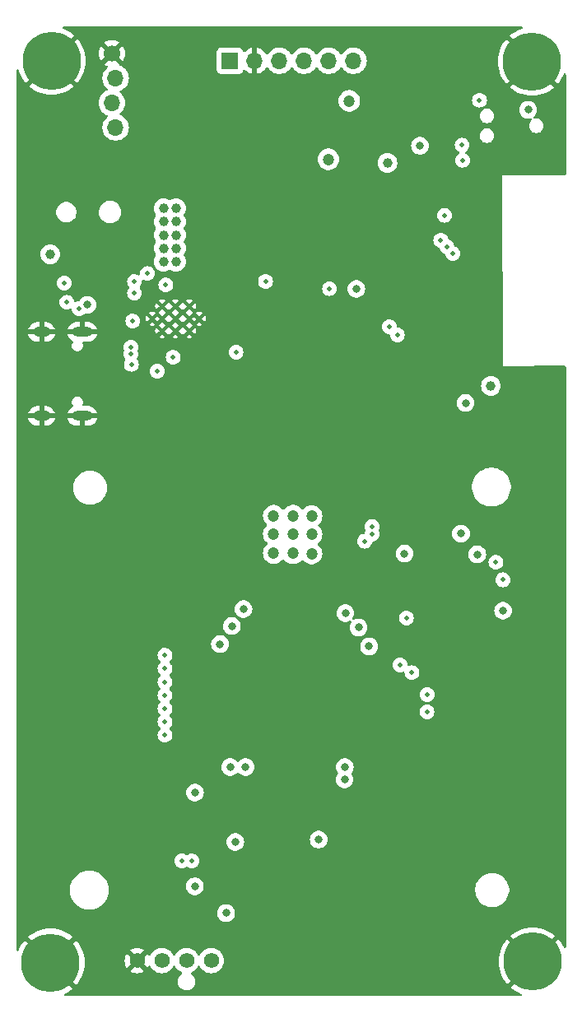
<source format=gbr>
%TF.GenerationSoftware,KiCad,Pcbnew,8.0.1*%
%TF.CreationDate,2024-07-15T09:21:23+08:00*%
%TF.ProjectId,bitaxeUltra,62697461-7865-4556-9c74-72612e6b6963,rev?*%
%TF.SameCoordinates,Original*%
%TF.FileFunction,Copper,L2,Inr*%
%TF.FilePolarity,Positive*%
%FSLAX46Y46*%
G04 Gerber Fmt 4.6, Leading zero omitted, Abs format (unit mm)*
G04 Created by KiCad (PCBNEW 8.0.1) date 2024-07-15 09:21:23*
%MOMM*%
%LPD*%
G01*
G04 APERTURE LIST*
%TA.AperFunction,ComponentPad*%
%ADD10C,0.800000*%
%TD*%
%TA.AperFunction,ComponentPad*%
%ADD11C,6.000000*%
%TD*%
%TA.AperFunction,ComponentPad*%
%ADD12R,1.700000X1.700000*%
%TD*%
%TA.AperFunction,ComponentPad*%
%ADD13O,1.700000X1.700000*%
%TD*%
%TA.AperFunction,ComponentPad*%
%ADD14C,0.400000*%
%TD*%
%TA.AperFunction,ComponentPad*%
%ADD15C,1.574800*%
%TD*%
%TA.AperFunction,ComponentPad*%
%ADD16C,1.700000*%
%TD*%
%TA.AperFunction,ComponentPad*%
%ADD17O,1.800000X1.000000*%
%TD*%
%TA.AperFunction,ComponentPad*%
%ADD18O,2.100000X1.000000*%
%TD*%
%TA.AperFunction,ViaPad*%
%ADD19C,0.800000*%
%TD*%
%TA.AperFunction,ViaPad*%
%ADD20C,1.000000*%
%TD*%
%TA.AperFunction,ViaPad*%
%ADD21C,0.500000*%
%TD*%
%TA.AperFunction,ViaPad*%
%ADD22C,1.200000*%
%TD*%
G04 APERTURE END LIST*
D10*
%TO.N,GND*%
%TO.C,H1*%
X127985010Y-51120990D03*
X128644020Y-49530000D03*
X128644020Y-52711980D03*
X130235010Y-48870990D03*
D11*
X130235010Y-51120990D03*
D10*
X130235010Y-53370990D03*
X131826000Y-49530000D03*
X131826000Y-52711980D03*
X132485010Y-51120990D03*
%TD*%
%TO.N,GND*%
%TO.C,H3*%
X128052000Y-143728000D03*
X128711010Y-142137010D03*
X128711010Y-145318990D03*
X130302000Y-141478000D03*
D11*
X130302000Y-143728000D03*
D10*
X130302000Y-145978000D03*
X131892990Y-142137010D03*
X131892990Y-145318990D03*
X132552000Y-143728000D03*
%TD*%
D12*
%TO.N,/5V*%
%TO.C,J4*%
X99171505Y-51054000D03*
D13*
%TO.N,GND*%
X101711505Y-51054000D03*
%TO.N,Net-(J4-Pin_3)*%
X104251505Y-51054000D03*
%TO.N,Net-(J4-Pin_4)*%
X106791505Y-51054000D03*
%TO.N,Net-(J4-Pin_5)*%
X109331505Y-51054000D03*
%TO.N,Net-(J4-Pin_6)*%
X111871505Y-51054000D03*
%TD*%
D10*
%TO.N,GND*%
%TO.C,H4*%
X78455010Y-143830990D03*
X79114020Y-142240000D03*
X79114020Y-145421980D03*
X80705010Y-141580990D03*
D11*
X80705010Y-143830990D03*
D10*
X80705010Y-146080990D03*
X82296000Y-142240000D03*
X82296000Y-145421980D03*
X82955010Y-143830990D03*
%TD*%
%TO.N,GND*%
%TO.C,H2*%
X78558000Y-51054000D03*
X79217010Y-49463010D03*
X79217010Y-52644990D03*
X80808000Y-48804000D03*
D11*
X80808000Y-51054000D03*
D10*
X80808000Y-53304000D03*
X82398990Y-49463010D03*
X82398990Y-52644990D03*
X83058000Y-51054000D03*
%TD*%
D14*
%TO.N,GND*%
%TO.C,U2*%
X92180000Y-78870000D03*
X93580000Y-78870000D03*
X94980000Y-78870000D03*
X91180000Y-77590000D03*
X92180000Y-77590000D03*
X93580000Y-77590000D03*
X94980000Y-77590000D03*
X95980000Y-77590000D03*
X92180000Y-76310000D03*
X93580000Y-76310000D03*
X94980000Y-76310000D03*
%TD*%
D15*
%TO.N,GND*%
%TO.C,J6*%
X89621000Y-143622000D03*
%TO.N,/5V*%
X92161000Y-143622000D03*
%TO.N,/Fan/FAN_TACH*%
X94701000Y-143622000D03*
%TO.N,/Fan/FAN_PWM*%
X97241000Y-143622000D03*
%TD*%
D16*
%TO.N,GND*%
%TO.C,J3*%
X87005000Y-50292000D03*
D13*
%TO.N,/3V3*%
X87405000Y-52832000D03*
%TO.N,/SCL*%
X87005000Y-55372000D03*
%TO.N,/SDA*%
X87405000Y-57912000D03*
%TD*%
D17*
%TO.N,GND*%
%TO.C,J5*%
X79790000Y-87580000D03*
D18*
X83970000Y-87580000D03*
D17*
X79790000Y-78940000D03*
D18*
X83970000Y-78940000D03*
%TD*%
D19*
%TO.N,GND*%
X111850000Y-118740000D03*
X113580000Y-132650000D03*
X99600000Y-114090000D03*
X105580000Y-118749000D03*
D20*
X100043332Y-65740000D03*
D19*
X112180000Y-120800000D03*
D20*
X100093332Y-60280000D03*
D19*
X104640000Y-130470000D03*
X105540000Y-132550000D03*
D20*
X116540000Y-70920000D03*
X101416668Y-61640000D03*
D19*
X125600000Y-65940000D03*
X116770000Y-124080000D03*
X104088000Y-117780000D03*
D21*
X95080000Y-91220000D03*
D19*
X105556000Y-117786000D03*
D20*
X111860000Y-87470000D03*
D19*
X115260000Y-109040000D03*
D20*
X111860000Y-91040000D03*
D19*
X98450000Y-78230000D03*
X96070000Y-137650000D03*
X116050000Y-128010000D03*
D20*
X111860000Y-89030000D03*
D19*
X119270000Y-54220000D03*
X128130000Y-56090000D03*
D20*
X101370000Y-65740000D03*
D19*
X111730000Y-114130000D03*
D20*
X80680000Y-61050000D03*
X102050000Y-144400000D03*
D19*
X99550000Y-67970000D03*
X91790000Y-89910000D03*
X117090000Y-100360000D03*
D20*
X101356668Y-64450000D03*
D19*
X121580000Y-112400000D03*
D20*
X111860000Y-83000000D03*
X101420000Y-60280000D03*
D19*
X107100000Y-117750000D03*
X122640000Y-102460000D03*
X96070000Y-141200000D03*
D20*
X97440000Y-60280000D03*
D19*
X113180000Y-130220000D03*
D20*
X117910000Y-70950000D03*
D19*
X119280000Y-102930000D03*
X100400000Y-118970000D03*
D20*
X100050000Y-63040000D03*
X100030000Y-64450000D03*
D19*
X96600000Y-108920000D03*
X105580000Y-115626000D03*
X100490000Y-76620000D03*
X98460000Y-76630000D03*
X99490000Y-70390000D03*
X99390000Y-120780000D03*
D20*
X98766666Y-60280000D03*
D19*
X92680000Y-133370000D03*
X128690000Y-107620000D03*
X112512000Y-61250000D03*
X105580000Y-116667000D03*
X104560000Y-76600000D03*
D20*
X101376668Y-63040000D03*
X119454234Y-70914234D03*
X128020000Y-84450000D03*
X111860000Y-85460000D03*
D19*
X116990000Y-98200000D03*
D20*
X100090000Y-61640000D03*
D19*
X102570000Y-76600000D03*
X132297000Y-108743000D03*
X117550000Y-103000000D03*
X98460000Y-74920000D03*
D22*
%TO.N,/VDD*%
X103660000Y-97850000D03*
D21*
X120850000Y-69510000D03*
D22*
X103660000Y-99730000D03*
D19*
X84500000Y-76160000D03*
D22*
X107560000Y-97880000D03*
D21*
X99780000Y-81020000D03*
D22*
X105650000Y-101710000D03*
X103660000Y-101690000D03*
X105650000Y-99750000D03*
X107560000Y-101740000D03*
X105650000Y-97850000D03*
X107560000Y-99780000D03*
D21*
%TO.N,/ESP32/EN*%
X122101300Y-70905000D03*
X127228000Y-104448000D03*
D20*
%TO.N,/5V*%
X93620000Y-68975000D03*
X93620000Y-71720000D03*
X92330000Y-70347500D03*
D22*
X109280000Y-61185155D03*
D19*
X108290000Y-131179000D03*
D20*
X92330000Y-66230000D03*
X93620000Y-67602500D03*
X93620000Y-70347500D03*
X92330000Y-68975000D03*
D19*
X99710000Y-131420000D03*
D20*
X92330000Y-71720000D03*
X80680000Y-70950000D03*
X92330000Y-67602500D03*
D19*
X98770000Y-138720000D03*
D20*
X93620000Y-66230000D03*
D19*
%TO.N,/3V3*%
X129830000Y-56090000D03*
D20*
X126000000Y-84500000D03*
D19*
X123394000Y-86260000D03*
X112160000Y-74520000D03*
X95550000Y-135970000D03*
D22*
X111440000Y-55180000D03*
D19*
X122930000Y-99700000D03*
X118711400Y-59800000D03*
X127250000Y-107630000D03*
D20*
X115370000Y-61560000D03*
D19*
X95560000Y-126330000D03*
D21*
%TO.N,/TX*%
X116380000Y-79250000D03*
%TO.N,/RX*%
X115580000Y-78420000D03*
%TO.N,/RST*%
X121476817Y-70170000D03*
%TO.N,/SCL*%
X95260000Y-133370000D03*
X88970000Y-81220000D03*
%TO.N,Net-(U2-BP1V5)*%
X91690000Y-82980000D03*
X83660000Y-76570000D03*
%TO.N,/ESP32/P_TX*%
X123105000Y-61285000D03*
%TO.N,/ESP32/P_RX*%
X123040000Y-59730000D03*
%TO.N,/ESP32/IO0*%
X121244400Y-66945600D03*
X124830000Y-55100000D03*
X126520000Y-102640000D03*
%TO.N,Net-(U2-VDD5)*%
X92570000Y-74110000D03*
X102820000Y-73740000D03*
%TO.N,/Power/PGOOD*%
X89020000Y-82280000D03*
X109410000Y-74490000D03*
D19*
%TO.N,/BM1366/VDD3_0*%
X113470000Y-111290000D03*
D21*
%TO.N,/SDA*%
X82130000Y-73910000D03*
X94220000Y-133370000D03*
X88990000Y-80510000D03*
X82390000Y-75900000D03*
D19*
%TO.N,/BM1366/1V2*%
X110950000Y-124990000D03*
X124600000Y-101830000D03*
X117120000Y-101750000D03*
%TO.N,/BM1366/0V8*%
X110970000Y-123700000D03*
%TO.N,/BM1366/VDD2_0*%
X112390000Y-109350000D03*
%TO.N,/BM1366/VDD1_0*%
X111030000Y-107870000D03*
%TO.N,/BM1366/VDD1_1*%
X100553800Y-107457400D03*
%TO.N,Net-(U12-VDDIO_18_1)*%
X100770000Y-123700000D03*
%TO.N,/BM1366/VDD2_1*%
X99360000Y-109210000D03*
%TO.N,Net-(U12-VDDIO_08_1)*%
X99180000Y-123710000D03*
%TO.N,/BM1366/VDD3_1*%
X98140000Y-111060000D03*
D21*
%TO.N,/BM1366/BI*%
X116650000Y-113190000D03*
%TO.N,/BM1366/RST_N*%
X113800000Y-98950000D03*
%TO.N,/BM1366/RO*%
X113010000Y-100470000D03*
X117300000Y-108370000D03*
%TO.N,/BM1366/CI*%
X113770000Y-99770000D03*
%TO.N,Net-(U12-ADDR0)*%
X119430000Y-116250000D03*
%TO.N,Net-(U12-ADDR1)*%
X119420000Y-118020000D03*
%TO.N,/BM1366/INV_CLKO*%
X92480000Y-119060000D03*
%TO.N,/BM1366/CLKI*%
X117880000Y-114000000D03*
%TO.N,/BM1366/NRSTO*%
X92480000Y-112210000D03*
%TO.N,/BM1366/BO*%
X92480000Y-113580000D03*
%TO.N,/BM1366/RI*%
X92480000Y-114950000D03*
%TO.N,/BM1366/CLKO*%
X92480000Y-116320000D03*
%TO.N,/BM1366/CO*%
X92480000Y-117690000D03*
%TO.N,/BM1366/PIN_MODE*%
X92480000Y-120430000D03*
%TO.N,/Power/AGND*%
X89340000Y-73770000D03*
X89170000Y-77830000D03*
X90680000Y-72940000D03*
X89340000Y-74960000D03*
%TO.N,/Power/PMB_ALRT*%
X93330000Y-81550000D03*
%TD*%
%TA.AperFunction,Conductor*%
%TO.N,GND*%
G36*
X129223807Y-47542002D02*
G01*
X129270300Y-47595658D01*
X129280404Y-47665932D01*
X129250910Y-47730512D01*
X129191184Y-47768896D01*
X129188297Y-47769707D01*
X129149499Y-47780102D01*
X129149486Y-47780106D01*
X128806229Y-47911870D01*
X128806221Y-47911874D01*
X128478612Y-48078799D01*
X128478606Y-48078802D01*
X128170237Y-48279058D01*
X128170232Y-48279062D01*
X127939297Y-48466068D01*
X129369180Y-49895950D01*
X129257826Y-49976854D01*
X129090874Y-50143806D01*
X129009970Y-50255159D01*
X128334539Y-49579728D01*
X128394020Y-49579728D01*
X128432080Y-49671614D01*
X128502406Y-49741940D01*
X128594292Y-49780000D01*
X128693748Y-49780000D01*
X128785634Y-49741940D01*
X128855960Y-49671614D01*
X128894020Y-49579728D01*
X128894020Y-49480272D01*
X128855960Y-49388386D01*
X128785634Y-49318060D01*
X128693748Y-49280000D01*
X128594292Y-49280000D01*
X128502406Y-49318060D01*
X128432080Y-49388386D01*
X128394020Y-49480272D01*
X128394020Y-49579728D01*
X128334539Y-49579728D01*
X127580088Y-48825277D01*
X127393082Y-49056212D01*
X127393078Y-49056217D01*
X127192822Y-49364586D01*
X127192819Y-49364592D01*
X127025894Y-49692201D01*
X127025890Y-49692209D01*
X126894126Y-50035466D01*
X126894122Y-50035479D01*
X126798958Y-50390636D01*
X126741438Y-50753807D01*
X126722196Y-51120982D01*
X126722196Y-51120997D01*
X126741438Y-51488172D01*
X126798958Y-51851343D01*
X126894122Y-52206500D01*
X126894126Y-52206513D01*
X127025890Y-52549770D01*
X127025894Y-52549778D01*
X127192819Y-52877387D01*
X127192822Y-52877393D01*
X127393087Y-53185774D01*
X127393091Y-53185779D01*
X127580087Y-53416700D01*
X127580088Y-53416701D01*
X128235081Y-52761708D01*
X128394020Y-52761708D01*
X128432080Y-52853594D01*
X128502406Y-52923920D01*
X128594292Y-52961980D01*
X128693748Y-52961980D01*
X128785634Y-52923920D01*
X128855960Y-52853594D01*
X128894020Y-52761708D01*
X128894020Y-52662252D01*
X128855960Y-52570366D01*
X128785634Y-52500040D01*
X128693748Y-52461980D01*
X128594292Y-52461980D01*
X128502406Y-52500040D01*
X128432080Y-52570366D01*
X128394020Y-52662252D01*
X128394020Y-52761708D01*
X128235081Y-52761708D01*
X129009970Y-51986819D01*
X129090874Y-52098174D01*
X129257826Y-52265126D01*
X129369179Y-52346028D01*
X127939297Y-53775910D01*
X127939298Y-53775911D01*
X128170220Y-53962908D01*
X128170225Y-53962912D01*
X128478606Y-54163177D01*
X128478612Y-54163180D01*
X128806221Y-54330105D01*
X128806229Y-54330109D01*
X129149486Y-54461873D01*
X129149499Y-54461877D01*
X129504656Y-54557041D01*
X129867827Y-54614561D01*
X130235003Y-54633804D01*
X130235017Y-54633804D01*
X130602192Y-54614561D01*
X130965363Y-54557041D01*
X131320520Y-54461877D01*
X131320533Y-54461873D01*
X131663790Y-54330109D01*
X131663798Y-54330105D01*
X131991407Y-54163180D01*
X131991413Y-54163177D01*
X132299792Y-53962914D01*
X132530721Y-53775910D01*
X131516519Y-52761708D01*
X131576000Y-52761708D01*
X131614060Y-52853594D01*
X131684386Y-52923920D01*
X131776272Y-52961980D01*
X131875728Y-52961980D01*
X131967614Y-52923920D01*
X132037940Y-52853594D01*
X132076000Y-52761708D01*
X132076000Y-52662252D01*
X132037940Y-52570366D01*
X131967614Y-52500040D01*
X131875728Y-52461980D01*
X131776272Y-52461980D01*
X131684386Y-52500040D01*
X131614060Y-52570366D01*
X131576000Y-52662252D01*
X131576000Y-52761708D01*
X131516519Y-52761708D01*
X131100840Y-52346029D01*
X131212194Y-52265126D01*
X131379146Y-52098174D01*
X131460049Y-51986819D01*
X132889930Y-53416701D01*
X133076934Y-53185772D01*
X133277197Y-52877393D01*
X133277200Y-52877387D01*
X133444125Y-52549778D01*
X133444129Y-52549770D01*
X133488369Y-52434521D01*
X133531454Y-52378093D01*
X133598208Y-52353916D01*
X133667435Y-52369667D01*
X133717157Y-52420345D01*
X133732000Y-52479675D01*
X133732000Y-62672096D01*
X133711998Y-62740217D01*
X133658342Y-62786710D01*
X133606621Y-62798094D01*
X127129999Y-62829999D01*
X127239999Y-82460000D01*
X127240000Y-82460000D01*
X133605387Y-82428835D01*
X133673601Y-82448502D01*
X133720356Y-82501929D01*
X133732000Y-82554832D01*
X133732000Y-142207892D01*
X133711998Y-142276013D01*
X133658342Y-142322506D01*
X133588068Y-142332610D01*
X133523488Y-142303116D01*
X133493733Y-142265095D01*
X133344191Y-141971602D01*
X133344187Y-141971596D01*
X133143922Y-141663215D01*
X133143918Y-141663210D01*
X132956921Y-141432288D01*
X132956920Y-141432287D01*
X131527039Y-142862169D01*
X131446136Y-142750816D01*
X131279184Y-142583864D01*
X131167829Y-142502960D01*
X131484051Y-142186738D01*
X131642990Y-142186738D01*
X131681050Y-142278624D01*
X131751376Y-142348950D01*
X131843262Y-142387010D01*
X131942718Y-142387010D01*
X132034604Y-142348950D01*
X132104930Y-142278624D01*
X132142990Y-142186738D01*
X132142990Y-142087282D01*
X132104930Y-141995396D01*
X132034604Y-141925070D01*
X131942718Y-141887010D01*
X131843262Y-141887010D01*
X131751376Y-141925070D01*
X131681050Y-141995396D01*
X131642990Y-142087282D01*
X131642990Y-142186738D01*
X131484051Y-142186738D01*
X132597711Y-141073078D01*
X132597710Y-141073077D01*
X132366789Y-140886081D01*
X132366784Y-140886077D01*
X132058403Y-140685812D01*
X132058397Y-140685809D01*
X131730788Y-140518884D01*
X131730780Y-140518880D01*
X131387523Y-140387116D01*
X131387510Y-140387112D01*
X131032353Y-140291948D01*
X130669182Y-140234428D01*
X130302007Y-140215186D01*
X130301993Y-140215186D01*
X129934817Y-140234428D01*
X129571646Y-140291948D01*
X129216489Y-140387112D01*
X129216476Y-140387116D01*
X128873219Y-140518880D01*
X128873211Y-140518884D01*
X128545602Y-140685809D01*
X128545596Y-140685812D01*
X128237227Y-140886068D01*
X128237222Y-140886072D01*
X128006287Y-141073078D01*
X129436169Y-142502960D01*
X129324816Y-142583864D01*
X129157864Y-142750816D01*
X129076960Y-142862169D01*
X128401529Y-142186738D01*
X128461010Y-142186738D01*
X128499070Y-142278624D01*
X128569396Y-142348950D01*
X128661282Y-142387010D01*
X128760738Y-142387010D01*
X128852624Y-142348950D01*
X128922950Y-142278624D01*
X128961010Y-142186738D01*
X128961010Y-142087282D01*
X128922950Y-141995396D01*
X128852624Y-141925070D01*
X128760738Y-141887010D01*
X128661282Y-141887010D01*
X128569396Y-141925070D01*
X128499070Y-141995396D01*
X128461010Y-142087282D01*
X128461010Y-142186738D01*
X128401529Y-142186738D01*
X127647078Y-141432287D01*
X127460072Y-141663222D01*
X127460068Y-141663227D01*
X127259812Y-141971596D01*
X127259809Y-141971602D01*
X127092884Y-142299211D01*
X127092880Y-142299219D01*
X126961116Y-142642476D01*
X126961112Y-142642489D01*
X126865948Y-142997646D01*
X126808428Y-143360817D01*
X126789186Y-143727992D01*
X126789186Y-143728007D01*
X126808428Y-144095182D01*
X126865948Y-144458353D01*
X126961112Y-144813510D01*
X126961116Y-144813523D01*
X127092880Y-145156780D01*
X127092884Y-145156788D01*
X127259809Y-145484397D01*
X127259812Y-145484403D01*
X127460077Y-145792784D01*
X127460081Y-145792789D01*
X127647077Y-146023710D01*
X127647078Y-146023711D01*
X128302071Y-145368718D01*
X128461010Y-145368718D01*
X128499070Y-145460604D01*
X128569396Y-145530930D01*
X128661282Y-145568990D01*
X128760738Y-145568990D01*
X128852624Y-145530930D01*
X128922950Y-145460604D01*
X128961010Y-145368718D01*
X128961010Y-145269262D01*
X128922950Y-145177376D01*
X128852624Y-145107050D01*
X128760738Y-145068990D01*
X128661282Y-145068990D01*
X128569396Y-145107050D01*
X128499070Y-145177376D01*
X128461010Y-145269262D01*
X128461010Y-145368718D01*
X128302071Y-145368718D01*
X129076960Y-144593829D01*
X129157864Y-144705184D01*
X129324816Y-144872136D01*
X129436169Y-144953039D01*
X128006287Y-146382920D01*
X128006288Y-146382921D01*
X128237210Y-146569918D01*
X128237215Y-146569922D01*
X128545596Y-146770187D01*
X128545602Y-146770190D01*
X128873211Y-146937115D01*
X128873219Y-146937119D01*
X129142195Y-147040369D01*
X129198623Y-147083455D01*
X129222800Y-147150208D01*
X129207049Y-147219435D01*
X129156371Y-147269157D01*
X129097041Y-147284000D01*
X82253415Y-147284000D01*
X82185294Y-147263998D01*
X82169062Y-147251597D01*
X82142526Y-147227680D01*
X82105318Y-147167217D01*
X82106706Y-147096234D01*
X82146249Y-147037269D01*
X82169683Y-147021821D01*
X82461399Y-146873185D01*
X82461413Y-146873177D01*
X82769792Y-146672914D01*
X83000721Y-146485910D01*
X81986518Y-145471708D01*
X82046000Y-145471708D01*
X82084060Y-145563594D01*
X82154386Y-145633920D01*
X82246272Y-145671980D01*
X82345728Y-145671980D01*
X82437614Y-145633920D01*
X82507940Y-145563594D01*
X82546000Y-145471708D01*
X82546000Y-145372252D01*
X82507940Y-145280366D01*
X82437614Y-145210040D01*
X82345728Y-145171980D01*
X82246272Y-145171980D01*
X82154386Y-145210040D01*
X82084060Y-145280366D01*
X82046000Y-145372252D01*
X82046000Y-145471708D01*
X81986518Y-145471708D01*
X81570839Y-145056029D01*
X81682194Y-144975126D01*
X81849146Y-144808174D01*
X81930049Y-144696820D01*
X83359930Y-146126701D01*
X83546934Y-145895772D01*
X83747197Y-145587393D01*
X83747200Y-145587387D01*
X83914125Y-145259778D01*
X83914129Y-145259770D01*
X84045893Y-144916513D01*
X84045897Y-144916500D01*
X84141061Y-144561343D01*
X84198581Y-144198172D01*
X84217824Y-143830997D01*
X84217824Y-143830982D01*
X84206872Y-143622000D01*
X88320652Y-143622000D01*
X88340407Y-143847802D01*
X88399072Y-144066742D01*
X88399074Y-144066747D01*
X88494867Y-144272175D01*
X88542947Y-144340841D01*
X89109570Y-143774218D01*
X89123950Y-143827885D01*
X89194174Y-143949515D01*
X89293485Y-144048826D01*
X89415115Y-144119050D01*
X89468779Y-144133429D01*
X88902157Y-144700051D01*
X88902157Y-144700053D01*
X88970822Y-144748132D01*
X89176251Y-144843925D01*
X89176257Y-144843927D01*
X89395197Y-144902592D01*
X89621000Y-144922347D01*
X89846802Y-144902592D01*
X90065742Y-144843927D01*
X90065748Y-144843925D01*
X90271169Y-144748136D01*
X90339841Y-144700051D01*
X90339841Y-144700050D01*
X89773220Y-144133429D01*
X89826885Y-144119050D01*
X89948515Y-144048826D01*
X90047826Y-143949515D01*
X90118050Y-143827885D01*
X90132429Y-143774220D01*
X90699050Y-144340841D01*
X90699051Y-144340841D01*
X90747138Y-144272166D01*
X90747139Y-144272164D01*
X90776528Y-144209138D01*
X90823444Y-144155852D01*
X90891721Y-144136390D01*
X90959681Y-144156931D01*
X91004917Y-144209135D01*
X91034429Y-144272423D01*
X91082336Y-144340841D01*
X91164491Y-144458170D01*
X91324830Y-144618509D01*
X91510575Y-144748569D01*
X91716083Y-144844399D01*
X91935110Y-144903087D01*
X92161000Y-144922850D01*
X92386890Y-144903087D01*
X92605917Y-144844399D01*
X92811425Y-144748569D01*
X92997170Y-144618509D01*
X93157509Y-144458170D01*
X93287569Y-144272425D01*
X93316805Y-144209727D01*
X93363722Y-144156443D01*
X93431999Y-144136982D01*
X93499959Y-144157524D01*
X93545194Y-144209727D01*
X93574431Y-144272425D01*
X93704491Y-144458170D01*
X93864830Y-144618509D01*
X94050575Y-144748569D01*
X94189513Y-144813356D01*
X94242797Y-144860273D01*
X94262258Y-144928550D01*
X94241716Y-144996510D01*
X94206265Y-145032315D01*
X94128434Y-145084321D01*
X94128425Y-145084328D01*
X94003327Y-145209426D01*
X94003322Y-145209432D01*
X93905025Y-145356544D01*
X93837319Y-145520000D01*
X93837317Y-145520005D01*
X93802800Y-145693533D01*
X93802800Y-145870468D01*
X93814298Y-145928272D01*
X93837317Y-146043996D01*
X93905025Y-146207458D01*
X93918751Y-146228000D01*
X94003322Y-146354569D01*
X94003327Y-146354575D01*
X94128425Y-146479673D01*
X94128431Y-146479678D01*
X94275543Y-146577976D01*
X94439005Y-146645684D01*
X94612535Y-146680201D01*
X94612536Y-146680201D01*
X94789464Y-146680201D01*
X94789465Y-146680201D01*
X94962995Y-146645684D01*
X95126457Y-146577976D01*
X95273569Y-146479678D01*
X95398677Y-146354570D01*
X95496975Y-146207458D01*
X95564683Y-146043996D01*
X95599200Y-145870466D01*
X95599200Y-145693536D01*
X95564683Y-145520006D01*
X95496975Y-145356544D01*
X95398677Y-145209432D01*
X95398672Y-145209426D01*
X95273572Y-145084326D01*
X95195734Y-145032316D01*
X95150207Y-144977838D01*
X95141360Y-144907395D01*
X95172001Y-144843351D01*
X95212486Y-144813357D01*
X95351425Y-144748569D01*
X95537170Y-144618509D01*
X95697509Y-144458170D01*
X95827569Y-144272425D01*
X95856805Y-144209727D01*
X95903722Y-144156443D01*
X95971999Y-144136982D01*
X96039959Y-144157524D01*
X96085194Y-144209727D01*
X96114431Y-144272425D01*
X96244491Y-144458170D01*
X96404830Y-144618509D01*
X96590575Y-144748569D01*
X96796083Y-144844399D01*
X97015110Y-144903087D01*
X97241000Y-144922850D01*
X97466890Y-144903087D01*
X97685917Y-144844399D01*
X97891425Y-144748569D01*
X98077170Y-144618509D01*
X98237509Y-144458170D01*
X98367569Y-144272425D01*
X98463399Y-144066917D01*
X98522087Y-143847890D01*
X98541850Y-143622000D01*
X98522087Y-143396110D01*
X98463399Y-143177083D01*
X98367569Y-142971575D01*
X98237509Y-142785830D01*
X98077170Y-142625491D01*
X98017720Y-142583864D01*
X97891425Y-142495431D01*
X97685920Y-142399602D01*
X97685915Y-142399600D01*
X97567700Y-142367925D01*
X97466890Y-142340913D01*
X97241000Y-142321150D01*
X97015110Y-142340913D01*
X96956423Y-142356638D01*
X96796084Y-142399600D01*
X96796079Y-142399602D01*
X96590574Y-142495431D01*
X96404833Y-142625488D01*
X96404827Y-142625493D01*
X96244493Y-142785827D01*
X96244488Y-142785833D01*
X96114431Y-142971574D01*
X96085195Y-143034271D01*
X96038277Y-143087556D01*
X95970000Y-143107017D01*
X95902040Y-143086475D01*
X95856805Y-143034271D01*
X95839726Y-142997646D01*
X95827569Y-142971575D01*
X95697509Y-142785830D01*
X95537170Y-142625491D01*
X95477720Y-142583864D01*
X95351425Y-142495431D01*
X95145920Y-142399602D01*
X95145915Y-142399600D01*
X95027700Y-142367925D01*
X94926890Y-142340913D01*
X94701000Y-142321150D01*
X94475110Y-142340913D01*
X94416423Y-142356638D01*
X94256084Y-142399600D01*
X94256079Y-142399602D01*
X94050574Y-142495431D01*
X93864833Y-142625488D01*
X93864827Y-142625493D01*
X93704493Y-142785827D01*
X93704488Y-142785833D01*
X93574431Y-142971574D01*
X93545195Y-143034271D01*
X93498277Y-143087556D01*
X93430000Y-143107017D01*
X93362040Y-143086475D01*
X93316805Y-143034271D01*
X93299726Y-142997646D01*
X93287569Y-142971575D01*
X93157509Y-142785830D01*
X92997170Y-142625491D01*
X92937720Y-142583864D01*
X92811425Y-142495431D01*
X92605920Y-142399602D01*
X92605915Y-142399600D01*
X92487700Y-142367925D01*
X92386890Y-142340913D01*
X92161000Y-142321150D01*
X91935110Y-142340913D01*
X91876423Y-142356638D01*
X91716084Y-142399600D01*
X91716079Y-142399602D01*
X91510574Y-142495431D01*
X91324833Y-142625488D01*
X91324827Y-142625493D01*
X91164493Y-142785827D01*
X91164488Y-142785833D01*
X91034430Y-142971575D01*
X91004917Y-143034865D01*
X90957999Y-143088149D01*
X90889721Y-143107609D01*
X90821762Y-143087066D01*
X90776528Y-143034862D01*
X90747134Y-142971825D01*
X90747132Y-142971822D01*
X90699053Y-142903157D01*
X90699051Y-142903157D01*
X90132429Y-143469779D01*
X90118050Y-143416115D01*
X90047826Y-143294485D01*
X89948515Y-143195174D01*
X89826885Y-143124950D01*
X89773219Y-143110570D01*
X90339841Y-142543947D01*
X90271175Y-142495867D01*
X90065747Y-142400074D01*
X90065742Y-142400072D01*
X89846802Y-142341407D01*
X89621000Y-142321652D01*
X89395197Y-142341407D01*
X89176257Y-142400072D01*
X89176252Y-142400074D01*
X88970824Y-142495867D01*
X88902156Y-142543947D01*
X89468779Y-143110570D01*
X89415115Y-143124950D01*
X89293485Y-143195174D01*
X89194174Y-143294485D01*
X89123950Y-143416115D01*
X89109570Y-143469779D01*
X88542947Y-142903156D01*
X88494867Y-142971824D01*
X88399074Y-143177252D01*
X88399072Y-143177257D01*
X88340407Y-143396197D01*
X88320652Y-143622000D01*
X84206872Y-143622000D01*
X84198581Y-143463807D01*
X84141061Y-143100636D01*
X84045897Y-142745479D01*
X84045893Y-142745466D01*
X83914129Y-142402209D01*
X83914125Y-142402201D01*
X83747200Y-142074592D01*
X83747197Y-142074586D01*
X83546932Y-141766205D01*
X83546928Y-141766200D01*
X83359931Y-141535278D01*
X83359930Y-141535277D01*
X81930048Y-142965158D01*
X81849146Y-142853806D01*
X81682194Y-142686854D01*
X81570839Y-142605950D01*
X81887061Y-142289728D01*
X82046000Y-142289728D01*
X82084060Y-142381614D01*
X82154386Y-142451940D01*
X82246272Y-142490000D01*
X82345728Y-142490000D01*
X82437614Y-142451940D01*
X82507940Y-142381614D01*
X82546000Y-142289728D01*
X82546000Y-142190272D01*
X82507940Y-142098386D01*
X82437614Y-142028060D01*
X82345728Y-141990000D01*
X82246272Y-141990000D01*
X82154386Y-142028060D01*
X82084060Y-142098386D01*
X82046000Y-142190272D01*
X82046000Y-142289728D01*
X81887061Y-142289728D01*
X83000721Y-141176068D01*
X83000720Y-141176067D01*
X82769799Y-140989071D01*
X82769794Y-140989067D01*
X82461413Y-140788802D01*
X82461407Y-140788799D01*
X82133798Y-140621874D01*
X82133790Y-140621870D01*
X81790533Y-140490106D01*
X81790520Y-140490102D01*
X81435363Y-140394938D01*
X81072192Y-140337418D01*
X80705017Y-140318176D01*
X80705003Y-140318176D01*
X80337827Y-140337418D01*
X79974656Y-140394938D01*
X79619499Y-140490102D01*
X79619486Y-140490106D01*
X79276229Y-140621870D01*
X79276221Y-140621874D01*
X78948612Y-140788799D01*
X78948606Y-140788802D01*
X78640237Y-140989058D01*
X78640232Y-140989062D01*
X78409297Y-141176068D01*
X79839179Y-142605950D01*
X79727826Y-142686854D01*
X79560874Y-142853806D01*
X79479970Y-142965160D01*
X78804538Y-142289728D01*
X78864020Y-142289728D01*
X78902080Y-142381614D01*
X78972406Y-142451940D01*
X79064292Y-142490000D01*
X79163748Y-142490000D01*
X79255634Y-142451940D01*
X79325960Y-142381614D01*
X79364020Y-142289728D01*
X79364020Y-142190272D01*
X79325960Y-142098386D01*
X79255634Y-142028060D01*
X79163748Y-141990000D01*
X79064292Y-141990000D01*
X78972406Y-142028060D01*
X78902080Y-142098386D01*
X78864020Y-142190272D01*
X78864020Y-142289728D01*
X78804538Y-142289728D01*
X78050088Y-141535277D01*
X77863082Y-141766212D01*
X77863078Y-141766217D01*
X77662822Y-142074586D01*
X77662819Y-142074592D01*
X77495894Y-142402201D01*
X77495890Y-142402209D01*
X77432631Y-142567007D01*
X77389545Y-142623435D01*
X77322792Y-142647612D01*
X77253565Y-142631861D01*
X77203843Y-142581183D01*
X77189000Y-142521853D01*
X77189000Y-138720000D01*
X97856496Y-138720000D01*
X97876457Y-138909927D01*
X97906526Y-139002470D01*
X97935473Y-139091556D01*
X97935476Y-139091561D01*
X98030958Y-139256941D01*
X98030965Y-139256951D01*
X98158744Y-139398864D01*
X98158747Y-139398866D01*
X98313248Y-139511118D01*
X98487712Y-139588794D01*
X98674513Y-139628500D01*
X98865487Y-139628500D01*
X99052288Y-139588794D01*
X99226752Y-139511118D01*
X99381253Y-139398866D01*
X99509040Y-139256944D01*
X99604527Y-139091556D01*
X99663542Y-138909928D01*
X99683504Y-138720000D01*
X99663542Y-138530072D01*
X99604527Y-138348444D01*
X99509040Y-138183056D01*
X99509038Y-138183054D01*
X99509034Y-138183048D01*
X99381255Y-138041135D01*
X99226752Y-137928882D01*
X99052288Y-137851206D01*
X98865487Y-137811500D01*
X98674513Y-137811500D01*
X98487711Y-137851206D01*
X98313247Y-137928882D01*
X98158744Y-138041135D01*
X98030965Y-138183048D01*
X98030958Y-138183058D01*
X97935476Y-138348438D01*
X97935473Y-138348445D01*
X97876457Y-138530072D01*
X97856496Y-138720000D01*
X77189000Y-138720000D01*
X77189000Y-136491121D01*
X82709500Y-136491121D01*
X82743728Y-136751108D01*
X82743729Y-136751114D01*
X82743730Y-136751116D01*
X82811602Y-137004419D01*
X82911957Y-137246697D01*
X82911958Y-137246698D01*
X82911963Y-137246709D01*
X83043073Y-137473799D01*
X83043077Y-137473805D01*
X83202710Y-137681842D01*
X83202729Y-137681863D01*
X83388136Y-137867270D01*
X83388157Y-137867289D01*
X83596194Y-138026922D01*
X83596200Y-138026926D01*
X83823290Y-138158036D01*
X83823294Y-138158037D01*
X83823303Y-138158043D01*
X84065581Y-138258398D01*
X84318884Y-138326270D01*
X84318890Y-138326270D01*
X84318891Y-138326271D01*
X84343900Y-138329563D01*
X84578880Y-138360500D01*
X84578887Y-138360500D01*
X84841113Y-138360500D01*
X84841120Y-138360500D01*
X85101116Y-138326270D01*
X85354419Y-138258398D01*
X85596697Y-138158043D01*
X85823803Y-138026924D01*
X86031851Y-137867282D01*
X86217282Y-137681851D01*
X86376924Y-137473803D01*
X86508043Y-137246697D01*
X86608398Y-137004419D01*
X86676270Y-136751116D01*
X86710500Y-136491120D01*
X86710500Y-136228880D01*
X86676417Y-135970000D01*
X94636496Y-135970000D01*
X94656457Y-136159927D01*
X94678861Y-136228878D01*
X94715473Y-136341556D01*
X94715476Y-136341561D01*
X94810958Y-136506941D01*
X94810965Y-136506951D01*
X94938744Y-136648864D01*
X94938747Y-136648866D01*
X95093248Y-136761118D01*
X95267712Y-136838794D01*
X95454513Y-136878500D01*
X95645487Y-136878500D01*
X95832288Y-136838794D01*
X96006752Y-136761118D01*
X96161253Y-136648866D01*
X96289040Y-136506944D01*
X96313409Y-136464736D01*
X124379500Y-136464736D01*
X124409450Y-136692231D01*
X124409452Y-136692238D01*
X124468842Y-136913887D01*
X124556656Y-137125888D01*
X124556657Y-137125889D01*
X124556662Y-137125900D01*
X124671386Y-137324608D01*
X124671391Y-137324615D01*
X124811073Y-137506652D01*
X124811092Y-137506673D01*
X124973326Y-137668907D01*
X124973347Y-137668926D01*
X125155384Y-137808608D01*
X125155391Y-137808613D01*
X125354099Y-137923337D01*
X125354103Y-137923338D01*
X125354112Y-137923344D01*
X125566113Y-138011158D01*
X125787762Y-138070548D01*
X125787766Y-138070548D01*
X125787768Y-138070549D01*
X125846398Y-138078267D01*
X126015266Y-138100500D01*
X126015273Y-138100500D01*
X126244727Y-138100500D01*
X126244734Y-138100500D01*
X126450345Y-138073430D01*
X126472231Y-138070549D01*
X126472231Y-138070548D01*
X126472238Y-138070548D01*
X126693887Y-138011158D01*
X126905888Y-137923344D01*
X127104612Y-137808611D01*
X127286661Y-137668919D01*
X127448919Y-137506661D01*
X127588611Y-137324612D01*
X127703344Y-137125888D01*
X127791158Y-136913887D01*
X127850548Y-136692238D01*
X127880500Y-136464734D01*
X127880500Y-136235266D01*
X127850548Y-136007762D01*
X127791158Y-135786113D01*
X127703344Y-135574112D01*
X127703338Y-135574103D01*
X127703337Y-135574099D01*
X127588613Y-135375391D01*
X127588608Y-135375384D01*
X127448926Y-135193347D01*
X127448907Y-135193326D01*
X127286673Y-135031092D01*
X127286652Y-135031073D01*
X127104615Y-134891391D01*
X127104608Y-134891386D01*
X126905900Y-134776662D01*
X126905892Y-134776658D01*
X126905888Y-134776656D01*
X126693887Y-134688842D01*
X126472238Y-134629452D01*
X126472231Y-134629450D01*
X126244736Y-134599500D01*
X126244734Y-134599500D01*
X126015266Y-134599500D01*
X126015263Y-134599500D01*
X125787768Y-134629450D01*
X125566113Y-134688842D01*
X125555899Y-134693073D01*
X125354110Y-134776657D01*
X125354099Y-134776662D01*
X125155391Y-134891386D01*
X125155384Y-134891391D01*
X124973347Y-135031073D01*
X124973326Y-135031092D01*
X124811092Y-135193326D01*
X124811073Y-135193347D01*
X124671391Y-135375384D01*
X124671386Y-135375391D01*
X124556662Y-135574099D01*
X124556657Y-135574110D01*
X124468842Y-135786113D01*
X124409450Y-136007768D01*
X124379500Y-136235263D01*
X124379500Y-136464736D01*
X96313409Y-136464736D01*
X96384527Y-136341556D01*
X96443542Y-136159928D01*
X96463504Y-135970000D01*
X96443542Y-135780072D01*
X96384527Y-135598444D01*
X96289040Y-135433056D01*
X96289038Y-135433054D01*
X96289034Y-135433048D01*
X96161255Y-135291135D01*
X96006752Y-135178882D01*
X95832288Y-135101206D01*
X95645487Y-135061500D01*
X95454513Y-135061500D01*
X95267711Y-135101206D01*
X95093247Y-135178882D01*
X94938744Y-135291135D01*
X94810965Y-135433048D01*
X94810958Y-135433058D01*
X94715476Y-135598438D01*
X94715473Y-135598445D01*
X94656457Y-135780072D01*
X94636496Y-135970000D01*
X86676417Y-135970000D01*
X86676270Y-135968884D01*
X86608398Y-135715581D01*
X86508043Y-135473303D01*
X86508037Y-135473294D01*
X86508036Y-135473290D01*
X86376926Y-135246200D01*
X86376922Y-135246194D01*
X86217289Y-135038157D01*
X86217270Y-135038136D01*
X86031863Y-134852729D01*
X86031842Y-134852710D01*
X85823805Y-134693077D01*
X85823799Y-134693073D01*
X85596709Y-134561963D01*
X85596701Y-134561959D01*
X85596697Y-134561957D01*
X85354419Y-134461602D01*
X85101116Y-134393730D01*
X85101114Y-134393729D01*
X85101108Y-134393728D01*
X84841121Y-134359500D01*
X84841120Y-134359500D01*
X84578880Y-134359500D01*
X84578878Y-134359500D01*
X84318891Y-134393728D01*
X84065581Y-134461602D01*
X83823301Y-134561958D01*
X83823290Y-134561963D01*
X83596200Y-134693073D01*
X83596194Y-134693077D01*
X83388157Y-134852710D01*
X83388136Y-134852729D01*
X83202729Y-135038136D01*
X83202710Y-135038157D01*
X83043077Y-135246194D01*
X83043073Y-135246200D01*
X82911963Y-135473290D01*
X82911958Y-135473301D01*
X82911957Y-135473303D01*
X82860124Y-135598438D01*
X82811602Y-135715581D01*
X82743728Y-135968891D01*
X82709500Y-136228878D01*
X82709500Y-136491121D01*
X77189000Y-136491121D01*
X77189000Y-133370000D01*
X93456701Y-133370000D01*
X93475837Y-133539848D01*
X93532290Y-133701182D01*
X93623231Y-133845912D01*
X93744087Y-133966768D01*
X93744089Y-133966769D01*
X93744091Y-133966771D01*
X93888817Y-134057709D01*
X94050150Y-134114162D01*
X94050149Y-134114162D01*
X94067348Y-134116099D01*
X94220000Y-134133299D01*
X94389850Y-134114162D01*
X94551183Y-134057709D01*
X94672965Y-133981187D01*
X94741284Y-133961882D01*
X94807033Y-133981187D01*
X94928817Y-134057709D01*
X95090150Y-134114162D01*
X95090149Y-134114162D01*
X95107348Y-134116099D01*
X95260000Y-134133299D01*
X95429850Y-134114162D01*
X95591183Y-134057709D01*
X95735909Y-133966771D01*
X95856771Y-133845909D01*
X95947709Y-133701183D01*
X96004162Y-133539850D01*
X96023299Y-133370000D01*
X96004162Y-133200150D01*
X95947709Y-133038817D01*
X95856771Y-132894091D01*
X95856769Y-132894089D01*
X95856768Y-132894087D01*
X95735912Y-132773231D01*
X95591182Y-132682290D01*
X95491270Y-132647330D01*
X95429850Y-132625838D01*
X95429848Y-132625837D01*
X95429850Y-132625837D01*
X95260000Y-132606701D01*
X95090151Y-132625837D01*
X94928816Y-132682291D01*
X94928814Y-132682292D01*
X94807036Y-132758811D01*
X94738715Y-132778117D01*
X94672964Y-132758811D01*
X94551185Y-132682292D01*
X94551183Y-132682291D01*
X94551180Y-132682290D01*
X94389850Y-132625838D01*
X94389848Y-132625837D01*
X94389850Y-132625837D01*
X94220000Y-132606701D01*
X94050151Y-132625837D01*
X93888817Y-132682290D01*
X93744087Y-132773231D01*
X93623231Y-132894087D01*
X93532290Y-133038817D01*
X93475837Y-133200151D01*
X93456701Y-133370000D01*
X77189000Y-133370000D01*
X77189000Y-131420000D01*
X98796496Y-131420000D01*
X98816457Y-131609927D01*
X98846526Y-131702470D01*
X98875473Y-131791556D01*
X98875476Y-131791561D01*
X98970958Y-131956941D01*
X98970965Y-131956951D01*
X99098744Y-132098864D01*
X99098747Y-132098866D01*
X99253248Y-132211118D01*
X99427712Y-132288794D01*
X99614513Y-132328500D01*
X99805487Y-132328500D01*
X99992288Y-132288794D01*
X100166752Y-132211118D01*
X100321253Y-132098866D01*
X100331487Y-132087500D01*
X100449034Y-131956951D01*
X100449035Y-131956949D01*
X100449040Y-131956944D01*
X100544527Y-131791556D01*
X100603542Y-131609928D01*
X100623504Y-131420000D01*
X100603542Y-131230072D01*
X100586948Y-131179000D01*
X107376496Y-131179000D01*
X107396457Y-131368927D01*
X107413052Y-131420000D01*
X107455473Y-131550556D01*
X107455476Y-131550561D01*
X107550958Y-131715941D01*
X107550965Y-131715951D01*
X107678744Y-131857864D01*
X107678747Y-131857866D01*
X107833248Y-131970118D01*
X108007712Y-132047794D01*
X108194513Y-132087500D01*
X108385487Y-132087500D01*
X108572288Y-132047794D01*
X108746752Y-131970118D01*
X108901253Y-131857866D01*
X109029040Y-131715944D01*
X109124527Y-131550556D01*
X109183542Y-131368928D01*
X109203504Y-131179000D01*
X109183542Y-130989072D01*
X109124527Y-130807444D01*
X109029040Y-130642056D01*
X109029038Y-130642054D01*
X109029034Y-130642048D01*
X108901255Y-130500135D01*
X108746752Y-130387882D01*
X108572288Y-130310206D01*
X108385487Y-130270500D01*
X108194513Y-130270500D01*
X108007711Y-130310206D01*
X107833247Y-130387882D01*
X107678744Y-130500135D01*
X107550965Y-130642048D01*
X107550958Y-130642058D01*
X107455476Y-130807438D01*
X107455473Y-130807445D01*
X107396457Y-130989072D01*
X107376496Y-131179000D01*
X100586948Y-131179000D01*
X100544527Y-131048444D01*
X100449040Y-130883056D01*
X100449038Y-130883054D01*
X100449034Y-130883048D01*
X100321255Y-130741135D01*
X100166752Y-130628882D01*
X99992288Y-130551206D01*
X99805487Y-130511500D01*
X99614513Y-130511500D01*
X99427711Y-130551206D01*
X99253247Y-130628882D01*
X99098744Y-130741135D01*
X98970965Y-130883048D01*
X98970958Y-130883058D01*
X98875476Y-131048438D01*
X98875473Y-131048445D01*
X98816457Y-131230072D01*
X98796496Y-131420000D01*
X77189000Y-131420000D01*
X77189000Y-126330000D01*
X94646496Y-126330000D01*
X94666457Y-126519927D01*
X94696526Y-126612470D01*
X94725473Y-126701556D01*
X94725476Y-126701561D01*
X94820958Y-126866941D01*
X94820965Y-126866951D01*
X94948744Y-127008864D01*
X94948747Y-127008866D01*
X95103248Y-127121118D01*
X95277712Y-127198794D01*
X95464513Y-127238500D01*
X95655487Y-127238500D01*
X95842288Y-127198794D01*
X96016752Y-127121118D01*
X96171253Y-127008866D01*
X96299040Y-126866944D01*
X96394527Y-126701556D01*
X96453542Y-126519928D01*
X96473504Y-126330000D01*
X96453542Y-126140072D01*
X96394527Y-125958444D01*
X96299040Y-125793056D01*
X96299038Y-125793054D01*
X96299034Y-125793048D01*
X96171255Y-125651135D01*
X96016752Y-125538882D01*
X95842288Y-125461206D01*
X95655487Y-125421500D01*
X95464513Y-125421500D01*
X95277711Y-125461206D01*
X95103247Y-125538882D01*
X94948744Y-125651135D01*
X94820965Y-125793048D01*
X94820958Y-125793058D01*
X94725476Y-125958438D01*
X94725473Y-125958445D01*
X94666457Y-126140072D01*
X94646496Y-126330000D01*
X77189000Y-126330000D01*
X77189000Y-124990000D01*
X110036496Y-124990000D01*
X110056457Y-125179927D01*
X110086526Y-125272470D01*
X110115473Y-125361556D01*
X110115476Y-125361561D01*
X110210958Y-125526941D01*
X110210965Y-125526951D01*
X110338744Y-125668864D01*
X110338747Y-125668866D01*
X110493248Y-125781118D01*
X110667712Y-125858794D01*
X110854513Y-125898500D01*
X111045487Y-125898500D01*
X111232288Y-125858794D01*
X111406752Y-125781118D01*
X111561253Y-125668866D01*
X111689040Y-125526944D01*
X111784527Y-125361556D01*
X111843542Y-125179928D01*
X111863504Y-124990000D01*
X111843542Y-124800072D01*
X111784527Y-124618444D01*
X111689040Y-124453056D01*
X111677659Y-124440416D01*
X111646942Y-124376411D01*
X111655705Y-124305958D01*
X111677657Y-124271797D01*
X111709040Y-124236944D01*
X111804527Y-124071556D01*
X111863542Y-123889928D01*
X111883504Y-123700000D01*
X111863542Y-123510072D01*
X111804527Y-123328444D01*
X111709040Y-123163056D01*
X111709038Y-123163054D01*
X111709034Y-123163048D01*
X111581255Y-123021135D01*
X111426752Y-122908882D01*
X111252288Y-122831206D01*
X111065487Y-122791500D01*
X110874513Y-122791500D01*
X110687711Y-122831206D01*
X110513247Y-122908882D01*
X110358744Y-123021135D01*
X110230965Y-123163048D01*
X110230958Y-123163058D01*
X110225186Y-123173056D01*
X110135473Y-123328444D01*
X110120999Y-123372986D01*
X110076457Y-123510072D01*
X110056496Y-123700000D01*
X110076457Y-123889927D01*
X110079707Y-123899928D01*
X110135473Y-124071556D01*
X110135476Y-124071561D01*
X110230958Y-124236941D01*
X110230961Y-124236945D01*
X110242341Y-124249584D01*
X110273057Y-124313592D01*
X110264292Y-124384045D01*
X110242342Y-124418201D01*
X110210957Y-124453059D01*
X110115476Y-124618438D01*
X110115473Y-124618445D01*
X110056457Y-124800072D01*
X110036496Y-124990000D01*
X77189000Y-124990000D01*
X77189000Y-123710000D01*
X98266496Y-123710000D01*
X98286457Y-123899927D01*
X98316526Y-123992470D01*
X98345473Y-124081556D01*
X98345476Y-124081561D01*
X98440958Y-124246941D01*
X98440965Y-124246951D01*
X98568744Y-124388864D01*
X98568747Y-124388866D01*
X98723248Y-124501118D01*
X98897712Y-124578794D01*
X99084513Y-124618500D01*
X99275487Y-124618500D01*
X99462288Y-124578794D01*
X99636752Y-124501118D01*
X99791253Y-124388866D01*
X99885866Y-124283787D01*
X99946311Y-124246548D01*
X100017295Y-124247899D01*
X100073137Y-124283787D01*
X100158747Y-124378866D01*
X100313248Y-124491118D01*
X100487712Y-124568794D01*
X100674513Y-124608500D01*
X100865487Y-124608500D01*
X101052288Y-124568794D01*
X101226752Y-124491118D01*
X101381253Y-124378866D01*
X101381255Y-124378864D01*
X101509034Y-124236951D01*
X101509038Y-124236946D01*
X101509040Y-124236944D01*
X101604527Y-124071556D01*
X101663542Y-123889928D01*
X101683504Y-123700000D01*
X101663542Y-123510072D01*
X101604527Y-123328444D01*
X101509040Y-123163056D01*
X101509038Y-123163054D01*
X101509034Y-123163048D01*
X101381255Y-123021135D01*
X101226752Y-122908882D01*
X101052288Y-122831206D01*
X100865487Y-122791500D01*
X100674513Y-122791500D01*
X100487711Y-122831206D01*
X100313247Y-122908882D01*
X100158746Y-123021134D01*
X100064133Y-123126212D01*
X100003687Y-123163451D01*
X99932703Y-123162099D01*
X99876861Y-123126211D01*
X99791253Y-123031134D01*
X99777489Y-123021134D01*
X99636752Y-122918882D01*
X99462288Y-122841206D01*
X99275487Y-122801500D01*
X99084513Y-122801500D01*
X98897711Y-122841206D01*
X98723247Y-122918882D01*
X98568744Y-123031135D01*
X98440965Y-123173048D01*
X98440958Y-123173058D01*
X98345476Y-123338438D01*
X98345473Y-123338445D01*
X98286457Y-123520072D01*
X98266496Y-123710000D01*
X77189000Y-123710000D01*
X77189000Y-120430000D01*
X91716701Y-120430000D01*
X91735837Y-120599848D01*
X91792290Y-120761182D01*
X91883231Y-120905912D01*
X92004087Y-121026768D01*
X92004089Y-121026769D01*
X92004091Y-121026771D01*
X92148817Y-121117709D01*
X92310150Y-121174162D01*
X92310149Y-121174162D01*
X92327348Y-121176099D01*
X92480000Y-121193299D01*
X92649850Y-121174162D01*
X92811183Y-121117709D01*
X92955909Y-121026771D01*
X93076771Y-120905909D01*
X93167709Y-120761183D01*
X93224162Y-120599850D01*
X93243299Y-120430000D01*
X93224162Y-120260150D01*
X93167709Y-120098817D01*
X93076771Y-119954091D01*
X93076769Y-119954089D01*
X93076768Y-119954087D01*
X92956776Y-119834095D01*
X92922750Y-119771783D01*
X92927815Y-119700968D01*
X92956776Y-119655905D01*
X93076767Y-119535913D01*
X93076768Y-119535912D01*
X93076771Y-119535909D01*
X93167709Y-119391183D01*
X93224162Y-119229850D01*
X93243299Y-119060000D01*
X93224162Y-118890150D01*
X93167709Y-118728817D01*
X93076771Y-118584091D01*
X93076769Y-118584089D01*
X93076768Y-118584087D01*
X92956776Y-118464095D01*
X92922750Y-118401783D01*
X92927815Y-118330968D01*
X92956776Y-118285905D01*
X93076767Y-118165913D01*
X93076768Y-118165912D01*
X93076771Y-118165909D01*
X93167709Y-118021183D01*
X93168123Y-118020000D01*
X118656701Y-118020000D01*
X118675837Y-118189848D01*
X118732290Y-118351182D01*
X118823231Y-118495912D01*
X118944087Y-118616768D01*
X118944089Y-118616769D01*
X118944091Y-118616771D01*
X119088817Y-118707709D01*
X119250150Y-118764162D01*
X119250149Y-118764162D01*
X119267348Y-118766099D01*
X119420000Y-118783299D01*
X119589850Y-118764162D01*
X119751183Y-118707709D01*
X119895909Y-118616771D01*
X120016771Y-118495909D01*
X120107709Y-118351183D01*
X120164162Y-118189850D01*
X120183299Y-118020000D01*
X120164162Y-117850150D01*
X120107709Y-117688817D01*
X120016771Y-117544091D01*
X120016769Y-117544089D01*
X120016768Y-117544087D01*
X119895912Y-117423231D01*
X119751182Y-117332290D01*
X119651270Y-117297330D01*
X119589850Y-117275838D01*
X119589848Y-117275837D01*
X119589849Y-117275837D01*
X119456125Y-117260771D01*
X119424172Y-117247344D01*
X119401507Y-117258546D01*
X119393874Y-117259644D01*
X119250151Y-117275837D01*
X119088817Y-117332290D01*
X118944087Y-117423231D01*
X118823231Y-117544087D01*
X118732290Y-117688817D01*
X118675837Y-117850151D01*
X118656701Y-118020000D01*
X93168123Y-118020000D01*
X93224162Y-117859850D01*
X93243299Y-117690000D01*
X93224162Y-117520150D01*
X93167709Y-117358817D01*
X93076771Y-117214091D01*
X93076769Y-117214089D01*
X93076768Y-117214087D01*
X92956776Y-117094095D01*
X92922750Y-117031783D01*
X92927815Y-116960968D01*
X92956776Y-116915905D01*
X93076767Y-116795913D01*
X93076768Y-116795912D01*
X93076771Y-116795909D01*
X93167709Y-116651183D01*
X93224162Y-116489850D01*
X93243299Y-116320000D01*
X93235412Y-116250000D01*
X118666701Y-116250000D01*
X118685837Y-116419848D01*
X118742290Y-116581182D01*
X118833231Y-116725912D01*
X118954087Y-116846768D01*
X118954089Y-116846769D01*
X118954091Y-116846771D01*
X119098817Y-116937709D01*
X119260150Y-116994162D01*
X119393874Y-117009228D01*
X119425826Y-117022654D01*
X119448493Y-117011453D01*
X119456109Y-117010357D01*
X119599850Y-116994162D01*
X119761183Y-116937709D01*
X119905909Y-116846771D01*
X120026771Y-116725909D01*
X120117709Y-116581183D01*
X120174162Y-116419850D01*
X120193299Y-116250000D01*
X120174162Y-116080150D01*
X120117709Y-115918817D01*
X120026771Y-115774091D01*
X120026769Y-115774089D01*
X120026768Y-115774087D01*
X119905912Y-115653231D01*
X119761182Y-115562290D01*
X119661270Y-115527330D01*
X119599850Y-115505838D01*
X119599848Y-115505837D01*
X119599850Y-115505837D01*
X119430000Y-115486701D01*
X119260151Y-115505837D01*
X119098817Y-115562290D01*
X118954087Y-115653231D01*
X118833231Y-115774087D01*
X118742290Y-115918817D01*
X118685837Y-116080151D01*
X118666701Y-116250000D01*
X93235412Y-116250000D01*
X93224162Y-116150150D01*
X93167709Y-115988817D01*
X93076771Y-115844091D01*
X93076769Y-115844089D01*
X93076768Y-115844087D01*
X92956776Y-115724095D01*
X92922750Y-115661783D01*
X92927815Y-115590968D01*
X92956776Y-115545905D01*
X93076767Y-115425913D01*
X93076768Y-115425912D01*
X93076771Y-115425909D01*
X93167709Y-115281183D01*
X93224162Y-115119850D01*
X93243299Y-114950000D01*
X93224162Y-114780150D01*
X93167709Y-114618817D01*
X93076771Y-114474091D01*
X93076769Y-114474089D01*
X93076768Y-114474087D01*
X92956776Y-114354095D01*
X92922750Y-114291783D01*
X92927815Y-114220968D01*
X92956776Y-114175905D01*
X93076767Y-114055913D01*
X93076768Y-114055912D01*
X93076771Y-114055909D01*
X93167709Y-113911183D01*
X93224162Y-113749850D01*
X93243299Y-113580000D01*
X93224162Y-113410150D01*
X93167709Y-113248817D01*
X93130752Y-113190000D01*
X115886701Y-113190000D01*
X115905837Y-113359848D01*
X115962290Y-113521182D01*
X116053231Y-113665912D01*
X116174087Y-113786768D01*
X116174089Y-113786769D01*
X116174091Y-113786771D01*
X116318817Y-113877709D01*
X116480150Y-113934162D01*
X116480149Y-113934162D01*
X116497348Y-113936099D01*
X116650000Y-113953299D01*
X116819850Y-113934162D01*
X116949172Y-113888909D01*
X117020075Y-113885290D01*
X117081680Y-113920579D01*
X117114427Y-113983572D01*
X117115994Y-113993732D01*
X117135837Y-114169848D01*
X117192290Y-114331182D01*
X117283231Y-114475912D01*
X117404087Y-114596768D01*
X117404089Y-114596769D01*
X117404091Y-114596771D01*
X117548817Y-114687709D01*
X117710150Y-114744162D01*
X117710149Y-114744162D01*
X117727348Y-114746099D01*
X117880000Y-114763299D01*
X118049850Y-114744162D01*
X118211183Y-114687709D01*
X118355909Y-114596771D01*
X118476771Y-114475909D01*
X118567709Y-114331183D01*
X118624162Y-114169850D01*
X118643299Y-114000000D01*
X118624162Y-113830150D01*
X118567709Y-113668817D01*
X118476771Y-113524091D01*
X118476769Y-113524089D01*
X118476768Y-113524087D01*
X118355912Y-113403231D01*
X118211182Y-113312290D01*
X118088662Y-113269419D01*
X118049850Y-113255838D01*
X118049848Y-113255837D01*
X118049850Y-113255837D01*
X117880000Y-113236701D01*
X117710155Y-113255837D01*
X117710153Y-113255837D01*
X117710150Y-113255838D01*
X117580828Y-113301090D01*
X117509923Y-113304708D01*
X117448318Y-113269419D01*
X117415572Y-113206426D01*
X117414005Y-113196267D01*
X117394162Y-113020151D01*
X117381242Y-112983229D01*
X117337709Y-112858817D01*
X117246771Y-112714091D01*
X117246769Y-112714089D01*
X117246768Y-112714087D01*
X117125912Y-112593231D01*
X116981182Y-112502290D01*
X116881270Y-112467330D01*
X116819850Y-112445838D01*
X116819848Y-112445837D01*
X116819850Y-112445837D01*
X116650000Y-112426701D01*
X116480151Y-112445837D01*
X116318817Y-112502290D01*
X116174087Y-112593231D01*
X116053231Y-112714087D01*
X115962290Y-112858817D01*
X115905837Y-113020151D01*
X115886701Y-113190000D01*
X93130752Y-113190000D01*
X93076771Y-113104091D01*
X93076769Y-113104089D01*
X93076768Y-113104087D01*
X92956776Y-112984095D01*
X92922750Y-112921783D01*
X92927815Y-112850968D01*
X92956776Y-112805905D01*
X93076767Y-112685913D01*
X93076768Y-112685912D01*
X93076771Y-112685909D01*
X93167709Y-112541183D01*
X93224162Y-112379850D01*
X93243299Y-112210000D01*
X93224162Y-112040150D01*
X93167709Y-111878817D01*
X93076771Y-111734091D01*
X93076769Y-111734089D01*
X93076768Y-111734087D01*
X92955912Y-111613231D01*
X92811182Y-111522290D01*
X92711270Y-111487330D01*
X92649850Y-111465838D01*
X92649848Y-111465837D01*
X92649850Y-111465837D01*
X92480000Y-111446701D01*
X92310151Y-111465837D01*
X92148817Y-111522290D01*
X92004087Y-111613231D01*
X91883231Y-111734087D01*
X91792290Y-111878817D01*
X91735837Y-112040151D01*
X91716701Y-112210000D01*
X91735837Y-112379848D01*
X91792290Y-112541182D01*
X91883231Y-112685912D01*
X92003224Y-112805905D01*
X92037250Y-112868217D01*
X92032185Y-112939032D01*
X92003224Y-112984095D01*
X91883232Y-113104086D01*
X91883231Y-113104087D01*
X91792290Y-113248817D01*
X91735837Y-113410151D01*
X91716701Y-113580000D01*
X91735837Y-113749848D01*
X91792290Y-113911182D01*
X91883231Y-114055912D01*
X92003224Y-114175905D01*
X92037250Y-114238217D01*
X92032185Y-114309032D01*
X92003224Y-114354095D01*
X91883232Y-114474086D01*
X91883231Y-114474087D01*
X91792290Y-114618817D01*
X91735837Y-114780151D01*
X91716701Y-114950000D01*
X91735837Y-115119848D01*
X91792290Y-115281182D01*
X91883231Y-115425912D01*
X92003224Y-115545905D01*
X92037250Y-115608217D01*
X92032185Y-115679032D01*
X92003224Y-115724095D01*
X91883232Y-115844086D01*
X91883231Y-115844087D01*
X91792290Y-115988817D01*
X91735837Y-116150151D01*
X91716701Y-116320000D01*
X91735837Y-116489848D01*
X91792290Y-116651182D01*
X91883231Y-116795912D01*
X92003224Y-116915905D01*
X92037250Y-116978217D01*
X92032185Y-117049032D01*
X92003224Y-117094095D01*
X91883232Y-117214086D01*
X91883231Y-117214087D01*
X91792290Y-117358817D01*
X91735837Y-117520151D01*
X91716701Y-117690000D01*
X91735837Y-117859848D01*
X91792290Y-118021182D01*
X91883231Y-118165912D01*
X92003224Y-118285905D01*
X92037250Y-118348217D01*
X92032185Y-118419032D01*
X92003224Y-118464095D01*
X91883232Y-118584086D01*
X91883231Y-118584087D01*
X91792290Y-118728817D01*
X91735837Y-118890151D01*
X91716701Y-119060000D01*
X91735837Y-119229848D01*
X91792290Y-119391182D01*
X91883231Y-119535912D01*
X92003224Y-119655905D01*
X92037250Y-119718217D01*
X92032185Y-119789032D01*
X92003224Y-119834095D01*
X91883232Y-119954086D01*
X91883231Y-119954087D01*
X91792290Y-120098817D01*
X91735837Y-120260151D01*
X91716701Y-120430000D01*
X77189000Y-120430000D01*
X77189000Y-111060000D01*
X97226496Y-111060000D01*
X97246457Y-111249927D01*
X97259478Y-111290000D01*
X97305473Y-111431556D01*
X97305476Y-111431561D01*
X97400958Y-111596941D01*
X97400965Y-111596951D01*
X97528744Y-111738864D01*
X97528747Y-111738866D01*
X97683248Y-111851118D01*
X97857712Y-111928794D01*
X98044513Y-111968500D01*
X98235487Y-111968500D01*
X98422288Y-111928794D01*
X98596752Y-111851118D01*
X98751253Y-111738866D01*
X98751255Y-111738864D01*
X98879034Y-111596951D01*
X98879035Y-111596949D01*
X98879040Y-111596944D01*
X98974527Y-111431556D01*
X99020522Y-111290000D01*
X112556496Y-111290000D01*
X112576457Y-111479927D01*
X112606526Y-111572470D01*
X112635473Y-111661556D01*
X112635476Y-111661561D01*
X112730958Y-111826941D01*
X112730965Y-111826951D01*
X112858744Y-111968864D01*
X112858747Y-111968866D01*
X113013248Y-112081118D01*
X113187712Y-112158794D01*
X113374513Y-112198500D01*
X113565487Y-112198500D01*
X113752288Y-112158794D01*
X113926752Y-112081118D01*
X114081253Y-111968866D01*
X114117335Y-111928793D01*
X114209034Y-111826951D01*
X114209035Y-111826949D01*
X114209040Y-111826944D01*
X114304527Y-111661556D01*
X114363542Y-111479928D01*
X114383504Y-111290000D01*
X114363542Y-111100072D01*
X114304527Y-110918444D01*
X114209040Y-110753056D01*
X114209038Y-110753054D01*
X114209034Y-110753048D01*
X114081255Y-110611135D01*
X113926752Y-110498882D01*
X113752288Y-110421206D01*
X113565487Y-110381500D01*
X113374513Y-110381500D01*
X113187711Y-110421206D01*
X113013247Y-110498882D01*
X112858744Y-110611135D01*
X112730965Y-110753048D01*
X112730958Y-110753058D01*
X112635476Y-110918438D01*
X112635473Y-110918445D01*
X112576457Y-111100072D01*
X112556496Y-111290000D01*
X99020522Y-111290000D01*
X99033542Y-111249928D01*
X99053504Y-111060000D01*
X99033542Y-110870072D01*
X98974527Y-110688444D01*
X98879040Y-110523056D01*
X98879038Y-110523054D01*
X98879034Y-110523048D01*
X98751255Y-110381135D01*
X98596752Y-110268882D01*
X98422288Y-110191206D01*
X98235487Y-110151500D01*
X98044513Y-110151500D01*
X97857711Y-110191206D01*
X97683247Y-110268882D01*
X97528744Y-110381135D01*
X97400965Y-110523048D01*
X97400958Y-110523058D01*
X97305476Y-110688438D01*
X97305473Y-110688445D01*
X97246457Y-110870072D01*
X97226496Y-111060000D01*
X77189000Y-111060000D01*
X77189000Y-109210000D01*
X98446496Y-109210000D01*
X98466457Y-109399927D01*
X98496526Y-109492470D01*
X98525473Y-109581556D01*
X98525476Y-109581561D01*
X98620958Y-109746941D01*
X98620965Y-109746951D01*
X98748744Y-109888864D01*
X98748747Y-109888866D01*
X98903248Y-110001118D01*
X99077712Y-110078794D01*
X99264513Y-110118500D01*
X99455487Y-110118500D01*
X99642288Y-110078794D01*
X99816752Y-110001118D01*
X99971253Y-109888866D01*
X100099040Y-109746944D01*
X100194527Y-109581556D01*
X100253542Y-109399928D01*
X100273504Y-109210000D01*
X100253542Y-109020072D01*
X100194527Y-108838444D01*
X100099040Y-108673056D01*
X100099038Y-108673054D01*
X100099034Y-108673048D01*
X99971255Y-108531135D01*
X99816752Y-108418882D01*
X99642288Y-108341206D01*
X99455487Y-108301500D01*
X99264513Y-108301500D01*
X99077711Y-108341206D01*
X98903247Y-108418882D01*
X98748744Y-108531135D01*
X98620965Y-108673048D01*
X98620958Y-108673058D01*
X98525476Y-108838438D01*
X98525473Y-108838444D01*
X98510999Y-108882986D01*
X98466457Y-109020072D01*
X98446496Y-109210000D01*
X77189000Y-109210000D01*
X77189000Y-107457400D01*
X99640296Y-107457400D01*
X99660257Y-107647327D01*
X99670897Y-107680072D01*
X99719273Y-107828956D01*
X99719276Y-107828961D01*
X99814758Y-107994341D01*
X99814765Y-107994351D01*
X99942544Y-108136264D01*
X99942547Y-108136266D01*
X100097048Y-108248518D01*
X100271512Y-108326194D01*
X100458313Y-108365900D01*
X100649287Y-108365900D01*
X100836088Y-108326194D01*
X101010552Y-108248518D01*
X101165053Y-108136266D01*
X101233789Y-108059927D01*
X101292834Y-107994351D01*
X101292835Y-107994349D01*
X101292840Y-107994344D01*
X101364630Y-107870000D01*
X110116496Y-107870000D01*
X110136457Y-108059927D01*
X110161261Y-108136264D01*
X110195473Y-108241556D01*
X110195476Y-108241561D01*
X110290958Y-108406941D01*
X110290965Y-108406951D01*
X110418744Y-108548864D01*
X110418747Y-108548866D01*
X110573248Y-108661118D01*
X110747712Y-108738794D01*
X110934513Y-108778500D01*
X111125487Y-108778500D01*
X111312288Y-108738794D01*
X111471587Y-108667869D01*
X111541951Y-108658436D01*
X111606248Y-108688542D01*
X111644061Y-108748631D01*
X111643386Y-108819624D01*
X111631952Y-108845977D01*
X111555476Y-108978438D01*
X111555473Y-108978445D01*
X111496457Y-109160072D01*
X111476496Y-109350000D01*
X111496457Y-109539927D01*
X111509985Y-109581561D01*
X111555473Y-109721556D01*
X111555476Y-109721561D01*
X111650958Y-109886941D01*
X111650965Y-109886951D01*
X111778744Y-110028864D01*
X111778747Y-110028866D01*
X111933248Y-110141118D01*
X112107712Y-110218794D01*
X112294513Y-110258500D01*
X112485487Y-110258500D01*
X112672288Y-110218794D01*
X112846752Y-110141118D01*
X113001253Y-110028866D01*
X113001255Y-110028864D01*
X113129034Y-109886951D01*
X113129035Y-109886949D01*
X113129040Y-109886944D01*
X113224527Y-109721556D01*
X113283542Y-109539928D01*
X113303504Y-109350000D01*
X113283542Y-109160072D01*
X113224527Y-108978444D01*
X113129040Y-108813056D01*
X113129038Y-108813054D01*
X113129034Y-108813048D01*
X113001255Y-108671135D01*
X112846752Y-108558882D01*
X112672288Y-108481206D01*
X112485487Y-108441500D01*
X112294513Y-108441500D01*
X112107709Y-108481206D01*
X111948414Y-108552129D01*
X111878047Y-108561563D01*
X111813750Y-108531456D01*
X111775937Y-108471367D01*
X111776613Y-108400374D01*
X111788043Y-108374028D01*
X111790369Y-108370000D01*
X116536701Y-108370000D01*
X116555837Y-108539848D01*
X116612290Y-108701182D01*
X116703231Y-108845912D01*
X116824087Y-108966768D01*
X116824089Y-108966769D01*
X116824091Y-108966771D01*
X116968817Y-109057709D01*
X117130150Y-109114162D01*
X117130149Y-109114162D01*
X117147348Y-109116099D01*
X117300000Y-109133299D01*
X117469850Y-109114162D01*
X117631183Y-109057709D01*
X117775909Y-108966771D01*
X117896771Y-108845909D01*
X117987709Y-108701183D01*
X118044162Y-108539850D01*
X118063299Y-108370000D01*
X118044162Y-108200150D01*
X117987709Y-108038817D01*
X117896771Y-107894091D01*
X117896769Y-107894089D01*
X117896768Y-107894087D01*
X117775912Y-107773231D01*
X117631182Y-107682290D01*
X117531262Y-107647327D01*
X117481744Y-107630000D01*
X126336496Y-107630000D01*
X126356457Y-107819927D01*
X126380554Y-107894087D01*
X126415473Y-108001556D01*
X126415476Y-108001561D01*
X126510958Y-108166941D01*
X126510965Y-108166951D01*
X126638744Y-108308864D01*
X126638747Y-108308866D01*
X126793248Y-108421118D01*
X126967712Y-108498794D01*
X127154513Y-108538500D01*
X127345487Y-108538500D01*
X127532288Y-108498794D01*
X127706752Y-108421118D01*
X127861253Y-108308866D01*
X127861255Y-108308864D01*
X127989034Y-108166951D01*
X127989035Y-108166949D01*
X127989040Y-108166944D01*
X128084527Y-108001556D01*
X128143542Y-107819928D01*
X128163504Y-107630000D01*
X128143542Y-107440072D01*
X128084527Y-107258444D01*
X127989040Y-107093056D01*
X127989038Y-107093054D01*
X127989034Y-107093048D01*
X127861255Y-106951135D01*
X127706752Y-106838882D01*
X127532288Y-106761206D01*
X127345487Y-106721500D01*
X127154513Y-106721500D01*
X126967711Y-106761206D01*
X126793247Y-106838882D01*
X126638744Y-106951135D01*
X126510965Y-107093048D01*
X126510958Y-107093058D01*
X126415476Y-107258438D01*
X126415473Y-107258445D01*
X126356457Y-107440072D01*
X126336496Y-107630000D01*
X117481744Y-107630000D01*
X117469850Y-107625838D01*
X117469848Y-107625837D01*
X117469850Y-107625837D01*
X117300000Y-107606701D01*
X117130151Y-107625837D01*
X116968817Y-107682290D01*
X116824087Y-107773231D01*
X116703231Y-107894087D01*
X116612290Y-108038817D01*
X116555837Y-108200151D01*
X116536701Y-108370000D01*
X111790369Y-108370000D01*
X111864527Y-108241556D01*
X111923542Y-108059928D01*
X111943504Y-107870000D01*
X111923542Y-107680072D01*
X111864527Y-107498444D01*
X111769040Y-107333056D01*
X111769038Y-107333054D01*
X111769034Y-107333048D01*
X111641255Y-107191135D01*
X111486752Y-107078882D01*
X111312288Y-107001206D01*
X111125487Y-106961500D01*
X110934513Y-106961500D01*
X110747711Y-107001206D01*
X110573247Y-107078882D01*
X110418744Y-107191135D01*
X110290965Y-107333048D01*
X110290958Y-107333058D01*
X110195476Y-107498438D01*
X110195473Y-107498445D01*
X110136457Y-107680072D01*
X110116496Y-107870000D01*
X101364630Y-107870000D01*
X101388327Y-107828956D01*
X101447342Y-107647328D01*
X101467304Y-107457400D01*
X101447342Y-107267472D01*
X101388327Y-107085844D01*
X101292840Y-106920456D01*
X101292838Y-106920454D01*
X101292834Y-106920448D01*
X101165055Y-106778535D01*
X101010552Y-106666282D01*
X100836088Y-106588606D01*
X100649287Y-106548900D01*
X100458313Y-106548900D01*
X100271511Y-106588606D01*
X100097047Y-106666282D01*
X99942544Y-106778535D01*
X99814765Y-106920448D01*
X99814758Y-106920458D01*
X99719276Y-107085838D01*
X99719273Y-107085844D01*
X99716930Y-107093056D01*
X99660257Y-107267472D01*
X99640296Y-107457400D01*
X77189000Y-107457400D01*
X77189000Y-104448000D01*
X126464701Y-104448000D01*
X126483837Y-104617848D01*
X126540290Y-104779182D01*
X126631231Y-104923912D01*
X126752087Y-105044768D01*
X126752089Y-105044769D01*
X126752091Y-105044771D01*
X126896817Y-105135709D01*
X127058150Y-105192162D01*
X127058149Y-105192162D01*
X127075348Y-105194099D01*
X127228000Y-105211299D01*
X127397850Y-105192162D01*
X127559183Y-105135709D01*
X127703909Y-105044771D01*
X127824771Y-104923909D01*
X127915709Y-104779183D01*
X127972162Y-104617850D01*
X127991299Y-104448000D01*
X127972162Y-104278150D01*
X127915709Y-104116817D01*
X127824771Y-103972091D01*
X127824769Y-103972089D01*
X127824768Y-103972087D01*
X127703912Y-103851231D01*
X127559182Y-103760290D01*
X127459270Y-103725330D01*
X127397850Y-103703838D01*
X127397848Y-103703837D01*
X127397850Y-103703837D01*
X127228000Y-103684701D01*
X127058151Y-103703837D01*
X126896817Y-103760290D01*
X126752087Y-103851231D01*
X126631231Y-103972087D01*
X126540290Y-104116817D01*
X126483837Y-104278151D01*
X126464701Y-104448000D01*
X77189000Y-104448000D01*
X77189000Y-101690000D01*
X102546751Y-101690000D01*
X102565706Y-101894562D01*
X102621923Y-102092144D01*
X102621929Y-102092160D01*
X102713493Y-102276045D01*
X102713497Y-102276050D01*
X102837297Y-102439990D01*
X102989116Y-102578391D01*
X102989118Y-102578392D01*
X103163782Y-102686540D01*
X103355345Y-102760751D01*
X103557282Y-102798500D01*
X103557285Y-102798500D01*
X103762715Y-102798500D01*
X103762718Y-102798500D01*
X103964655Y-102760751D01*
X104156218Y-102686540D01*
X104330882Y-102578392D01*
X104482701Y-102439991D01*
X104546897Y-102354980D01*
X104603911Y-102312673D01*
X104674747Y-102307905D01*
X104736916Y-102342191D01*
X104747998Y-102354980D01*
X104827297Y-102459990D01*
X104979116Y-102598391D01*
X105027568Y-102628391D01*
X105153782Y-102706540D01*
X105345345Y-102780751D01*
X105547282Y-102818500D01*
X105547285Y-102818500D01*
X105752715Y-102818500D01*
X105752718Y-102818500D01*
X105954655Y-102780751D01*
X106146218Y-102706540D01*
X106320882Y-102598392D01*
X106419090Y-102508864D01*
X106472700Y-102459992D01*
X106487805Y-102439990D01*
X106493121Y-102432950D01*
X106550134Y-102390642D01*
X106620970Y-102385874D01*
X106683139Y-102420159D01*
X106694222Y-102432949D01*
X106737297Y-102489990D01*
X106889116Y-102628391D01*
X106889118Y-102628392D01*
X107063782Y-102736540D01*
X107255345Y-102810751D01*
X107457282Y-102848500D01*
X107457285Y-102848500D01*
X107662715Y-102848500D01*
X107662718Y-102848500D01*
X107864655Y-102810751D01*
X108056218Y-102736540D01*
X108230882Y-102628392D01*
X108382701Y-102489991D01*
X108397684Y-102470151D01*
X108435435Y-102420159D01*
X108506503Y-102326050D01*
X108506504Y-102326046D01*
X108506506Y-102326045D01*
X108598070Y-102142160D01*
X108598069Y-102142160D01*
X108598074Y-102142152D01*
X108654294Y-101944559D01*
X108672322Y-101750000D01*
X116206496Y-101750000D01*
X116226457Y-101939927D01*
X116252451Y-102019927D01*
X116285473Y-102121556D01*
X116285476Y-102121561D01*
X116380958Y-102286941D01*
X116380965Y-102286951D01*
X116508744Y-102428864D01*
X116508747Y-102428866D01*
X116663248Y-102541118D01*
X116837712Y-102618794D01*
X117024513Y-102658500D01*
X117215487Y-102658500D01*
X117402288Y-102618794D01*
X117576752Y-102541118D01*
X117731253Y-102428866D01*
X117769963Y-102385874D01*
X117859034Y-102286951D01*
X117859035Y-102286949D01*
X117859040Y-102286944D01*
X117954527Y-102121556D01*
X118013542Y-101939928D01*
X118025096Y-101830000D01*
X123686496Y-101830000D01*
X123706457Y-102019927D01*
X123729925Y-102092152D01*
X123765473Y-102201556D01*
X123765476Y-102201561D01*
X123860958Y-102366941D01*
X123860965Y-102366951D01*
X123988744Y-102508864D01*
X124033138Y-102541118D01*
X124143248Y-102621118D01*
X124317712Y-102698794D01*
X124504513Y-102738500D01*
X124695487Y-102738500D01*
X124882288Y-102698794D01*
X125014342Y-102640000D01*
X125756701Y-102640000D01*
X125775837Y-102809848D01*
X125832290Y-102971182D01*
X125923231Y-103115912D01*
X126044087Y-103236768D01*
X126044089Y-103236769D01*
X126044091Y-103236771D01*
X126188817Y-103327709D01*
X126350150Y-103384162D01*
X126350149Y-103384162D01*
X126367348Y-103386099D01*
X126520000Y-103403299D01*
X126689850Y-103384162D01*
X126851183Y-103327709D01*
X126995909Y-103236771D01*
X127116771Y-103115909D01*
X127207709Y-102971183D01*
X127264162Y-102809850D01*
X127283299Y-102640000D01*
X127264162Y-102470150D01*
X127207709Y-102308817D01*
X127116771Y-102164091D01*
X127116769Y-102164089D01*
X127116768Y-102164087D01*
X126995912Y-102043231D01*
X126851182Y-101952290D01*
X126751270Y-101917330D01*
X126689850Y-101895838D01*
X126689848Y-101895837D01*
X126689850Y-101895837D01*
X126520000Y-101876701D01*
X126350151Y-101895837D01*
X126188817Y-101952290D01*
X126044087Y-102043231D01*
X125923231Y-102164087D01*
X125832290Y-102308817D01*
X125775837Y-102470151D01*
X125756701Y-102640000D01*
X125014342Y-102640000D01*
X125056752Y-102621118D01*
X125211253Y-102508866D01*
X125246113Y-102470150D01*
X125339034Y-102366951D01*
X125339035Y-102366949D01*
X125339040Y-102366944D01*
X125434527Y-102201556D01*
X125493542Y-102019928D01*
X125513504Y-101830000D01*
X125493542Y-101640072D01*
X125434527Y-101458444D01*
X125339040Y-101293056D01*
X125339038Y-101293054D01*
X125339034Y-101293048D01*
X125211255Y-101151135D01*
X125056752Y-101038882D01*
X124882288Y-100961206D01*
X124695487Y-100921500D01*
X124504513Y-100921500D01*
X124317711Y-100961206D01*
X124143247Y-101038882D01*
X123988744Y-101151135D01*
X123860965Y-101293048D01*
X123860958Y-101293058D01*
X123765476Y-101458438D01*
X123765473Y-101458445D01*
X123706457Y-101640072D01*
X123686496Y-101830000D01*
X118025096Y-101830000D01*
X118033504Y-101750000D01*
X118013542Y-101560072D01*
X117954527Y-101378444D01*
X117859040Y-101213056D01*
X117859038Y-101213054D01*
X117859034Y-101213048D01*
X117731255Y-101071135D01*
X117576752Y-100958882D01*
X117402288Y-100881206D01*
X117215487Y-100841500D01*
X117024513Y-100841500D01*
X116837711Y-100881206D01*
X116663247Y-100958882D01*
X116508744Y-101071135D01*
X116380965Y-101213048D01*
X116380958Y-101213058D01*
X116285476Y-101378438D01*
X116285473Y-101378445D01*
X116226457Y-101560072D01*
X116206496Y-101750000D01*
X108672322Y-101750000D01*
X108673249Y-101740000D01*
X108654294Y-101535441D01*
X108632386Y-101458444D01*
X108598076Y-101337855D01*
X108598075Y-101337854D01*
X108598074Y-101337848D01*
X108598070Y-101337839D01*
X108506506Y-101153954D01*
X108506502Y-101153949D01*
X108382699Y-100990006D01*
X108232536Y-100853115D01*
X108195669Y-100792441D01*
X108197458Y-100721467D01*
X108232536Y-100666885D01*
X108382699Y-100529993D01*
X108382701Y-100529991D01*
X108428004Y-100470000D01*
X112246701Y-100470000D01*
X112265837Y-100639848D01*
X112322290Y-100801182D01*
X112413231Y-100945912D01*
X112534087Y-101066768D01*
X112534089Y-101066769D01*
X112534091Y-101066771D01*
X112678817Y-101157709D01*
X112840150Y-101214162D01*
X112840149Y-101214162D01*
X112857348Y-101216099D01*
X113010000Y-101233299D01*
X113179850Y-101214162D01*
X113341183Y-101157709D01*
X113485909Y-101066771D01*
X113606771Y-100945909D01*
X113697709Y-100801183D01*
X113754162Y-100639850D01*
X113754866Y-100633593D01*
X113782365Y-100568141D01*
X113840886Y-100527943D01*
X113865967Y-100522486D01*
X113939850Y-100514162D01*
X114101183Y-100457709D01*
X114245909Y-100366771D01*
X114366771Y-100245909D01*
X114457709Y-100101183D01*
X114514162Y-99939850D01*
X114533299Y-99770000D01*
X114525412Y-99700000D01*
X122016496Y-99700000D01*
X122036457Y-99889927D01*
X122066526Y-99982470D01*
X122095473Y-100071556D01*
X122095476Y-100071561D01*
X122190958Y-100236941D01*
X122190965Y-100236951D01*
X122318744Y-100378864D01*
X122318747Y-100378866D01*
X122473248Y-100491118D01*
X122647712Y-100568794D01*
X122834513Y-100608500D01*
X123025487Y-100608500D01*
X123212288Y-100568794D01*
X123386752Y-100491118D01*
X123541253Y-100378866D01*
X123541255Y-100378864D01*
X123669034Y-100236951D01*
X123669035Y-100236949D01*
X123669040Y-100236944D01*
X123764527Y-100071556D01*
X123823542Y-99889928D01*
X123843504Y-99700000D01*
X123823542Y-99510072D01*
X123764527Y-99328444D01*
X123669040Y-99163056D01*
X123669038Y-99163054D01*
X123669034Y-99163048D01*
X123541255Y-99021135D01*
X123386752Y-98908882D01*
X123212288Y-98831206D01*
X123025487Y-98791500D01*
X122834513Y-98791500D01*
X122647711Y-98831206D01*
X122473247Y-98908882D01*
X122318744Y-99021135D01*
X122190965Y-99163048D01*
X122190958Y-99163058D01*
X122095476Y-99328438D01*
X122095473Y-99328445D01*
X122036457Y-99510072D01*
X122016496Y-99700000D01*
X114525412Y-99700000D01*
X114514162Y-99600150D01*
X114457709Y-99438817D01*
X114455372Y-99432138D01*
X114456702Y-99431672D01*
X114446427Y-99369307D01*
X114464800Y-99317641D01*
X114487709Y-99281183D01*
X114544162Y-99119850D01*
X114563299Y-98950000D01*
X114544162Y-98780150D01*
X114487709Y-98618817D01*
X114396771Y-98474091D01*
X114396769Y-98474089D01*
X114396768Y-98474087D01*
X114275912Y-98353231D01*
X114131182Y-98262290D01*
X114031270Y-98227330D01*
X113969850Y-98205838D01*
X113969848Y-98205837D01*
X113969850Y-98205837D01*
X113800000Y-98186701D01*
X113630151Y-98205837D01*
X113468817Y-98262290D01*
X113324087Y-98353231D01*
X113203231Y-98474087D01*
X113112290Y-98618817D01*
X113055837Y-98780151D01*
X113036701Y-98950000D01*
X113055837Y-99119848D01*
X113114628Y-99287862D01*
X113113300Y-99288326D01*
X113123570Y-99350710D01*
X113105201Y-99402356D01*
X113082290Y-99438818D01*
X113025839Y-99600144D01*
X113025837Y-99600154D01*
X113025131Y-99606422D01*
X112997622Y-99671873D01*
X112939096Y-99712061D01*
X112914032Y-99717513D01*
X112840151Y-99725837D01*
X112678817Y-99782290D01*
X112534087Y-99873231D01*
X112413231Y-99994087D01*
X112322290Y-100138817D01*
X112265837Y-100300151D01*
X112246701Y-100470000D01*
X108428004Y-100470000D01*
X108506503Y-100366050D01*
X108506504Y-100366046D01*
X108506506Y-100366045D01*
X108598070Y-100182160D01*
X108598069Y-100182160D01*
X108598074Y-100182152D01*
X108654294Y-99984559D01*
X108673249Y-99780000D01*
X108654294Y-99575441D01*
X108598074Y-99377848D01*
X108598070Y-99377839D01*
X108506506Y-99193954D01*
X108506502Y-99193949D01*
X108483174Y-99163058D01*
X108435071Y-99099358D01*
X108382699Y-99030006D01*
X108265445Y-98923115D01*
X108228578Y-98862441D01*
X108230367Y-98791467D01*
X108265445Y-98736885D01*
X108382699Y-98629993D01*
X108382701Y-98629991D01*
X108506503Y-98466050D01*
X108506504Y-98466046D01*
X108506506Y-98466045D01*
X108598070Y-98282160D01*
X108598069Y-98282160D01*
X108598074Y-98282152D01*
X108654294Y-98084559D01*
X108673249Y-97880000D01*
X108654294Y-97675441D01*
X108598074Y-97477848D01*
X108598070Y-97477839D01*
X108506506Y-97293954D01*
X108506502Y-97293949D01*
X108382702Y-97130009D01*
X108230883Y-96991608D01*
X108056223Y-96883463D01*
X108056222Y-96883462D01*
X108056218Y-96883460D01*
X107938867Y-96837998D01*
X107864656Y-96809249D01*
X107814170Y-96799811D01*
X107662718Y-96771500D01*
X107457282Y-96771500D01*
X107336119Y-96794149D01*
X107255343Y-96809249D01*
X107141219Y-96853461D01*
X107063782Y-96883460D01*
X107063781Y-96883460D01*
X107063780Y-96883461D01*
X107063776Y-96883463D01*
X106889116Y-96991608D01*
X106737299Y-97130008D01*
X106716876Y-97157052D01*
X106659861Y-97199358D01*
X106589025Y-97204124D01*
X106526857Y-97169837D01*
X106515777Y-97157050D01*
X106472702Y-97100009D01*
X106320883Y-96961608D01*
X106146223Y-96853463D01*
X106146222Y-96853462D01*
X106146218Y-96853460D01*
X106028867Y-96807998D01*
X105954656Y-96779249D01*
X105904170Y-96769811D01*
X105752718Y-96741500D01*
X105547282Y-96741500D01*
X105426119Y-96764149D01*
X105345343Y-96779249D01*
X105196921Y-96836748D01*
X105153782Y-96853460D01*
X105153781Y-96853460D01*
X105153780Y-96853461D01*
X105153776Y-96853463D01*
X104979116Y-96961608D01*
X104827297Y-97100009D01*
X104755550Y-97195019D01*
X104698536Y-97237327D01*
X104627700Y-97242094D01*
X104565531Y-97207807D01*
X104554450Y-97195019D01*
X104482702Y-97100009D01*
X104330883Y-96961608D01*
X104156223Y-96853463D01*
X104156222Y-96853462D01*
X104156218Y-96853460D01*
X104038867Y-96807998D01*
X103964656Y-96779249D01*
X103914170Y-96769811D01*
X103762718Y-96741500D01*
X103557282Y-96741500D01*
X103436119Y-96764149D01*
X103355343Y-96779249D01*
X103206921Y-96836748D01*
X103163782Y-96853460D01*
X103163781Y-96853460D01*
X103163780Y-96853461D01*
X103163776Y-96853463D01*
X102989116Y-96961608D01*
X102837297Y-97100009D01*
X102713497Y-97263949D01*
X102713493Y-97263954D01*
X102621929Y-97447839D01*
X102621923Y-97447855D01*
X102565706Y-97645437D01*
X102546751Y-97850000D01*
X102565706Y-98054562D01*
X102621923Y-98252144D01*
X102621929Y-98252160D01*
X102713493Y-98436045D01*
X102713497Y-98436050D01*
X102837297Y-98599990D01*
X102943586Y-98696885D01*
X102980452Y-98757559D01*
X102978663Y-98828533D01*
X102943586Y-98883115D01*
X102837297Y-98980009D01*
X102713497Y-99143949D01*
X102713493Y-99143954D01*
X102621929Y-99327839D01*
X102621923Y-99327855D01*
X102565706Y-99525437D01*
X102546751Y-99730000D01*
X102565706Y-99934562D01*
X102621923Y-100132144D01*
X102621929Y-100132160D01*
X102713493Y-100316045D01*
X102713497Y-100316050D01*
X102837297Y-100479990D01*
X102987464Y-100616885D01*
X103024330Y-100677559D01*
X103022541Y-100748533D01*
X102987464Y-100803115D01*
X102837297Y-100940009D01*
X102713497Y-101103949D01*
X102713493Y-101103954D01*
X102621929Y-101287839D01*
X102621923Y-101287855D01*
X102565706Y-101485437D01*
X102546751Y-101690000D01*
X77189000Y-101690000D01*
X77189000Y-95098736D01*
X83013500Y-95098736D01*
X83043450Y-95326231D01*
X83043452Y-95326238D01*
X83102842Y-95547887D01*
X83190656Y-95759888D01*
X83190657Y-95759889D01*
X83190662Y-95759900D01*
X83305386Y-95958608D01*
X83305391Y-95958615D01*
X83445073Y-96140652D01*
X83445092Y-96140673D01*
X83607326Y-96302907D01*
X83607347Y-96302926D01*
X83789384Y-96442608D01*
X83789391Y-96442613D01*
X83988099Y-96557337D01*
X83988103Y-96557338D01*
X83988112Y-96557344D01*
X84200113Y-96645158D01*
X84421762Y-96704548D01*
X84421766Y-96704548D01*
X84421768Y-96704549D01*
X84480398Y-96712267D01*
X84649266Y-96734500D01*
X84649273Y-96734500D01*
X84878727Y-96734500D01*
X84878734Y-96734500D01*
X85084345Y-96707430D01*
X85106231Y-96704549D01*
X85106231Y-96704548D01*
X85106238Y-96704548D01*
X85327887Y-96645158D01*
X85539888Y-96557344D01*
X85738612Y-96442611D01*
X85920661Y-96302919D01*
X86082919Y-96140661D01*
X86222611Y-95958612D01*
X86337344Y-95759888D01*
X86425158Y-95547887D01*
X86484548Y-95326238D01*
X86514500Y-95098734D01*
X86514500Y-95041121D01*
X124059500Y-95041121D01*
X124093728Y-95301108D01*
X124093729Y-95301114D01*
X124093730Y-95301116D01*
X124161602Y-95554419D01*
X124261957Y-95796697D01*
X124261958Y-95796698D01*
X124261963Y-95796709D01*
X124393073Y-96023799D01*
X124393077Y-96023805D01*
X124552710Y-96231842D01*
X124552729Y-96231863D01*
X124738136Y-96417270D01*
X124738157Y-96417289D01*
X124946194Y-96576922D01*
X124946200Y-96576926D01*
X125173290Y-96708036D01*
X125173294Y-96708037D01*
X125173303Y-96708043D01*
X125415581Y-96808398D01*
X125668884Y-96876270D01*
X125668890Y-96876270D01*
X125668891Y-96876271D01*
X125693900Y-96879563D01*
X125928880Y-96910500D01*
X125928887Y-96910500D01*
X126191113Y-96910500D01*
X126191120Y-96910500D01*
X126451116Y-96876270D01*
X126704419Y-96808398D01*
X126946697Y-96708043D01*
X127173803Y-96576924D01*
X127381851Y-96417282D01*
X127567282Y-96231851D01*
X127726924Y-96023803D01*
X127858043Y-95796697D01*
X127958398Y-95554419D01*
X128026270Y-95301116D01*
X128060500Y-95041120D01*
X128060500Y-94778880D01*
X128026270Y-94518884D01*
X127958398Y-94265581D01*
X127858043Y-94023303D01*
X127858037Y-94023294D01*
X127858036Y-94023290D01*
X127726926Y-93796200D01*
X127726922Y-93796194D01*
X127567289Y-93588157D01*
X127567270Y-93588136D01*
X127381863Y-93402729D01*
X127381842Y-93402710D01*
X127173805Y-93243077D01*
X127173799Y-93243073D01*
X126946709Y-93111963D01*
X126946701Y-93111959D01*
X126946697Y-93111957D01*
X126704419Y-93011602D01*
X126451116Y-92943730D01*
X126451114Y-92943729D01*
X126451108Y-92943728D01*
X126191121Y-92909500D01*
X126191120Y-92909500D01*
X125928880Y-92909500D01*
X125928878Y-92909500D01*
X125668891Y-92943728D01*
X125415581Y-93011602D01*
X125173301Y-93111958D01*
X125173290Y-93111963D01*
X124946200Y-93243073D01*
X124946194Y-93243077D01*
X124738157Y-93402710D01*
X124738136Y-93402729D01*
X124552729Y-93588136D01*
X124552710Y-93588157D01*
X124393077Y-93796194D01*
X124393073Y-93796200D01*
X124261963Y-94023290D01*
X124261958Y-94023301D01*
X124261957Y-94023303D01*
X124161602Y-94265581D01*
X124093728Y-94518891D01*
X124059500Y-94778878D01*
X124059500Y-95041121D01*
X86514500Y-95041121D01*
X86514500Y-94869266D01*
X86484548Y-94641762D01*
X86425158Y-94420113D01*
X86337344Y-94208112D01*
X86337338Y-94208103D01*
X86337337Y-94208099D01*
X86222613Y-94009391D01*
X86222608Y-94009384D01*
X86082926Y-93827347D01*
X86082907Y-93827326D01*
X85920673Y-93665092D01*
X85920652Y-93665073D01*
X85738615Y-93525391D01*
X85738608Y-93525386D01*
X85539900Y-93410662D01*
X85539892Y-93410658D01*
X85539888Y-93410656D01*
X85327887Y-93322842D01*
X85106238Y-93263452D01*
X85106231Y-93263450D01*
X84878736Y-93233500D01*
X84878734Y-93233500D01*
X84649266Y-93233500D01*
X84649263Y-93233500D01*
X84421768Y-93263450D01*
X84200113Y-93322842D01*
X84007250Y-93402729D01*
X83988110Y-93410657D01*
X83988099Y-93410662D01*
X83789391Y-93525386D01*
X83789384Y-93525391D01*
X83607347Y-93665073D01*
X83607326Y-93665092D01*
X83445092Y-93827326D01*
X83445073Y-93827347D01*
X83305391Y-94009384D01*
X83305386Y-94009391D01*
X83190662Y-94208099D01*
X83190657Y-94208110D01*
X83190656Y-94208112D01*
X83102842Y-94420113D01*
X83043450Y-94641768D01*
X83013500Y-94869263D01*
X83013500Y-95098736D01*
X77189000Y-95098736D01*
X77189000Y-87834000D01*
X78412776Y-87834000D01*
X78420737Y-87874023D01*
X78420739Y-87874028D01*
X78496722Y-88057466D01*
X78607032Y-88222557D01*
X78607037Y-88222564D01*
X78747435Y-88362962D01*
X78747442Y-88362967D01*
X78912533Y-88473277D01*
X79095971Y-88549260D01*
X79095976Y-88549262D01*
X79290718Y-88587999D01*
X79290722Y-88588000D01*
X79536000Y-88588000D01*
X79536000Y-87880000D01*
X80044000Y-87880000D01*
X80044000Y-88588000D01*
X80289278Y-88588000D01*
X80289281Y-88587999D01*
X80484023Y-88549262D01*
X80484028Y-88549260D01*
X80667466Y-88473277D01*
X80832557Y-88362967D01*
X80832564Y-88362962D01*
X80972962Y-88222564D01*
X80972967Y-88222557D01*
X81083277Y-88057466D01*
X81159260Y-87874028D01*
X81159262Y-87874023D01*
X81167224Y-87834000D01*
X82442776Y-87834000D01*
X82450737Y-87874023D01*
X82450739Y-87874028D01*
X82526722Y-88057466D01*
X82637032Y-88222557D01*
X82637037Y-88222564D01*
X82777435Y-88362962D01*
X82777442Y-88362967D01*
X82942533Y-88473277D01*
X83125971Y-88549260D01*
X83125976Y-88549262D01*
X83320718Y-88587999D01*
X83320722Y-88588000D01*
X83716000Y-88588000D01*
X83716000Y-87880000D01*
X84224000Y-87880000D01*
X84224000Y-88588000D01*
X84619278Y-88588000D01*
X84619281Y-88587999D01*
X84814023Y-88549262D01*
X84814028Y-88549260D01*
X84997466Y-88473277D01*
X85162557Y-88362967D01*
X85162564Y-88362962D01*
X85302962Y-88222564D01*
X85302967Y-88222557D01*
X85413277Y-88057466D01*
X85489260Y-87874028D01*
X85489262Y-87874023D01*
X85497224Y-87834000D01*
X84680060Y-87834000D01*
X84704205Y-87820060D01*
X84760060Y-87764205D01*
X84799556Y-87695796D01*
X84820000Y-87619496D01*
X84820000Y-87540504D01*
X84799556Y-87464204D01*
X84760060Y-87395795D01*
X84704205Y-87339940D01*
X84680060Y-87326000D01*
X85497224Y-87326000D01*
X85497223Y-87325999D01*
X85489262Y-87285976D01*
X85489260Y-87285971D01*
X85413277Y-87102533D01*
X85302967Y-86937442D01*
X85302962Y-86937435D01*
X85162564Y-86797037D01*
X85162557Y-86797032D01*
X84997466Y-86686722D01*
X84814028Y-86610739D01*
X84814023Y-86610737D01*
X84619281Y-86572000D01*
X84109127Y-86572000D01*
X84041006Y-86551998D01*
X83994513Y-86498342D01*
X83984409Y-86428068D01*
X84000007Y-86383001D01*
X84006281Y-86372135D01*
X84036327Y-86260000D01*
X122480496Y-86260000D01*
X122500457Y-86449927D01*
X122530526Y-86542470D01*
X122559473Y-86631556D01*
X122559476Y-86631561D01*
X122654958Y-86796941D01*
X122654965Y-86796951D01*
X122782744Y-86938864D01*
X122782747Y-86938866D01*
X122937248Y-87051118D01*
X123111712Y-87128794D01*
X123298513Y-87168500D01*
X123489487Y-87168500D01*
X123676288Y-87128794D01*
X123850752Y-87051118D01*
X124005253Y-86938866D01*
X124006535Y-86937442D01*
X124133034Y-86796951D01*
X124133035Y-86796949D01*
X124133040Y-86796944D01*
X124228527Y-86631556D01*
X124287542Y-86449928D01*
X124307504Y-86260000D01*
X124287542Y-86070072D01*
X124228527Y-85888444D01*
X124133040Y-85723056D01*
X124133038Y-85723054D01*
X124133034Y-85723048D01*
X124005255Y-85581135D01*
X123850752Y-85468882D01*
X123676288Y-85391206D01*
X123489487Y-85351500D01*
X123298513Y-85351500D01*
X123111711Y-85391206D01*
X122937247Y-85468882D01*
X122782744Y-85581135D01*
X122654965Y-85723048D01*
X122654958Y-85723058D01*
X122559476Y-85888438D01*
X122559473Y-85888445D01*
X122500457Y-86070072D01*
X122480496Y-86260000D01*
X84036327Y-86260000D01*
X84045500Y-86225766D01*
X84045500Y-86074234D01*
X84006281Y-85927865D01*
X83930515Y-85796635D01*
X83930513Y-85796633D01*
X83930509Y-85796628D01*
X83823371Y-85689490D01*
X83823361Y-85689482D01*
X83692139Y-85613721D01*
X83692136Y-85613720D01*
X83692135Y-85613719D01*
X83692133Y-85613718D01*
X83692132Y-85613718D01*
X83652911Y-85603209D01*
X83545766Y-85574500D01*
X83394234Y-85574500D01*
X83315798Y-85595516D01*
X83247867Y-85613718D01*
X83247860Y-85613721D01*
X83116638Y-85689482D01*
X83116628Y-85689490D01*
X83009490Y-85796628D01*
X83009482Y-85796638D01*
X82933721Y-85927860D01*
X82933719Y-85927865D01*
X82894500Y-86074234D01*
X82894500Y-86225766D01*
X82903673Y-86260000D01*
X82933718Y-86372132D01*
X82933721Y-86372139D01*
X83010156Y-86504528D01*
X83026894Y-86573524D01*
X83003673Y-86640615D01*
X82949261Y-86683934D01*
X82942539Y-86686718D01*
X82942533Y-86686721D01*
X82777442Y-86797032D01*
X82777435Y-86797037D01*
X82637037Y-86937435D01*
X82637032Y-86937442D01*
X82526722Y-87102533D01*
X82450739Y-87285971D01*
X82450737Y-87285976D01*
X82442776Y-87325999D01*
X82442776Y-87326000D01*
X83259940Y-87326000D01*
X83235795Y-87339940D01*
X83179940Y-87395795D01*
X83140444Y-87464204D01*
X83120000Y-87540504D01*
X83120000Y-87619496D01*
X83140444Y-87695796D01*
X83179940Y-87764205D01*
X83235795Y-87820060D01*
X83259940Y-87834000D01*
X82442776Y-87834000D01*
X81167224Y-87834000D01*
X80350060Y-87834000D01*
X80374205Y-87820060D01*
X80430060Y-87764205D01*
X80469556Y-87695796D01*
X80490000Y-87619496D01*
X80490000Y-87540504D01*
X80469556Y-87464204D01*
X80430060Y-87395795D01*
X80374205Y-87339940D01*
X80350060Y-87326000D01*
X81167224Y-87326000D01*
X81167223Y-87325999D01*
X81159262Y-87285976D01*
X81159260Y-87285971D01*
X81083277Y-87102533D01*
X80972967Y-86937442D01*
X80972962Y-86937435D01*
X80832564Y-86797037D01*
X80832557Y-86797032D01*
X80667466Y-86686722D01*
X80484028Y-86610739D01*
X80484023Y-86610737D01*
X80289281Y-86572000D01*
X80044000Y-86572000D01*
X80044000Y-87280000D01*
X79536000Y-87280000D01*
X79536000Y-86572000D01*
X79290718Y-86572000D01*
X79095976Y-86610737D01*
X79095971Y-86610739D01*
X78912533Y-86686722D01*
X78747442Y-86797032D01*
X78747435Y-86797037D01*
X78607037Y-86937435D01*
X78607032Y-86937442D01*
X78496722Y-87102533D01*
X78420739Y-87285971D01*
X78420737Y-87285976D01*
X78412776Y-87325999D01*
X78412776Y-87326000D01*
X79229940Y-87326000D01*
X79205795Y-87339940D01*
X79149940Y-87395795D01*
X79110444Y-87464204D01*
X79090000Y-87540504D01*
X79090000Y-87619496D01*
X79110444Y-87695796D01*
X79149940Y-87764205D01*
X79205795Y-87820060D01*
X79229940Y-87834000D01*
X78412776Y-87834000D01*
X77189000Y-87834000D01*
X77189000Y-84500003D01*
X124986620Y-84500003D01*
X125006090Y-84697694D01*
X125006091Y-84697700D01*
X125006092Y-84697701D01*
X125063759Y-84887804D01*
X125157405Y-85063004D01*
X125283432Y-85216568D01*
X125436996Y-85342595D01*
X125612196Y-85436241D01*
X125802299Y-85493908D01*
X125802303Y-85493908D01*
X125802305Y-85493909D01*
X125999997Y-85513380D01*
X126000000Y-85513380D01*
X126000003Y-85513380D01*
X126197694Y-85493909D01*
X126197695Y-85493908D01*
X126197701Y-85493908D01*
X126387804Y-85436241D01*
X126563004Y-85342595D01*
X126716568Y-85216568D01*
X126842595Y-85063004D01*
X126936241Y-84887804D01*
X126993908Y-84697701D01*
X127013380Y-84500000D01*
X126993908Y-84302299D01*
X126936241Y-84112196D01*
X126842595Y-83936996D01*
X126716568Y-83783432D01*
X126563004Y-83657405D01*
X126387804Y-83563759D01*
X126197701Y-83506092D01*
X126197700Y-83506091D01*
X126197694Y-83506090D01*
X126000003Y-83486620D01*
X125999997Y-83486620D01*
X125802305Y-83506090D01*
X125612195Y-83563759D01*
X125436995Y-83657405D01*
X125283432Y-83783432D01*
X125157405Y-83936995D01*
X125063759Y-84112195D01*
X125006090Y-84302305D01*
X124986620Y-84499996D01*
X124986620Y-84500003D01*
X77189000Y-84500003D01*
X77189000Y-81220000D01*
X88206701Y-81220000D01*
X88225837Y-81389848D01*
X88282290Y-81551182D01*
X88373231Y-81695912D01*
X88374628Y-81697309D01*
X88375241Y-81698433D01*
X88377642Y-81701443D01*
X88377114Y-81701863D01*
X88408654Y-81759621D01*
X88403589Y-81830436D01*
X88392220Y-81853440D01*
X88332292Y-81948814D01*
X88332291Y-81948816D01*
X88275837Y-82110151D01*
X88256701Y-82280000D01*
X88275837Y-82449848D01*
X88332290Y-82611182D01*
X88423231Y-82755912D01*
X88544087Y-82876768D01*
X88544089Y-82876769D01*
X88544091Y-82876771D01*
X88688817Y-82967709D01*
X88850150Y-83024162D01*
X88850149Y-83024162D01*
X88867348Y-83026099D01*
X89020000Y-83043299D01*
X89189850Y-83024162D01*
X89316057Y-82980000D01*
X90926701Y-82980000D01*
X90945837Y-83149848D01*
X91002290Y-83311182D01*
X91093231Y-83455912D01*
X91214087Y-83576768D01*
X91214089Y-83576769D01*
X91214091Y-83576771D01*
X91358817Y-83667709D01*
X91520150Y-83724162D01*
X91520149Y-83724162D01*
X91537348Y-83726099D01*
X91690000Y-83743299D01*
X91859850Y-83724162D01*
X92021183Y-83667709D01*
X92165909Y-83576771D01*
X92286771Y-83455909D01*
X92377709Y-83311183D01*
X92434162Y-83149850D01*
X92453299Y-82980000D01*
X92434162Y-82810150D01*
X92377709Y-82648817D01*
X92286771Y-82504091D01*
X92286769Y-82504089D01*
X92286768Y-82504087D01*
X92165912Y-82383231D01*
X92021182Y-82292290D01*
X91921270Y-82257330D01*
X91859850Y-82235838D01*
X91859848Y-82235837D01*
X91859850Y-82235837D01*
X91690000Y-82216701D01*
X91520151Y-82235837D01*
X91358817Y-82292290D01*
X91214087Y-82383231D01*
X91093231Y-82504087D01*
X91002290Y-82648817D01*
X90945837Y-82810151D01*
X90926701Y-82980000D01*
X89316057Y-82980000D01*
X89351183Y-82967709D01*
X89495909Y-82876771D01*
X89616771Y-82755909D01*
X89707709Y-82611183D01*
X89764162Y-82449850D01*
X89783299Y-82280000D01*
X89764162Y-82110150D01*
X89707709Y-81948817D01*
X89616771Y-81804091D01*
X89616769Y-81804089D01*
X89616768Y-81804087D01*
X89615371Y-81802690D01*
X89614756Y-81801564D01*
X89612358Y-81798557D01*
X89612884Y-81798136D01*
X89581345Y-81740378D01*
X89586410Y-81669563D01*
X89597778Y-81646561D01*
X89657709Y-81551183D01*
X89658123Y-81550000D01*
X92566701Y-81550000D01*
X92585837Y-81719848D01*
X92642290Y-81881182D01*
X92733231Y-82025912D01*
X92854087Y-82146768D01*
X92854089Y-82146769D01*
X92854091Y-82146771D01*
X92998817Y-82237709D01*
X93160150Y-82294162D01*
X93160149Y-82294162D01*
X93177348Y-82296099D01*
X93330000Y-82313299D01*
X93499850Y-82294162D01*
X93661183Y-82237709D01*
X93805909Y-82146771D01*
X93926771Y-82025909D01*
X94017709Y-81881183D01*
X94074162Y-81719850D01*
X94093299Y-81550000D01*
X94074162Y-81380150D01*
X94017709Y-81218817D01*
X93926771Y-81074091D01*
X93926769Y-81074089D01*
X93926768Y-81074087D01*
X93872681Y-81020000D01*
X99016701Y-81020000D01*
X99035837Y-81189848D01*
X99092290Y-81351182D01*
X99183231Y-81495912D01*
X99304087Y-81616768D01*
X99304089Y-81616769D01*
X99304091Y-81616771D01*
X99448817Y-81707709D01*
X99610150Y-81764162D01*
X99610149Y-81764162D01*
X99627348Y-81766099D01*
X99780000Y-81783299D01*
X99949850Y-81764162D01*
X100111183Y-81707709D01*
X100255909Y-81616771D01*
X100376771Y-81495909D01*
X100467709Y-81351183D01*
X100524162Y-81189850D01*
X100543299Y-81020000D01*
X100524162Y-80850150D01*
X100467709Y-80688817D01*
X100376771Y-80544091D01*
X100376769Y-80544089D01*
X100376768Y-80544087D01*
X100255912Y-80423231D01*
X100111182Y-80332290D01*
X100002425Y-80294235D01*
X99949850Y-80275838D01*
X99949848Y-80275837D01*
X99949850Y-80275837D01*
X99780000Y-80256701D01*
X99610151Y-80275837D01*
X99448817Y-80332290D01*
X99304087Y-80423231D01*
X99183231Y-80544087D01*
X99092290Y-80688817D01*
X99035837Y-80850151D01*
X99016701Y-81020000D01*
X93872681Y-81020000D01*
X93805912Y-80953231D01*
X93661182Y-80862290D01*
X93561270Y-80827330D01*
X93499850Y-80805838D01*
X93499848Y-80805837D01*
X93499850Y-80805837D01*
X93330000Y-80786701D01*
X93160151Y-80805837D01*
X92998817Y-80862290D01*
X92854087Y-80953231D01*
X92733231Y-81074087D01*
X92642290Y-81218817D01*
X92585837Y-81380151D01*
X92566701Y-81550000D01*
X89658123Y-81550000D01*
X89714162Y-81389850D01*
X89733299Y-81220000D01*
X89714162Y-81050150D01*
X89673708Y-80934541D01*
X89670089Y-80863640D01*
X89675666Y-80847965D01*
X89675372Y-80847863D01*
X89718935Y-80723365D01*
X89734162Y-80679850D01*
X89753299Y-80510000D01*
X89734162Y-80340150D01*
X89677709Y-80178817D01*
X89586771Y-80034091D01*
X89586769Y-80034089D01*
X89586768Y-80034087D01*
X89465912Y-79913231D01*
X89459595Y-79909262D01*
X89413995Y-79880609D01*
X89321182Y-79822290D01*
X89221270Y-79787330D01*
X89159850Y-79765838D01*
X89159848Y-79765837D01*
X89159850Y-79765837D01*
X88990000Y-79746701D01*
X88820151Y-79765837D01*
X88658817Y-79822290D01*
X88514087Y-79913231D01*
X88393231Y-80034087D01*
X88302290Y-80178817D01*
X88245837Y-80340151D01*
X88226701Y-80510000D01*
X88245837Y-80679848D01*
X88286290Y-80795456D01*
X88289909Y-80866360D01*
X88284335Y-80882035D01*
X88284628Y-80882138D01*
X88225837Y-81050151D01*
X88206701Y-81220000D01*
X77189000Y-81220000D01*
X77189000Y-79194000D01*
X78412776Y-79194000D01*
X78420737Y-79234023D01*
X78420739Y-79234028D01*
X78496722Y-79417466D01*
X78607032Y-79582557D01*
X78607037Y-79582564D01*
X78747435Y-79722962D01*
X78747442Y-79722967D01*
X78912533Y-79833277D01*
X79095971Y-79909260D01*
X79095976Y-79909262D01*
X79290718Y-79947999D01*
X79290722Y-79948000D01*
X79536000Y-79948000D01*
X79536000Y-79240000D01*
X80044000Y-79240000D01*
X80044000Y-79948000D01*
X80289278Y-79948000D01*
X80289281Y-79947999D01*
X80484023Y-79909262D01*
X80484028Y-79909260D01*
X80667466Y-79833277D01*
X80832557Y-79722967D01*
X80832564Y-79722962D01*
X80972962Y-79582564D01*
X80972967Y-79582557D01*
X81083277Y-79417466D01*
X81159260Y-79234028D01*
X81159262Y-79234023D01*
X81167224Y-79194000D01*
X82442776Y-79194000D01*
X82450737Y-79234023D01*
X82450739Y-79234028D01*
X82526722Y-79417466D01*
X82637032Y-79582557D01*
X82637037Y-79582564D01*
X82777435Y-79722962D01*
X82777442Y-79722967D01*
X82942531Y-79833277D01*
X82949253Y-79836061D01*
X83004535Y-79880609D01*
X83026957Y-79947972D01*
X83010157Y-80015470D01*
X82933720Y-80147862D01*
X82933718Y-80147867D01*
X82908854Y-80240661D01*
X82894500Y-80294234D01*
X82894500Y-80445766D01*
X82911711Y-80510000D01*
X82933718Y-80592132D01*
X82933721Y-80592139D01*
X83009482Y-80723361D01*
X83009490Y-80723371D01*
X83116628Y-80830509D01*
X83116633Y-80830513D01*
X83116635Y-80830515D01*
X83116636Y-80830516D01*
X83116638Y-80830517D01*
X83171672Y-80862291D01*
X83247865Y-80906281D01*
X83394234Y-80945500D01*
X83394236Y-80945500D01*
X83545764Y-80945500D01*
X83545766Y-80945500D01*
X83692135Y-80906281D01*
X83823365Y-80830515D01*
X83930515Y-80723365D01*
X84006281Y-80592135D01*
X84045500Y-80445766D01*
X84045500Y-80294234D01*
X84006281Y-80147865D01*
X84000006Y-80136997D01*
X83983270Y-80068004D01*
X84006491Y-80000912D01*
X84062298Y-79957025D01*
X84109127Y-79948000D01*
X84619278Y-79948000D01*
X84619281Y-79947999D01*
X84814023Y-79909262D01*
X84814028Y-79909260D01*
X84997466Y-79833277D01*
X85162557Y-79722967D01*
X85162564Y-79722962D01*
X85302962Y-79582564D01*
X85302967Y-79582557D01*
X85363658Y-79491727D01*
X91841115Y-79491727D01*
X91927095Y-79536853D01*
X91927097Y-79536854D01*
X92094031Y-79577999D01*
X92094034Y-79578000D01*
X92265966Y-79578000D01*
X92265968Y-79577999D01*
X92432902Y-79536854D01*
X92432904Y-79536853D01*
X92518883Y-79491727D01*
X93241115Y-79491727D01*
X93327095Y-79536853D01*
X93327097Y-79536854D01*
X93494031Y-79577999D01*
X93494034Y-79578000D01*
X93665966Y-79578000D01*
X93665968Y-79577999D01*
X93832902Y-79536854D01*
X93832904Y-79536853D01*
X93918883Y-79491727D01*
X94641115Y-79491727D01*
X94727095Y-79536853D01*
X94727097Y-79536854D01*
X94894031Y-79577999D01*
X94894034Y-79578000D01*
X95065966Y-79578000D01*
X95065968Y-79577999D01*
X95232902Y-79536854D01*
X95232904Y-79536853D01*
X95318883Y-79491727D01*
X95318883Y-79491725D01*
X94980001Y-79152843D01*
X94980000Y-79152843D01*
X94641115Y-79491726D01*
X94641115Y-79491727D01*
X93918883Y-79491727D01*
X93918883Y-79491725D01*
X93580001Y-79152843D01*
X93580000Y-79152843D01*
X93241115Y-79491726D01*
X93241115Y-79491727D01*
X92518883Y-79491727D01*
X92518883Y-79491725D01*
X92180001Y-79152843D01*
X92180000Y-79152843D01*
X91841115Y-79491726D01*
X91841115Y-79491727D01*
X85363658Y-79491727D01*
X85413277Y-79417466D01*
X85489260Y-79234028D01*
X85489262Y-79234023D01*
X85497224Y-79194000D01*
X84680060Y-79194000D01*
X84704205Y-79180060D01*
X84760060Y-79124205D01*
X84799556Y-79055796D01*
X84820000Y-78979496D01*
X84820000Y-78900504D01*
X84811827Y-78870002D01*
X91466800Y-78870002D01*
X91487522Y-79040677D01*
X91548492Y-79201438D01*
X91548495Y-79201444D01*
X91555525Y-79211629D01*
X91867319Y-78899837D01*
X92030000Y-78899837D01*
X92052836Y-78954968D01*
X92095032Y-78997164D01*
X92150163Y-79020000D01*
X92209837Y-79020000D01*
X92264968Y-78997164D01*
X92307164Y-78954968D01*
X92330000Y-78899837D01*
X92330000Y-78870001D01*
X92462843Y-78870001D01*
X92804472Y-79211630D01*
X92829456Y-79209360D01*
X92831462Y-79207736D01*
X92902031Y-79199955D01*
X92918800Y-79208292D01*
X92955525Y-79211629D01*
X93267319Y-78899837D01*
X93430000Y-78899837D01*
X93452836Y-78954968D01*
X93495032Y-78997164D01*
X93550163Y-79020000D01*
X93609837Y-79020000D01*
X93664968Y-78997164D01*
X93707164Y-78954968D01*
X93730000Y-78899837D01*
X93730000Y-78870001D01*
X93862843Y-78870001D01*
X94204472Y-79211630D01*
X94229456Y-79209360D01*
X94231462Y-79207736D01*
X94302031Y-79199955D01*
X94318800Y-79208292D01*
X94355525Y-79211629D01*
X94667319Y-78899837D01*
X94830000Y-78899837D01*
X94852836Y-78954968D01*
X94895032Y-78997164D01*
X94950163Y-79020000D01*
X95009837Y-79020000D01*
X95064968Y-78997164D01*
X95107164Y-78954968D01*
X95130000Y-78899837D01*
X95130000Y-78870001D01*
X95262843Y-78870001D01*
X95604472Y-79211630D01*
X95611507Y-79201440D01*
X95611509Y-79201435D01*
X95672476Y-79040678D01*
X95693200Y-78870002D01*
X95693200Y-78869997D01*
X95672477Y-78699322D01*
X95611506Y-78538557D01*
X95611504Y-78538554D01*
X95604473Y-78528369D01*
X95262843Y-78869999D01*
X95262843Y-78870001D01*
X95130000Y-78870001D01*
X95130000Y-78840163D01*
X95107164Y-78785032D01*
X95064968Y-78742836D01*
X95009837Y-78720000D01*
X94950163Y-78720000D01*
X94895032Y-78742836D01*
X94852836Y-78785032D01*
X94830000Y-78840163D01*
X94830000Y-78899837D01*
X94667319Y-78899837D01*
X94697157Y-78869999D01*
X94355526Y-78528368D01*
X94330526Y-78530641D01*
X94328530Y-78532259D01*
X94257961Y-78540039D01*
X94241201Y-78531706D01*
X94204473Y-78528369D01*
X93862843Y-78869999D01*
X93862843Y-78870001D01*
X93730000Y-78870001D01*
X93730000Y-78840163D01*
X93707164Y-78785032D01*
X93664968Y-78742836D01*
X93609837Y-78720000D01*
X93550163Y-78720000D01*
X93495032Y-78742836D01*
X93452836Y-78785032D01*
X93430000Y-78840163D01*
X93430000Y-78899837D01*
X93267319Y-78899837D01*
X93297157Y-78869999D01*
X92955526Y-78528368D01*
X92930526Y-78530641D01*
X92928530Y-78532259D01*
X92857961Y-78540039D01*
X92841201Y-78531706D01*
X92804473Y-78528369D01*
X92462843Y-78869999D01*
X92462843Y-78870001D01*
X92330000Y-78870001D01*
X92330000Y-78840163D01*
X92307164Y-78785032D01*
X92264968Y-78742836D01*
X92209837Y-78720000D01*
X92150163Y-78720000D01*
X92095032Y-78742836D01*
X92052836Y-78785032D01*
X92030000Y-78840163D01*
X92030000Y-78899837D01*
X91867319Y-78899837D01*
X91897157Y-78869999D01*
X91555526Y-78528368D01*
X91555525Y-78528369D01*
X91548493Y-78538558D01*
X91487522Y-78699322D01*
X91466800Y-78869997D01*
X91466800Y-78870002D01*
X84811827Y-78870002D01*
X84799556Y-78824204D01*
X84760060Y-78755795D01*
X84704205Y-78699940D01*
X84680060Y-78686000D01*
X85497224Y-78686000D01*
X85497223Y-78685999D01*
X85489262Y-78645976D01*
X85489260Y-78645971D01*
X85413277Y-78462533D01*
X85302967Y-78297442D01*
X85302962Y-78297435D01*
X85162564Y-78157037D01*
X85162557Y-78157032D01*
X84997466Y-78046722D01*
X84814028Y-77970739D01*
X84814023Y-77970737D01*
X84619281Y-77932000D01*
X84224000Y-77932000D01*
X84224000Y-78640000D01*
X83716000Y-78640000D01*
X83716000Y-77932000D01*
X83320718Y-77932000D01*
X83125976Y-77970737D01*
X83125971Y-77970739D01*
X82942533Y-78046722D01*
X82777442Y-78157032D01*
X82777435Y-78157037D01*
X82637037Y-78297435D01*
X82637032Y-78297442D01*
X82526722Y-78462533D01*
X82450739Y-78645971D01*
X82450737Y-78645976D01*
X82442776Y-78685999D01*
X82442776Y-78686000D01*
X83259940Y-78686000D01*
X83235795Y-78699940D01*
X83179940Y-78755795D01*
X83140444Y-78824204D01*
X83120000Y-78900504D01*
X83120000Y-78979496D01*
X83140444Y-79055796D01*
X83179940Y-79124205D01*
X83235795Y-79180060D01*
X83259940Y-79194000D01*
X82442776Y-79194000D01*
X81167224Y-79194000D01*
X80350060Y-79194000D01*
X80374205Y-79180060D01*
X80430060Y-79124205D01*
X80469556Y-79055796D01*
X80490000Y-78979496D01*
X80490000Y-78900504D01*
X80469556Y-78824204D01*
X80430060Y-78755795D01*
X80374205Y-78699940D01*
X80350060Y-78686000D01*
X81167224Y-78686000D01*
X81167223Y-78685999D01*
X81159262Y-78645976D01*
X81159260Y-78645971D01*
X81083277Y-78462533D01*
X80972967Y-78297442D01*
X80972962Y-78297435D01*
X80832564Y-78157037D01*
X80832557Y-78157032D01*
X80667466Y-78046722D01*
X80484028Y-77970739D01*
X80484023Y-77970737D01*
X80289281Y-77932000D01*
X80044000Y-77932000D01*
X80044000Y-78640000D01*
X79536000Y-78640000D01*
X79536000Y-77932000D01*
X79290718Y-77932000D01*
X79095976Y-77970737D01*
X79095971Y-77970739D01*
X78912533Y-78046722D01*
X78747442Y-78157032D01*
X78747435Y-78157037D01*
X78607037Y-78297435D01*
X78607032Y-78297442D01*
X78496722Y-78462533D01*
X78420739Y-78645971D01*
X78420737Y-78645976D01*
X78412776Y-78685999D01*
X78412776Y-78686000D01*
X79229940Y-78686000D01*
X79205795Y-78699940D01*
X79149940Y-78755795D01*
X79110444Y-78824204D01*
X79090000Y-78900504D01*
X79090000Y-78979496D01*
X79110444Y-79055796D01*
X79149940Y-79124205D01*
X79205795Y-79180060D01*
X79229940Y-79194000D01*
X78412776Y-79194000D01*
X77189000Y-79194000D01*
X77189000Y-77830000D01*
X88406701Y-77830000D01*
X88425837Y-77999848D01*
X88482290Y-78161182D01*
X88482291Y-78161183D01*
X88568259Y-78298000D01*
X88573231Y-78305912D01*
X88694087Y-78426768D01*
X88694089Y-78426769D01*
X88694091Y-78426771D01*
X88838817Y-78517709D01*
X89000150Y-78574162D01*
X89000149Y-78574162D01*
X89017348Y-78576099D01*
X89170000Y-78593299D01*
X89339850Y-78574162D01*
X89501183Y-78517709D01*
X89645909Y-78426771D01*
X89766771Y-78305909D01*
X89825950Y-78211727D01*
X90841115Y-78211727D01*
X90927095Y-78256853D01*
X90927097Y-78256854D01*
X91094031Y-78297999D01*
X91094034Y-78298000D01*
X91265966Y-78298000D01*
X91265968Y-78297999D01*
X91432902Y-78256854D01*
X91432904Y-78256853D01*
X91449452Y-78248168D01*
X91841010Y-78248168D01*
X92179999Y-78587157D01*
X92180000Y-78587157D01*
X92518988Y-78248168D01*
X93241010Y-78248168D01*
X93579999Y-78587157D01*
X93580000Y-78587157D01*
X93918988Y-78248168D01*
X94641010Y-78248168D01*
X94979999Y-78587157D01*
X94980000Y-78587157D01*
X95147157Y-78420000D01*
X114816701Y-78420000D01*
X114835837Y-78589848D01*
X114892290Y-78751182D01*
X114983231Y-78895912D01*
X115104087Y-79016768D01*
X115104089Y-79016769D01*
X115104091Y-79016771D01*
X115248817Y-79107709D01*
X115410150Y-79164162D01*
X115509710Y-79175379D01*
X115575162Y-79202882D01*
X115615356Y-79261405D01*
X115620811Y-79286480D01*
X115635837Y-79419848D01*
X115692290Y-79581182D01*
X115761746Y-79691719D01*
X115781380Y-79722967D01*
X115783231Y-79725912D01*
X115904087Y-79846768D01*
X115904089Y-79846769D01*
X115904091Y-79846771D01*
X116048817Y-79937709D01*
X116210150Y-79994162D01*
X116210149Y-79994162D01*
X116227348Y-79996099D01*
X116380000Y-80013299D01*
X116549850Y-79994162D01*
X116711183Y-79937709D01*
X116855909Y-79846771D01*
X116976771Y-79725909D01*
X117067709Y-79581183D01*
X117124162Y-79419850D01*
X117143299Y-79250000D01*
X117124162Y-79080150D01*
X117067709Y-78918817D01*
X116976771Y-78774091D01*
X116976769Y-78774089D01*
X116976768Y-78774087D01*
X116855912Y-78653231D01*
X116711182Y-78562290D01*
X116583775Y-78517709D01*
X116549850Y-78505838D01*
X116549848Y-78505837D01*
X116549849Y-78505837D01*
X116450289Y-78494620D01*
X116384836Y-78467116D01*
X116344643Y-78408593D01*
X116339189Y-78383523D01*
X116324162Y-78250150D01*
X116267709Y-78088817D01*
X116176771Y-77944091D01*
X116176769Y-77944089D01*
X116176768Y-77944087D01*
X116055912Y-77823231D01*
X115911182Y-77732290D01*
X115811270Y-77697330D01*
X115749850Y-77675838D01*
X115749848Y-77675837D01*
X115749850Y-77675837D01*
X115580000Y-77656701D01*
X115410151Y-77675837D01*
X115248817Y-77732290D01*
X115104087Y-77823231D01*
X114983231Y-77944087D01*
X114892290Y-78088817D01*
X114835837Y-78250151D01*
X114816701Y-78420000D01*
X95147157Y-78420000D01*
X95318988Y-78248168D01*
X95318988Y-78211830D01*
X95318885Y-78211727D01*
X95641115Y-78211727D01*
X95727095Y-78256853D01*
X95727097Y-78256854D01*
X95894031Y-78297999D01*
X95894034Y-78298000D01*
X96065966Y-78298000D01*
X96065968Y-78297999D01*
X96232902Y-78256854D01*
X96232904Y-78256853D01*
X96318883Y-78211727D01*
X96318883Y-78211725D01*
X95980001Y-77872843D01*
X95980000Y-77872843D01*
X95641115Y-78211726D01*
X95641115Y-78211727D01*
X95318885Y-78211727D01*
X94980001Y-77872843D01*
X94980000Y-77872843D01*
X94641010Y-78211831D01*
X94641010Y-78248168D01*
X93918988Y-78248168D01*
X93918988Y-78211830D01*
X93580001Y-77872843D01*
X93580000Y-77872843D01*
X93241010Y-78211831D01*
X93241010Y-78248168D01*
X92518988Y-78248168D01*
X92518988Y-78211830D01*
X92180001Y-77872843D01*
X92180000Y-77872843D01*
X91841010Y-78211831D01*
X91841010Y-78248168D01*
X91449452Y-78248168D01*
X91518883Y-78211727D01*
X91518883Y-78211725D01*
X91180001Y-77872843D01*
X91180000Y-77872843D01*
X90841115Y-78211726D01*
X90841115Y-78211727D01*
X89825950Y-78211727D01*
X89857709Y-78161183D01*
X89914162Y-77999850D01*
X89933299Y-77830000D01*
X89914162Y-77660150D01*
X89889616Y-77590002D01*
X90466800Y-77590002D01*
X90487522Y-77760677D01*
X90548492Y-77921438D01*
X90548495Y-77921444D01*
X90555525Y-77931629D01*
X90867319Y-77619837D01*
X91030000Y-77619837D01*
X91052836Y-77674968D01*
X91095032Y-77717164D01*
X91150163Y-77740000D01*
X91209837Y-77740000D01*
X91264968Y-77717164D01*
X91307164Y-77674968D01*
X91330000Y-77619837D01*
X91330000Y-77590001D01*
X91462843Y-77590001D01*
X91679999Y-77807157D01*
X91680001Y-77807157D01*
X91867321Y-77619837D01*
X92030000Y-77619837D01*
X92052836Y-77674968D01*
X92095032Y-77717164D01*
X92150163Y-77740000D01*
X92209837Y-77740000D01*
X92264968Y-77717164D01*
X92307164Y-77674968D01*
X92330000Y-77619837D01*
X92330000Y-77590001D01*
X92462843Y-77590001D01*
X92804472Y-77931630D01*
X92829456Y-77929360D01*
X92831462Y-77927736D01*
X92902031Y-77919955D01*
X92918800Y-77928292D01*
X92955525Y-77931629D01*
X93267319Y-77619837D01*
X93430000Y-77619837D01*
X93452836Y-77674968D01*
X93495032Y-77717164D01*
X93550163Y-77740000D01*
X93609837Y-77740000D01*
X93664968Y-77717164D01*
X93707164Y-77674968D01*
X93730000Y-77619837D01*
X93730000Y-77590001D01*
X93862843Y-77590001D01*
X94204472Y-77931630D01*
X94229456Y-77929360D01*
X94231462Y-77927736D01*
X94302031Y-77919955D01*
X94318800Y-77928292D01*
X94355525Y-77931629D01*
X94667319Y-77619837D01*
X94830000Y-77619837D01*
X94852836Y-77674968D01*
X94895032Y-77717164D01*
X94950163Y-77740000D01*
X95009837Y-77740000D01*
X95064968Y-77717164D01*
X95107164Y-77674968D01*
X95130000Y-77619837D01*
X95130000Y-77590001D01*
X95262843Y-77590001D01*
X95479999Y-77807157D01*
X95480001Y-77807157D01*
X95667321Y-77619837D01*
X95830000Y-77619837D01*
X95852836Y-77674968D01*
X95895032Y-77717164D01*
X95950163Y-77740000D01*
X96009837Y-77740000D01*
X96064968Y-77717164D01*
X96107164Y-77674968D01*
X96130000Y-77619837D01*
X96130000Y-77590001D01*
X96262843Y-77590001D01*
X96604472Y-77931630D01*
X96611507Y-77921440D01*
X96611509Y-77921435D01*
X96672476Y-77760678D01*
X96693200Y-77590002D01*
X96693200Y-77589997D01*
X96672477Y-77419322D01*
X96611506Y-77258557D01*
X96611504Y-77258554D01*
X96604473Y-77248369D01*
X96262843Y-77589999D01*
X96262843Y-77590001D01*
X96130000Y-77590001D01*
X96130000Y-77560163D01*
X96107164Y-77505032D01*
X96064968Y-77462836D01*
X96009837Y-77440000D01*
X95950163Y-77440000D01*
X95895032Y-77462836D01*
X95852836Y-77505032D01*
X95830000Y-77560163D01*
X95830000Y-77619837D01*
X95667321Y-77619837D01*
X95697157Y-77590001D01*
X95697157Y-77589999D01*
X95480001Y-77372843D01*
X95479999Y-77372843D01*
X95262843Y-77589999D01*
X95262843Y-77590001D01*
X95130000Y-77590001D01*
X95130000Y-77560163D01*
X95107164Y-77505032D01*
X95064968Y-77462836D01*
X95009837Y-77440000D01*
X94950163Y-77440000D01*
X94895032Y-77462836D01*
X94852836Y-77505032D01*
X94830000Y-77560163D01*
X94830000Y-77619837D01*
X94667319Y-77619837D01*
X94697157Y-77589999D01*
X94355526Y-77248368D01*
X94330526Y-77250641D01*
X94328530Y-77252259D01*
X94257961Y-77260039D01*
X94241201Y-77251706D01*
X94204473Y-77248369D01*
X93862843Y-77589999D01*
X93862843Y-77590001D01*
X93730000Y-77590001D01*
X93730000Y-77560163D01*
X93707164Y-77505032D01*
X93664968Y-77462836D01*
X93609837Y-77440000D01*
X93550163Y-77440000D01*
X93495032Y-77462836D01*
X93452836Y-77505032D01*
X93430000Y-77560163D01*
X93430000Y-77619837D01*
X93267319Y-77619837D01*
X93297157Y-77589999D01*
X92955526Y-77248368D01*
X92930526Y-77250641D01*
X92928530Y-77252259D01*
X92857961Y-77260039D01*
X92841201Y-77251706D01*
X92804473Y-77248369D01*
X92462843Y-77589999D01*
X92462843Y-77590001D01*
X92330000Y-77590001D01*
X92330000Y-77560163D01*
X92307164Y-77505032D01*
X92264968Y-77462836D01*
X92209837Y-77440000D01*
X92150163Y-77440000D01*
X92095032Y-77462836D01*
X92052836Y-77505032D01*
X92030000Y-77560163D01*
X92030000Y-77619837D01*
X91867321Y-77619837D01*
X91897157Y-77590001D01*
X91897157Y-77589999D01*
X91680001Y-77372843D01*
X91679999Y-77372843D01*
X91462843Y-77589999D01*
X91462843Y-77590001D01*
X91330000Y-77590001D01*
X91330000Y-77560163D01*
X91307164Y-77505032D01*
X91264968Y-77462836D01*
X91209837Y-77440000D01*
X91150163Y-77440000D01*
X91095032Y-77462836D01*
X91052836Y-77505032D01*
X91030000Y-77560163D01*
X91030000Y-77619837D01*
X90867319Y-77619837D01*
X90897157Y-77589999D01*
X90555526Y-77248368D01*
X90555525Y-77248369D01*
X90548493Y-77258558D01*
X90487522Y-77419322D01*
X90466800Y-77589997D01*
X90466800Y-77590002D01*
X89889616Y-77590002D01*
X89857709Y-77498817D01*
X89766771Y-77354091D01*
X89766769Y-77354089D01*
X89766768Y-77354087D01*
X89645912Y-77233231D01*
X89501182Y-77142290D01*
X89401270Y-77107330D01*
X89339850Y-77085838D01*
X89339848Y-77085837D01*
X89339850Y-77085837D01*
X89170000Y-77066701D01*
X89000151Y-77085837D01*
X88838817Y-77142290D01*
X88694087Y-77233231D01*
X88573231Y-77354087D01*
X88482290Y-77498817D01*
X88425837Y-77660151D01*
X88406701Y-77830000D01*
X77189000Y-77830000D01*
X77189000Y-75900000D01*
X81626701Y-75900000D01*
X81645837Y-76069848D01*
X81702290Y-76231182D01*
X81793231Y-76375912D01*
X81914087Y-76496768D01*
X81914089Y-76496769D01*
X81914091Y-76496771D01*
X82058817Y-76587709D01*
X82220150Y-76644162D01*
X82220149Y-76644162D01*
X82233854Y-76645706D01*
X82390000Y-76663299D01*
X82559850Y-76644162D01*
X82721183Y-76587709D01*
X82721189Y-76587704D01*
X82727563Y-76584637D01*
X82728693Y-76586983D01*
X82785441Y-76570925D01*
X82853362Y-76591596D01*
X82899326Y-76645706D01*
X82909411Y-76682811D01*
X82915837Y-76739848D01*
X82972290Y-76901182D01*
X83063231Y-77045912D01*
X83184087Y-77166768D01*
X83184089Y-77166769D01*
X83184091Y-77166771D01*
X83328817Y-77257709D01*
X83490150Y-77314162D01*
X83490149Y-77314162D01*
X83507348Y-77316099D01*
X83660000Y-77333299D01*
X83829850Y-77314162D01*
X83991183Y-77257709D01*
X84135909Y-77166771D01*
X84215666Y-77087013D01*
X84277976Y-77052990D01*
X84330952Y-77052864D01*
X84404513Y-77068500D01*
X84404515Y-77068500D01*
X84595487Y-77068500D01*
X84782288Y-77028794D01*
X84918226Y-76968271D01*
X90841115Y-76968271D01*
X91179999Y-77307156D01*
X91518883Y-76968271D01*
X91518687Y-76968168D01*
X91841010Y-76968168D01*
X92179999Y-77307157D01*
X92180000Y-77307157D01*
X92518988Y-76968168D01*
X93241010Y-76968168D01*
X93579999Y-77307157D01*
X93580000Y-77307157D01*
X93918988Y-76968168D01*
X94641010Y-76968168D01*
X94979999Y-77307157D01*
X94980000Y-77307157D01*
X95318885Y-76968271D01*
X95641115Y-76968271D01*
X95979999Y-77307156D01*
X96318883Y-76968271D01*
X96232908Y-76923148D01*
X96232902Y-76923145D01*
X96065968Y-76882000D01*
X95894031Y-76882000D01*
X95727096Y-76923146D01*
X95641115Y-76968271D01*
X95318885Y-76968271D01*
X95318988Y-76968168D01*
X95318988Y-76931830D01*
X94980001Y-76592843D01*
X94980000Y-76592843D01*
X94641010Y-76931831D01*
X94641010Y-76968168D01*
X93918988Y-76968168D01*
X93918988Y-76931830D01*
X93580001Y-76592843D01*
X93580000Y-76592843D01*
X93241010Y-76931831D01*
X93241010Y-76968168D01*
X92518988Y-76968168D01*
X92518988Y-76931830D01*
X92180001Y-76592843D01*
X92180000Y-76592843D01*
X91841010Y-76931831D01*
X91841010Y-76968168D01*
X91518687Y-76968168D01*
X91432908Y-76923148D01*
X91432902Y-76923145D01*
X91265968Y-76882000D01*
X91094031Y-76882000D01*
X90927096Y-76923146D01*
X90841115Y-76968271D01*
X84918226Y-76968271D01*
X84956752Y-76951118D01*
X85111253Y-76838866D01*
X85111255Y-76838864D01*
X85239034Y-76696951D01*
X85239035Y-76696949D01*
X85239040Y-76696944D01*
X85334527Y-76531556D01*
X85393542Y-76349928D01*
X85397738Y-76310002D01*
X91466800Y-76310002D01*
X91487522Y-76480677D01*
X91548492Y-76641438D01*
X91548495Y-76641444D01*
X91555525Y-76651629D01*
X91867319Y-76339837D01*
X92030000Y-76339837D01*
X92052836Y-76394968D01*
X92095032Y-76437164D01*
X92150163Y-76460000D01*
X92209837Y-76460000D01*
X92264968Y-76437164D01*
X92307164Y-76394968D01*
X92330000Y-76339837D01*
X92330000Y-76310001D01*
X92462843Y-76310001D01*
X92804472Y-76651630D01*
X92829456Y-76649360D01*
X92831462Y-76647736D01*
X92902031Y-76639955D01*
X92918800Y-76648292D01*
X92955525Y-76651629D01*
X93267319Y-76339837D01*
X93430000Y-76339837D01*
X93452836Y-76394968D01*
X93495032Y-76437164D01*
X93550163Y-76460000D01*
X93609837Y-76460000D01*
X93664968Y-76437164D01*
X93707164Y-76394968D01*
X93730000Y-76339837D01*
X93730000Y-76310001D01*
X93862843Y-76310001D01*
X94204472Y-76651630D01*
X94229456Y-76649360D01*
X94231462Y-76647736D01*
X94302031Y-76639955D01*
X94318800Y-76648292D01*
X94355525Y-76651629D01*
X94667319Y-76339837D01*
X94830000Y-76339837D01*
X94852836Y-76394968D01*
X94895032Y-76437164D01*
X94950163Y-76460000D01*
X95009837Y-76460000D01*
X95064968Y-76437164D01*
X95107164Y-76394968D01*
X95130000Y-76339837D01*
X95130000Y-76310001D01*
X95262843Y-76310001D01*
X95604472Y-76651630D01*
X95611507Y-76641440D01*
X95611509Y-76641435D01*
X95672476Y-76480678D01*
X95693200Y-76310002D01*
X95693200Y-76309997D01*
X95672477Y-76139322D01*
X95611506Y-75978557D01*
X95611504Y-75978554D01*
X95604473Y-75968369D01*
X95262843Y-76309999D01*
X95262843Y-76310001D01*
X95130000Y-76310001D01*
X95130000Y-76280163D01*
X95107164Y-76225032D01*
X95064968Y-76182836D01*
X95009837Y-76160000D01*
X94950163Y-76160000D01*
X94895032Y-76182836D01*
X94852836Y-76225032D01*
X94830000Y-76280163D01*
X94830000Y-76339837D01*
X94667319Y-76339837D01*
X94697157Y-76309999D01*
X94355526Y-75968368D01*
X94330526Y-75970641D01*
X94328530Y-75972259D01*
X94257961Y-75980039D01*
X94241201Y-75971706D01*
X94204473Y-75968369D01*
X93862843Y-76309999D01*
X93862843Y-76310001D01*
X93730000Y-76310001D01*
X93730000Y-76280163D01*
X93707164Y-76225032D01*
X93664968Y-76182836D01*
X93609837Y-76160000D01*
X93550163Y-76160000D01*
X93495032Y-76182836D01*
X93452836Y-76225032D01*
X93430000Y-76280163D01*
X93430000Y-76339837D01*
X93267319Y-76339837D01*
X93297157Y-76309999D01*
X92955526Y-75968368D01*
X92930526Y-75970641D01*
X92928530Y-75972259D01*
X92857961Y-75980039D01*
X92841201Y-75971706D01*
X92804473Y-75968369D01*
X92462843Y-76309999D01*
X92462843Y-76310001D01*
X92330000Y-76310001D01*
X92330000Y-76280163D01*
X92307164Y-76225032D01*
X92264968Y-76182836D01*
X92209837Y-76160000D01*
X92150163Y-76160000D01*
X92095032Y-76182836D01*
X92052836Y-76225032D01*
X92030000Y-76280163D01*
X92030000Y-76339837D01*
X91867319Y-76339837D01*
X91897157Y-76309999D01*
X91555526Y-75968368D01*
X91555525Y-75968369D01*
X91548493Y-75978558D01*
X91487522Y-76139322D01*
X91466800Y-76309997D01*
X91466800Y-76310002D01*
X85397738Y-76310002D01*
X85413504Y-76160000D01*
X85393542Y-75970072D01*
X85334527Y-75788444D01*
X85239040Y-75623056D01*
X85239038Y-75623054D01*
X85239034Y-75623048D01*
X85111255Y-75481135D01*
X84956752Y-75368882D01*
X84782288Y-75291206D01*
X84595487Y-75251500D01*
X84404513Y-75251500D01*
X84217711Y-75291206D01*
X84043247Y-75368882D01*
X83888744Y-75481135D01*
X83760965Y-75623048D01*
X83760958Y-75623058D01*
X83686384Y-75752225D01*
X83635001Y-75801218D01*
X83591374Y-75814432D01*
X83490150Y-75825838D01*
X83490147Y-75825838D01*
X83490147Y-75825839D01*
X83328816Y-75882291D01*
X83322437Y-75885363D01*
X83321312Y-75883027D01*
X83264483Y-75899073D01*
X83196575Y-75878362D01*
X83150643Y-75824225D01*
X83140588Y-75787186D01*
X83134162Y-75730151D01*
X83131764Y-75723299D01*
X83077709Y-75568817D01*
X82986771Y-75424091D01*
X82986769Y-75424089D01*
X82986768Y-75424087D01*
X82865912Y-75303231D01*
X82721182Y-75212290D01*
X82621270Y-75177330D01*
X82559850Y-75155838D01*
X82559848Y-75155837D01*
X82559850Y-75155837D01*
X82390000Y-75136701D01*
X82220151Y-75155837D01*
X82058817Y-75212290D01*
X81914087Y-75303231D01*
X81793231Y-75424087D01*
X81702290Y-75568817D01*
X81645837Y-75730151D01*
X81626701Y-75900000D01*
X77189000Y-75900000D01*
X77189000Y-74960000D01*
X88576701Y-74960000D01*
X88595837Y-75129848D01*
X88652290Y-75291182D01*
X88743231Y-75435912D01*
X88864087Y-75556768D01*
X88864089Y-75556769D01*
X88864091Y-75556771D01*
X89008817Y-75647709D01*
X89170150Y-75704162D01*
X89170149Y-75704162D01*
X89187348Y-75706099D01*
X89340000Y-75723299D01*
X89509850Y-75704162D01*
X89555264Y-75688271D01*
X91841115Y-75688271D01*
X92179999Y-76027156D01*
X92518883Y-75688271D01*
X93241115Y-75688271D01*
X93579999Y-76027156D01*
X93918883Y-75688271D01*
X94641115Y-75688271D01*
X94979999Y-76027156D01*
X95318883Y-75688271D01*
X95232908Y-75643148D01*
X95232902Y-75643145D01*
X95065968Y-75602000D01*
X94894031Y-75602000D01*
X94727096Y-75643146D01*
X94641115Y-75688271D01*
X93918883Y-75688271D01*
X93832908Y-75643148D01*
X93832902Y-75643145D01*
X93665968Y-75602000D01*
X93494031Y-75602000D01*
X93327096Y-75643146D01*
X93241115Y-75688271D01*
X92518883Y-75688271D01*
X92432908Y-75643148D01*
X92432902Y-75643145D01*
X92265968Y-75602000D01*
X92094031Y-75602000D01*
X91927096Y-75643146D01*
X91841115Y-75688271D01*
X89555264Y-75688271D01*
X89671183Y-75647709D01*
X89815909Y-75556771D01*
X89936771Y-75435909D01*
X90027709Y-75291183D01*
X90084162Y-75129850D01*
X90103299Y-74960000D01*
X90084162Y-74790150D01*
X90027709Y-74628817D01*
X89936771Y-74484091D01*
X89906774Y-74454094D01*
X89872750Y-74391785D01*
X89877814Y-74320969D01*
X89906774Y-74275905D01*
X89936771Y-74245909D01*
X90022169Y-74110000D01*
X91806701Y-74110000D01*
X91825837Y-74279848D01*
X91882290Y-74441182D01*
X91973231Y-74585912D01*
X92094087Y-74706768D01*
X92094089Y-74706769D01*
X92094091Y-74706771D01*
X92238817Y-74797709D01*
X92400150Y-74854162D01*
X92400149Y-74854162D01*
X92417348Y-74856099D01*
X92570000Y-74873299D01*
X92739850Y-74854162D01*
X92901183Y-74797709D01*
X93045909Y-74706771D01*
X93166771Y-74585909D01*
X93257709Y-74441183D01*
X93314162Y-74279850D01*
X93333299Y-74110000D01*
X93314162Y-73940150D01*
X93257709Y-73778817D01*
X93233318Y-73740000D01*
X102056701Y-73740000D01*
X102075837Y-73909848D01*
X102132290Y-74071182D01*
X102223231Y-74215912D01*
X102344087Y-74336768D01*
X102344089Y-74336769D01*
X102344091Y-74336771D01*
X102488817Y-74427709D01*
X102650150Y-74484162D01*
X102650149Y-74484162D01*
X102667348Y-74486099D01*
X102820000Y-74503299D01*
X102938035Y-74490000D01*
X108646701Y-74490000D01*
X108665837Y-74659848D01*
X108722290Y-74821182D01*
X108813231Y-74965912D01*
X108934087Y-75086768D01*
X108934089Y-75086769D01*
X108934091Y-75086771D01*
X109078817Y-75177709D01*
X109240150Y-75234162D01*
X109240149Y-75234162D01*
X109257348Y-75236099D01*
X109410000Y-75253299D01*
X109579850Y-75234162D01*
X109741183Y-75177709D01*
X109885909Y-75086771D01*
X110006771Y-74965909D01*
X110097709Y-74821183D01*
X110154162Y-74659850D01*
X110169919Y-74520000D01*
X111246496Y-74520000D01*
X111266457Y-74709927D01*
X111292524Y-74790150D01*
X111325473Y-74891556D01*
X111325476Y-74891561D01*
X111420958Y-75056941D01*
X111420965Y-75056951D01*
X111548744Y-75198864D01*
X111548747Y-75198866D01*
X111703248Y-75311118D01*
X111877712Y-75388794D01*
X112064513Y-75428500D01*
X112255487Y-75428500D01*
X112442288Y-75388794D01*
X112616752Y-75311118D01*
X112771253Y-75198866D01*
X112809996Y-75155838D01*
X112899034Y-75056951D01*
X112899035Y-75056949D01*
X112899040Y-75056944D01*
X112994527Y-74891556D01*
X113053542Y-74709928D01*
X113073504Y-74520000D01*
X113053542Y-74330072D01*
X112994527Y-74148444D01*
X112899040Y-73983056D01*
X112899038Y-73983054D01*
X112899034Y-73983048D01*
X112771255Y-73841135D01*
X112616752Y-73728882D01*
X112442288Y-73651206D01*
X112255487Y-73611500D01*
X112064513Y-73611500D01*
X111877711Y-73651206D01*
X111703247Y-73728882D01*
X111548744Y-73841135D01*
X111420965Y-73983048D01*
X111420958Y-73983058D01*
X111325476Y-74148438D01*
X111325473Y-74148445D01*
X111266457Y-74330072D01*
X111246496Y-74520000D01*
X110169919Y-74520000D01*
X110173299Y-74490000D01*
X110154162Y-74320150D01*
X110097709Y-74158817D01*
X110006771Y-74014091D01*
X110006769Y-74014089D01*
X110006768Y-74014087D01*
X109885912Y-73893231D01*
X109741182Y-73802290D01*
X109641270Y-73767330D01*
X109579850Y-73745838D01*
X109579848Y-73745837D01*
X109579850Y-73745837D01*
X109410000Y-73726701D01*
X109240151Y-73745837D01*
X109078817Y-73802290D01*
X108934087Y-73893231D01*
X108813231Y-74014087D01*
X108722290Y-74158817D01*
X108665837Y-74320151D01*
X108646701Y-74490000D01*
X102938035Y-74490000D01*
X102989850Y-74484162D01*
X103151183Y-74427709D01*
X103295909Y-74336771D01*
X103416771Y-74215909D01*
X103507709Y-74071183D01*
X103564162Y-73909850D01*
X103583299Y-73740000D01*
X103564162Y-73570150D01*
X103507709Y-73408817D01*
X103416771Y-73264091D01*
X103416769Y-73264089D01*
X103416768Y-73264087D01*
X103295912Y-73143231D01*
X103151182Y-73052290D01*
X103051270Y-73017330D01*
X102989850Y-72995838D01*
X102989848Y-72995837D01*
X102989850Y-72995837D01*
X102820000Y-72976701D01*
X102650151Y-72995837D01*
X102488817Y-73052290D01*
X102344087Y-73143231D01*
X102223231Y-73264087D01*
X102132290Y-73408817D01*
X102075837Y-73570151D01*
X102056701Y-73740000D01*
X93233318Y-73740000D01*
X93166771Y-73634091D01*
X93166769Y-73634089D01*
X93166768Y-73634087D01*
X93045912Y-73513231D01*
X92901182Y-73422290D01*
X92801270Y-73387330D01*
X92739850Y-73365838D01*
X92739848Y-73365837D01*
X92739850Y-73365837D01*
X92570000Y-73346701D01*
X92400151Y-73365837D01*
X92238817Y-73422290D01*
X92094087Y-73513231D01*
X91973231Y-73634087D01*
X91882290Y-73778817D01*
X91825837Y-73940151D01*
X91806701Y-74110000D01*
X90022169Y-74110000D01*
X90027709Y-74101183D01*
X90084162Y-73939850D01*
X90103299Y-73770000D01*
X90096633Y-73710839D01*
X90108882Y-73640909D01*
X90156995Y-73588701D01*
X90225696Y-73570792D01*
X90288876Y-73590045D01*
X90348817Y-73627709D01*
X90510150Y-73684162D01*
X90510149Y-73684162D01*
X90527348Y-73686099D01*
X90680000Y-73703299D01*
X90849850Y-73684162D01*
X91011183Y-73627709D01*
X91155909Y-73536771D01*
X91276771Y-73415909D01*
X91367709Y-73271183D01*
X91424162Y-73109850D01*
X91443299Y-72940000D01*
X91424162Y-72770150D01*
X91367709Y-72608817D01*
X91276771Y-72464091D01*
X91276769Y-72464089D01*
X91276768Y-72464087D01*
X91155912Y-72343231D01*
X91011182Y-72252290D01*
X90911270Y-72217330D01*
X90849850Y-72195838D01*
X90849848Y-72195837D01*
X90849850Y-72195837D01*
X90680000Y-72176701D01*
X90510151Y-72195837D01*
X90348817Y-72252290D01*
X90204087Y-72343231D01*
X90083231Y-72464087D01*
X89992290Y-72608817D01*
X89935837Y-72770151D01*
X89916701Y-72940000D01*
X89923366Y-72999160D01*
X89911116Y-73069092D01*
X89863003Y-73121299D01*
X89794301Y-73139207D01*
X89731121Y-73119953D01*
X89671182Y-73082290D01*
X89571270Y-73047330D01*
X89509850Y-73025838D01*
X89509848Y-73025837D01*
X89509850Y-73025837D01*
X89340000Y-73006701D01*
X89170151Y-73025837D01*
X89008817Y-73082290D01*
X88864087Y-73173231D01*
X88743231Y-73294087D01*
X88652290Y-73438817D01*
X88595837Y-73600151D01*
X88576701Y-73770000D01*
X88595837Y-73939848D01*
X88652290Y-74101182D01*
X88652291Y-74101183D01*
X88740259Y-74241183D01*
X88743231Y-74245912D01*
X88773224Y-74275905D01*
X88807250Y-74338217D01*
X88802185Y-74409032D01*
X88773224Y-74454095D01*
X88743232Y-74484086D01*
X88743231Y-74484087D01*
X88652290Y-74628817D01*
X88595837Y-74790151D01*
X88576701Y-74960000D01*
X77189000Y-74960000D01*
X77189000Y-73910000D01*
X81366701Y-73910000D01*
X81385837Y-74079848D01*
X81442290Y-74241182D01*
X81533231Y-74385912D01*
X81654087Y-74506768D01*
X81654089Y-74506769D01*
X81654091Y-74506771D01*
X81798817Y-74597709D01*
X81960150Y-74654162D01*
X81960149Y-74654162D01*
X81977348Y-74656099D01*
X82130000Y-74673299D01*
X82299850Y-74654162D01*
X82461183Y-74597709D01*
X82605909Y-74506771D01*
X82726771Y-74385909D01*
X82817709Y-74241183D01*
X82874162Y-74079850D01*
X82893299Y-73910000D01*
X82874162Y-73740150D01*
X82817709Y-73578817D01*
X82726771Y-73434091D01*
X82726769Y-73434089D01*
X82726768Y-73434087D01*
X82605912Y-73313231D01*
X82461182Y-73222290D01*
X82361270Y-73187330D01*
X82299850Y-73165838D01*
X82299848Y-73165837D01*
X82299850Y-73165837D01*
X82130000Y-73146701D01*
X81960151Y-73165837D01*
X81798817Y-73222290D01*
X81654087Y-73313231D01*
X81533231Y-73434087D01*
X81442290Y-73578817D01*
X81385837Y-73740151D01*
X81366701Y-73910000D01*
X77189000Y-73910000D01*
X77189000Y-70950003D01*
X79666620Y-70950003D01*
X79686090Y-71147694D01*
X79686091Y-71147700D01*
X79686092Y-71147701D01*
X79743759Y-71337804D01*
X79837405Y-71513004D01*
X79963432Y-71666568D01*
X80116996Y-71792595D01*
X80292196Y-71886241D01*
X80482299Y-71943908D01*
X80482303Y-71943908D01*
X80482305Y-71943909D01*
X80679997Y-71963380D01*
X80680000Y-71963380D01*
X80680003Y-71963380D01*
X80877694Y-71943909D01*
X80877695Y-71943908D01*
X80877701Y-71943908D01*
X81067804Y-71886241D01*
X81243004Y-71792595D01*
X81331457Y-71720003D01*
X91316620Y-71720003D01*
X91336090Y-71917694D01*
X91336091Y-71917700D01*
X91336092Y-71917701D01*
X91393759Y-72107804D01*
X91487405Y-72283004D01*
X91613432Y-72436568D01*
X91766996Y-72562595D01*
X91942196Y-72656241D01*
X92132299Y-72713908D01*
X92132303Y-72713908D01*
X92132305Y-72713909D01*
X92329997Y-72733380D01*
X92330000Y-72733380D01*
X92330003Y-72733380D01*
X92527694Y-72713909D01*
X92527695Y-72713908D01*
X92527701Y-72713908D01*
X92717804Y-72656241D01*
X92893004Y-72562595D01*
X92895061Y-72560906D01*
X92896352Y-72560357D01*
X92898153Y-72559155D01*
X92898381Y-72559496D01*
X92960405Y-72533149D01*
X93030384Y-72545126D01*
X93054936Y-72560904D01*
X93056996Y-72562595D01*
X93232196Y-72656241D01*
X93422299Y-72713908D01*
X93422303Y-72713908D01*
X93422305Y-72713909D01*
X93619997Y-72733380D01*
X93620000Y-72733380D01*
X93620003Y-72733380D01*
X93817694Y-72713909D01*
X93817695Y-72713908D01*
X93817701Y-72713908D01*
X94007804Y-72656241D01*
X94183004Y-72562595D01*
X94336568Y-72436568D01*
X94462595Y-72283004D01*
X94556241Y-72107804D01*
X94613908Y-71917701D01*
X94633380Y-71720000D01*
X94628288Y-71668298D01*
X94613909Y-71522305D01*
X94613908Y-71522303D01*
X94613908Y-71522299D01*
X94556241Y-71332196D01*
X94462595Y-71156996D01*
X94427047Y-71113681D01*
X94399295Y-71048338D01*
X94411276Y-70978359D01*
X94427044Y-70953822D01*
X94462595Y-70910504D01*
X94556241Y-70735304D01*
X94613908Y-70545201D01*
X94618244Y-70501183D01*
X94633380Y-70347503D01*
X94633380Y-70347496D01*
X94613909Y-70149805D01*
X94613908Y-70149803D01*
X94613908Y-70149799D01*
X94556241Y-69959696D01*
X94462595Y-69784496D01*
X94427047Y-69741181D01*
X94399295Y-69675838D01*
X94411276Y-69605859D01*
X94427044Y-69581322D01*
X94462595Y-69538004D01*
X94477563Y-69510000D01*
X120086701Y-69510000D01*
X120105837Y-69679848D01*
X120162290Y-69841182D01*
X120253231Y-69985912D01*
X120374087Y-70106768D01*
X120374089Y-70106769D01*
X120374091Y-70106771D01*
X120518817Y-70197709D01*
X120650228Y-70243691D01*
X120707919Y-70285069D01*
X120731453Y-70334581D01*
X120732656Y-70339855D01*
X120789107Y-70501182D01*
X120880048Y-70645912D01*
X121000904Y-70766768D01*
X121000906Y-70766769D01*
X121000908Y-70766771D01*
X121145634Y-70857709D01*
X121265620Y-70899694D01*
X121323312Y-70941072D01*
X121349212Y-71004513D01*
X121357138Y-71074850D01*
X121357138Y-71074852D01*
X121357139Y-71074853D01*
X121413590Y-71236182D01*
X121504531Y-71380912D01*
X121625387Y-71501768D01*
X121625389Y-71501769D01*
X121625391Y-71501771D01*
X121770117Y-71592709D01*
X121931450Y-71649162D01*
X121931449Y-71649162D01*
X121948648Y-71651099D01*
X122101300Y-71668299D01*
X122271150Y-71649162D01*
X122432483Y-71592709D01*
X122577209Y-71501771D01*
X122698071Y-71380909D01*
X122789009Y-71236183D01*
X122845462Y-71074850D01*
X122864599Y-70905000D01*
X122845462Y-70735150D01*
X122789009Y-70573817D01*
X122698071Y-70429091D01*
X122698069Y-70429089D01*
X122698068Y-70429087D01*
X122577212Y-70308231D01*
X122432483Y-70217291D01*
X122312495Y-70175305D01*
X122254804Y-70133926D01*
X122228903Y-70070482D01*
X122220979Y-70000151D01*
X122205561Y-69956090D01*
X122164526Y-69838817D01*
X122073588Y-69694091D01*
X122073586Y-69694089D01*
X122073585Y-69694087D01*
X121952729Y-69573231D01*
X121808000Y-69482291D01*
X121676589Y-69436308D01*
X121618898Y-69394929D01*
X121595365Y-69345421D01*
X121594162Y-69340151D01*
X121594162Y-69340150D01*
X121537709Y-69178817D01*
X121446771Y-69034091D01*
X121446769Y-69034089D01*
X121446768Y-69034087D01*
X121325912Y-68913231D01*
X121181182Y-68822290D01*
X121081270Y-68787330D01*
X121019850Y-68765838D01*
X121019848Y-68765837D01*
X121019850Y-68765837D01*
X120850000Y-68746701D01*
X120680151Y-68765837D01*
X120518817Y-68822290D01*
X120374087Y-68913231D01*
X120253231Y-69034087D01*
X120162290Y-69178817D01*
X120105837Y-69340151D01*
X120086701Y-69510000D01*
X94477563Y-69510000D01*
X94556241Y-69362804D01*
X94613908Y-69172701D01*
X94627561Y-69034087D01*
X94633380Y-68975003D01*
X94633380Y-68974996D01*
X94613909Y-68777305D01*
X94613908Y-68777303D01*
X94613908Y-68777299D01*
X94556241Y-68587196D01*
X94462595Y-68411996D01*
X94427047Y-68368681D01*
X94399295Y-68303338D01*
X94411276Y-68233359D01*
X94427044Y-68208822D01*
X94462595Y-68165504D01*
X94556241Y-67990304D01*
X94613908Y-67800201D01*
X94616834Y-67770500D01*
X94633380Y-67602503D01*
X94633380Y-67602496D01*
X94613909Y-67404805D01*
X94613908Y-67404803D01*
X94613908Y-67404799D01*
X94556241Y-67214696D01*
X94462595Y-67039496D01*
X94427047Y-66996181D01*
X94405565Y-66945600D01*
X120481101Y-66945600D01*
X120500237Y-67115448D01*
X120556690Y-67276782D01*
X120647631Y-67421512D01*
X120768487Y-67542368D01*
X120768489Y-67542369D01*
X120768491Y-67542371D01*
X120913217Y-67633309D01*
X121074550Y-67689762D01*
X121074549Y-67689762D01*
X121091748Y-67691699D01*
X121244400Y-67708899D01*
X121414250Y-67689762D01*
X121575583Y-67633309D01*
X121720309Y-67542371D01*
X121841171Y-67421509D01*
X121932109Y-67276783D01*
X121988562Y-67115450D01*
X122007699Y-66945600D01*
X121988562Y-66775750D01*
X121932109Y-66614417D01*
X121841171Y-66469691D01*
X121841169Y-66469689D01*
X121841168Y-66469687D01*
X121720312Y-66348831D01*
X121575582Y-66257890D01*
X121475670Y-66222930D01*
X121414250Y-66201438D01*
X121414248Y-66201437D01*
X121414250Y-66201437D01*
X121244400Y-66182301D01*
X121074551Y-66201437D01*
X120913217Y-66257890D01*
X120768487Y-66348831D01*
X120647631Y-66469687D01*
X120556690Y-66614417D01*
X120500237Y-66775751D01*
X120481101Y-66945600D01*
X94405565Y-66945600D01*
X94399295Y-66930838D01*
X94411276Y-66860859D01*
X94427044Y-66836322D01*
X94462595Y-66793004D01*
X94556241Y-66617804D01*
X94613908Y-66427701D01*
X94621677Y-66348829D01*
X94633380Y-66230003D01*
X94633380Y-66229996D01*
X94613909Y-66032305D01*
X94613908Y-66032303D01*
X94613908Y-66032299D01*
X94556241Y-65842196D01*
X94462595Y-65666996D01*
X94336568Y-65513432D01*
X94183004Y-65387405D01*
X94007804Y-65293759D01*
X93817701Y-65236092D01*
X93817700Y-65236091D01*
X93817694Y-65236090D01*
X93620003Y-65216620D01*
X93619997Y-65216620D01*
X93422305Y-65236090D01*
X93232195Y-65293759D01*
X93056997Y-65387404D01*
X93056991Y-65387408D01*
X93054925Y-65389104D01*
X93053632Y-65389652D01*
X93051853Y-65390842D01*
X93051627Y-65390504D01*
X92989575Y-65416852D01*
X92919598Y-65404864D01*
X92895075Y-65389104D01*
X92893008Y-65387408D01*
X92893002Y-65387404D01*
X92717804Y-65293759D01*
X92527694Y-65236090D01*
X92330003Y-65216620D01*
X92329997Y-65216620D01*
X92132305Y-65236090D01*
X91942195Y-65293759D01*
X91766995Y-65387405D01*
X91613432Y-65513432D01*
X91487405Y-65666995D01*
X91393759Y-65842195D01*
X91336090Y-66032305D01*
X91316620Y-66229996D01*
X91316620Y-66230003D01*
X91336090Y-66427694D01*
X91336091Y-66427700D01*
X91336092Y-66427701D01*
X91363040Y-66516536D01*
X91393759Y-66617804D01*
X91487404Y-66793002D01*
X91487406Y-66793006D01*
X91522951Y-66836318D01*
X91550704Y-66901665D01*
X91538722Y-66971643D01*
X91522951Y-66996182D01*
X91487406Y-67039493D01*
X91487404Y-67039497D01*
X91393759Y-67214695D01*
X91336090Y-67404805D01*
X91316620Y-67602496D01*
X91316620Y-67602503D01*
X91336090Y-67800194D01*
X91393759Y-67990304D01*
X91487404Y-68165502D01*
X91487406Y-68165506D01*
X91522951Y-68208818D01*
X91550704Y-68274165D01*
X91538722Y-68344143D01*
X91522951Y-68368682D01*
X91487406Y-68411993D01*
X91487404Y-68411997D01*
X91393759Y-68587195D01*
X91336090Y-68777305D01*
X91316620Y-68974996D01*
X91316620Y-68975003D01*
X91336090Y-69172694D01*
X91393759Y-69362804D01*
X91487404Y-69538002D01*
X91487406Y-69538006D01*
X91522951Y-69581318D01*
X91550704Y-69646665D01*
X91538722Y-69716643D01*
X91522951Y-69741182D01*
X91487406Y-69784493D01*
X91487404Y-69784497D01*
X91393759Y-69959695D01*
X91336090Y-70149805D01*
X91316620Y-70347496D01*
X91316620Y-70347503D01*
X91336090Y-70545194D01*
X91393759Y-70735304D01*
X91487404Y-70910502D01*
X91487406Y-70910506D01*
X91522951Y-70953818D01*
X91550704Y-71019165D01*
X91538722Y-71089143D01*
X91522951Y-71113682D01*
X91487406Y-71156993D01*
X91487404Y-71156997D01*
X91393759Y-71332195D01*
X91336090Y-71522305D01*
X91316620Y-71719996D01*
X91316620Y-71720003D01*
X81331457Y-71720003D01*
X81396568Y-71666568D01*
X81522595Y-71513004D01*
X81616241Y-71337804D01*
X81673908Y-71147701D01*
X81677259Y-71113685D01*
X81693380Y-70950003D01*
X81693380Y-70949996D01*
X81673909Y-70752305D01*
X81673908Y-70752303D01*
X81673908Y-70752299D01*
X81616241Y-70562196D01*
X81522595Y-70386996D01*
X81396568Y-70233432D01*
X81243004Y-70107405D01*
X81067804Y-70013759D01*
X80877701Y-69956092D01*
X80877700Y-69956091D01*
X80877694Y-69956090D01*
X80680003Y-69936620D01*
X80679997Y-69936620D01*
X80482305Y-69956090D01*
X80292195Y-70013759D01*
X80116995Y-70107405D01*
X79963432Y-70233432D01*
X79837405Y-70386995D01*
X79743759Y-70562195D01*
X79686090Y-70752305D01*
X79666620Y-70949996D01*
X79666620Y-70950003D01*
X77189000Y-70950003D01*
X77189000Y-66723467D01*
X81279500Y-66723467D01*
X81293332Y-66793004D01*
X81319870Y-66926420D01*
X81399059Y-67117598D01*
X81514023Y-67289655D01*
X81514024Y-67289656D01*
X81514029Y-67289662D01*
X81660337Y-67435970D01*
X81660343Y-67435975D01*
X81660345Y-67435977D01*
X81832402Y-67550941D01*
X82023580Y-67630130D01*
X82226535Y-67670500D01*
X82226536Y-67670500D01*
X82433464Y-67670500D01*
X82433465Y-67670500D01*
X82636420Y-67630130D01*
X82827598Y-67550941D01*
X82999655Y-67435977D01*
X83145977Y-67289655D01*
X83260941Y-67117598D01*
X83340130Y-66926420D01*
X83380500Y-66723465D01*
X83380500Y-66710546D01*
X85679500Y-66710546D01*
X85707829Y-66889409D01*
X85707830Y-66889412D01*
X85756594Y-67039497D01*
X85763789Y-67061639D01*
X85846004Y-67222994D01*
X85952447Y-67369501D01*
X85952449Y-67369503D01*
X85952451Y-67369506D01*
X86080493Y-67497548D01*
X86080496Y-67497550D01*
X86080499Y-67497553D01*
X86227006Y-67603996D01*
X86388361Y-67686211D01*
X86560591Y-67742171D01*
X86739454Y-67770500D01*
X86739457Y-67770500D01*
X86920543Y-67770500D01*
X86920546Y-67770500D01*
X87099409Y-67742171D01*
X87271639Y-67686211D01*
X87432994Y-67603996D01*
X87579501Y-67497553D01*
X87707553Y-67369501D01*
X87813996Y-67222994D01*
X87896211Y-67061639D01*
X87952171Y-66889409D01*
X87980500Y-66710546D01*
X87980500Y-66529454D01*
X87952171Y-66350591D01*
X87896211Y-66178361D01*
X87813996Y-66017006D01*
X87707553Y-65870499D01*
X87707550Y-65870496D01*
X87707548Y-65870493D01*
X87579506Y-65742451D01*
X87579503Y-65742449D01*
X87579501Y-65742447D01*
X87432994Y-65636004D01*
X87271639Y-65553789D01*
X87271636Y-65553788D01*
X87271634Y-65553787D01*
X87099412Y-65497830D01*
X87099409Y-65497829D01*
X86920546Y-65469500D01*
X86739454Y-65469500D01*
X86560591Y-65497829D01*
X86560588Y-65497829D01*
X86560587Y-65497830D01*
X86388365Y-65553787D01*
X86388359Y-65553790D01*
X86227002Y-65636006D01*
X86080496Y-65742449D01*
X86080493Y-65742451D01*
X85952451Y-65870493D01*
X85952449Y-65870496D01*
X85846006Y-66017002D01*
X85763790Y-66178359D01*
X85763787Y-66178365D01*
X85719854Y-66313580D01*
X85707829Y-66350591D01*
X85679500Y-66529454D01*
X85679500Y-66710546D01*
X83380500Y-66710546D01*
X83380500Y-66516535D01*
X83340130Y-66313580D01*
X83260941Y-66122402D01*
X83145977Y-65950345D01*
X83145975Y-65950343D01*
X83145970Y-65950337D01*
X82999662Y-65804029D01*
X82999656Y-65804024D01*
X82907499Y-65742447D01*
X82827598Y-65689059D01*
X82636420Y-65609870D01*
X82433467Y-65569500D01*
X82433465Y-65569500D01*
X82226535Y-65569500D01*
X82226532Y-65569500D01*
X82023579Y-65609870D01*
X82023574Y-65609872D01*
X81832402Y-65689059D01*
X81660343Y-65804024D01*
X81660337Y-65804029D01*
X81514029Y-65950337D01*
X81514024Y-65950343D01*
X81399059Y-66122402D01*
X81319872Y-66313574D01*
X81319870Y-66313579D01*
X81279500Y-66516532D01*
X81279500Y-66723467D01*
X77189000Y-66723467D01*
X77189000Y-61185155D01*
X108166751Y-61185155D01*
X108185706Y-61389717D01*
X108241923Y-61587299D01*
X108241929Y-61587315D01*
X108333493Y-61771200D01*
X108333497Y-61771205D01*
X108457297Y-61935145D01*
X108609116Y-62073546D01*
X108609118Y-62073547D01*
X108783782Y-62181695D01*
X108975345Y-62255906D01*
X109177282Y-62293655D01*
X109177285Y-62293655D01*
X109382715Y-62293655D01*
X109382718Y-62293655D01*
X109584655Y-62255906D01*
X109776218Y-62181695D01*
X109950882Y-62073547D01*
X110102701Y-61935146D01*
X110226503Y-61771205D01*
X110226504Y-61771201D01*
X110226506Y-61771200D01*
X110318070Y-61587315D01*
X110318069Y-61587315D01*
X110318074Y-61587307D01*
X110325843Y-61560003D01*
X114356620Y-61560003D01*
X114376090Y-61757694D01*
X114376091Y-61757700D01*
X114376092Y-61757701D01*
X114433759Y-61947804D01*
X114527405Y-62123004D01*
X114653432Y-62276568D01*
X114806996Y-62402595D01*
X114982196Y-62496241D01*
X115172299Y-62553908D01*
X115172303Y-62553908D01*
X115172305Y-62553909D01*
X115369997Y-62573380D01*
X115370000Y-62573380D01*
X115370003Y-62573380D01*
X115567694Y-62553909D01*
X115567695Y-62553908D01*
X115567701Y-62553908D01*
X115757804Y-62496241D01*
X115933004Y-62402595D01*
X116086568Y-62276568D01*
X116212595Y-62123004D01*
X116306241Y-61947804D01*
X116363908Y-61757701D01*
X116377847Y-61616183D01*
X116383380Y-61560003D01*
X116383380Y-61559996D01*
X116363909Y-61362305D01*
X116363908Y-61362303D01*
X116363908Y-61362299D01*
X116306241Y-61172196D01*
X116212595Y-60996996D01*
X116086568Y-60843432D01*
X115933004Y-60717405D01*
X115757804Y-60623759D01*
X115567701Y-60566092D01*
X115567700Y-60566091D01*
X115567694Y-60566090D01*
X115370003Y-60546620D01*
X115369997Y-60546620D01*
X115172305Y-60566090D01*
X114982195Y-60623759D01*
X114806995Y-60717405D01*
X114653432Y-60843432D01*
X114527405Y-60996995D01*
X114433759Y-61172195D01*
X114376090Y-61362305D01*
X114356620Y-61559996D01*
X114356620Y-61560003D01*
X110325843Y-61560003D01*
X110374294Y-61389714D01*
X110393249Y-61185155D01*
X110374294Y-60980596D01*
X110318074Y-60783003D01*
X110318070Y-60782994D01*
X110226506Y-60599109D01*
X110226502Y-60599104D01*
X110220471Y-60591118D01*
X110182312Y-60540586D01*
X110102702Y-60435164D01*
X109950883Y-60296763D01*
X109776223Y-60188618D01*
X109776222Y-60188617D01*
X109776218Y-60188615D01*
X109658867Y-60143153D01*
X109584656Y-60114404D01*
X109534170Y-60104966D01*
X109382718Y-60076655D01*
X109177282Y-60076655D01*
X109056119Y-60099304D01*
X108975343Y-60114404D01*
X108827822Y-60171554D01*
X108783782Y-60188615D01*
X108783781Y-60188615D01*
X108783780Y-60188616D01*
X108783776Y-60188618D01*
X108609116Y-60296763D01*
X108457297Y-60435164D01*
X108333497Y-60599104D01*
X108333493Y-60599109D01*
X108241929Y-60782994D01*
X108241923Y-60783010D01*
X108185706Y-60980592D01*
X108166751Y-61185155D01*
X77189000Y-61185155D01*
X77189000Y-59800000D01*
X117797896Y-59800000D01*
X117817857Y-59989927D01*
X117847926Y-60082470D01*
X117876873Y-60171556D01*
X117905241Y-60220691D01*
X117972358Y-60336941D01*
X117972365Y-60336951D01*
X118100144Y-60478864D01*
X118100147Y-60478866D01*
X118254648Y-60591118D01*
X118429112Y-60668794D01*
X118615913Y-60708500D01*
X118806887Y-60708500D01*
X118993688Y-60668794D01*
X119168152Y-60591118D01*
X119322653Y-60478866D01*
X119322655Y-60478864D01*
X119450434Y-60336951D01*
X119450435Y-60336949D01*
X119450440Y-60336944D01*
X119545927Y-60171556D01*
X119604942Y-59989928D01*
X119624904Y-59800000D01*
X119617547Y-59730000D01*
X122276701Y-59730000D01*
X122295837Y-59899848D01*
X122352290Y-60061182D01*
X122443231Y-60205912D01*
X122564087Y-60326768D01*
X122564089Y-60326769D01*
X122564091Y-60326771D01*
X122689450Y-60405540D01*
X122714427Y-60421234D01*
X122761464Y-60474413D01*
X122772284Y-60544580D01*
X122743451Y-60609458D01*
X122714427Y-60634607D01*
X122629093Y-60688227D01*
X122629086Y-60688232D01*
X122508231Y-60809087D01*
X122417290Y-60953817D01*
X122360837Y-61115151D01*
X122341701Y-61285000D01*
X122360837Y-61454848D01*
X122417290Y-61616182D01*
X122508231Y-61760912D01*
X122629087Y-61881768D01*
X122629089Y-61881769D01*
X122629091Y-61881771D01*
X122773817Y-61972709D01*
X122935150Y-62029162D01*
X122935149Y-62029162D01*
X122952348Y-62031099D01*
X123105000Y-62048299D01*
X123274850Y-62029162D01*
X123436183Y-61972709D01*
X123580909Y-61881771D01*
X123701771Y-61760909D01*
X123792709Y-61616183D01*
X123849162Y-61454850D01*
X123868299Y-61285000D01*
X123849162Y-61115150D01*
X123792709Y-60953817D01*
X123701771Y-60809091D01*
X123701769Y-60809089D01*
X123701768Y-60809087D01*
X123580912Y-60688231D01*
X123430572Y-60593765D01*
X123383535Y-60540586D01*
X123372715Y-60470418D01*
X123401548Y-60405540D01*
X123430570Y-60380392D01*
X123515909Y-60326771D01*
X123636771Y-60205909D01*
X123727709Y-60061183D01*
X123784162Y-59899850D01*
X123803299Y-59730000D01*
X123784162Y-59560150D01*
X123727709Y-59398817D01*
X123636771Y-59254091D01*
X123636769Y-59254089D01*
X123636768Y-59254087D01*
X123515912Y-59133231D01*
X123371182Y-59042290D01*
X123271270Y-59007330D01*
X123209850Y-58985838D01*
X123209848Y-58985837D01*
X123209850Y-58985837D01*
X123040000Y-58966701D01*
X122870151Y-58985837D01*
X122708817Y-59042290D01*
X122564087Y-59133231D01*
X122443231Y-59254087D01*
X122352290Y-59398817D01*
X122295837Y-59560151D01*
X122276701Y-59730000D01*
X119617547Y-59730000D01*
X119604942Y-59610072D01*
X119545927Y-59428444D01*
X119450440Y-59263056D01*
X119450438Y-59263054D01*
X119450434Y-59263048D01*
X119322655Y-59121135D01*
X119168152Y-59008882D01*
X118993688Y-58931206D01*
X118806887Y-58891500D01*
X118615913Y-58891500D01*
X118429111Y-58931206D01*
X118254647Y-59008882D01*
X118100144Y-59121135D01*
X117972365Y-59263048D01*
X117972358Y-59263058D01*
X117876876Y-59428438D01*
X117876873Y-59428444D01*
X117862399Y-59472986D01*
X117817857Y-59610072D01*
X117797896Y-59800000D01*
X77189000Y-59800000D01*
X77189000Y-55372000D01*
X85641844Y-55372000D01*
X85659257Y-55582144D01*
X85660437Y-55596375D01*
X85715702Y-55814612D01*
X85715703Y-55814613D01*
X85715704Y-55814616D01*
X85766312Y-55929991D01*
X85806141Y-56020793D01*
X85929275Y-56209265D01*
X85929279Y-56209270D01*
X86081762Y-56374908D01*
X86136331Y-56417381D01*
X86259424Y-56513189D01*
X86457426Y-56620342D01*
X86457432Y-56620344D01*
X86511536Y-56638918D01*
X86569472Y-56679954D01*
X86596024Y-56745799D01*
X86582763Y-56815546D01*
X86548017Y-56857522D01*
X86481763Y-56909090D01*
X86329279Y-57074729D01*
X86329275Y-57074734D01*
X86206141Y-57263206D01*
X86115703Y-57469386D01*
X86115702Y-57469387D01*
X86060437Y-57687624D01*
X86060436Y-57687630D01*
X86060436Y-57687632D01*
X86041844Y-57912000D01*
X86051527Y-58028860D01*
X86060437Y-58136375D01*
X86115702Y-58354612D01*
X86115703Y-58354613D01*
X86115704Y-58354616D01*
X86168860Y-58475800D01*
X86206141Y-58560793D01*
X86329275Y-58749265D01*
X86329279Y-58749270D01*
X86481762Y-58914908D01*
X86502702Y-58931206D01*
X86659424Y-59053189D01*
X86857426Y-59160342D01*
X86857427Y-59160342D01*
X86857428Y-59160343D01*
X86969227Y-59198723D01*
X87070365Y-59233444D01*
X87292431Y-59270500D01*
X87292435Y-59270500D01*
X87517565Y-59270500D01*
X87517569Y-59270500D01*
X87739635Y-59233444D01*
X87952574Y-59160342D01*
X88150576Y-59053189D01*
X88328240Y-58914906D01*
X88416105Y-58819460D01*
X124844200Y-58819460D01*
X124858530Y-58891500D01*
X124872860Y-58963542D01*
X124872861Y-58963546D01*
X124872862Y-58963547D01*
X124881095Y-58983423D01*
X124929080Y-59099269D01*
X124983615Y-59180887D01*
X125010698Y-59221419D01*
X125010703Y-59221425D01*
X125114574Y-59325296D01*
X125114580Y-59325301D01*
X125236731Y-59406920D01*
X125372458Y-59463140D01*
X125496521Y-59487817D01*
X125516539Y-59491799D01*
X125516542Y-59491799D01*
X125516545Y-59491800D01*
X125516546Y-59491800D01*
X125663454Y-59491800D01*
X125663455Y-59491800D01*
X125807542Y-59463140D01*
X125943269Y-59406920D01*
X126065420Y-59325301D01*
X126169301Y-59221420D01*
X126250920Y-59099269D01*
X126307140Y-58963542D01*
X126335800Y-58819455D01*
X126335800Y-58672545D01*
X126307140Y-58528458D01*
X126250920Y-58392731D01*
X126169301Y-58270580D01*
X126169296Y-58270574D01*
X126065425Y-58166703D01*
X126065419Y-58166698D01*
X126020027Y-58136368D01*
X125943269Y-58085080D01*
X125807542Y-58028860D01*
X125766374Y-58020671D01*
X125663460Y-58000200D01*
X125663455Y-58000200D01*
X125516545Y-58000200D01*
X125516539Y-58000200D01*
X125393041Y-58024765D01*
X125372458Y-58028860D01*
X125372455Y-58028860D01*
X125372452Y-58028862D01*
X125236731Y-58085080D01*
X125114580Y-58166698D01*
X125114574Y-58166703D01*
X125010703Y-58270574D01*
X125010698Y-58270580D01*
X124929080Y-58392731D01*
X124872862Y-58528452D01*
X124872860Y-58528459D01*
X124844200Y-58672539D01*
X124844200Y-58819460D01*
X88416105Y-58819460D01*
X88480722Y-58749268D01*
X88603860Y-58560791D01*
X88694296Y-58354616D01*
X88749564Y-58136368D01*
X88768156Y-57912000D01*
X88749564Y-57687632D01*
X88705204Y-57512458D01*
X88694297Y-57469387D01*
X88694296Y-57469386D01*
X88694296Y-57469384D01*
X88603860Y-57263209D01*
X88555655Y-57189425D01*
X88480724Y-57074734D01*
X88480720Y-57074729D01*
X88328237Y-56909091D01*
X88246382Y-56845381D01*
X88171966Y-56787460D01*
X124844200Y-56787460D01*
X124858137Y-56857522D01*
X124872860Y-56931542D01*
X124929080Y-57067269D01*
X124942982Y-57088074D01*
X125010698Y-57189419D01*
X125010703Y-57189425D01*
X125114574Y-57293296D01*
X125114580Y-57293301D01*
X125236731Y-57374920D01*
X125372458Y-57431140D01*
X125496521Y-57455817D01*
X125516539Y-57459799D01*
X125516542Y-57459799D01*
X125516545Y-57459800D01*
X125516546Y-57459800D01*
X125663454Y-57459800D01*
X125663455Y-57459800D01*
X125807542Y-57431140D01*
X125943269Y-57374920D01*
X126065420Y-57293301D01*
X126169301Y-57189420D01*
X126250920Y-57067269D01*
X126307140Y-56931542D01*
X126335800Y-56787455D01*
X126335800Y-56640545D01*
X126335476Y-56638918D01*
X126322507Y-56573717D01*
X126307140Y-56496458D01*
X126250920Y-56360731D01*
X126169301Y-56238580D01*
X126169296Y-56238574D01*
X126065425Y-56134703D01*
X126065419Y-56134698D01*
X125998523Y-56090000D01*
X128916496Y-56090000D01*
X128936457Y-56279927D01*
X128939243Y-56288500D01*
X128995473Y-56461556D01*
X129015620Y-56496452D01*
X129090958Y-56626941D01*
X129090965Y-56626951D01*
X129218744Y-56768864D01*
X129221424Y-56770811D01*
X129373248Y-56881118D01*
X129547712Y-56958794D01*
X129734513Y-56998500D01*
X129925491Y-56998500D01*
X130044424Y-56973219D01*
X130115215Y-56978620D01*
X130171848Y-57021436D01*
X130196342Y-57088074D01*
X130180921Y-57157375D01*
X130159718Y-57185560D01*
X130090698Y-57254580D01*
X130009080Y-57376731D01*
X129952862Y-57512452D01*
X129952860Y-57512459D01*
X129924200Y-57656539D01*
X129924200Y-57803460D01*
X129944671Y-57906374D01*
X129952860Y-57947542D01*
X130009080Y-58083269D01*
X130063615Y-58164887D01*
X130090698Y-58205419D01*
X130090703Y-58205425D01*
X130194574Y-58309296D01*
X130194580Y-58309301D01*
X130316731Y-58390920D01*
X130452458Y-58447140D01*
X130576521Y-58471817D01*
X130596539Y-58475799D01*
X130596542Y-58475799D01*
X130596545Y-58475800D01*
X130596546Y-58475800D01*
X130743454Y-58475800D01*
X130743455Y-58475800D01*
X130887542Y-58447140D01*
X131023269Y-58390920D01*
X131145420Y-58309301D01*
X131249301Y-58205420D01*
X131330920Y-58083269D01*
X131387140Y-57947542D01*
X131415800Y-57803455D01*
X131415800Y-57656545D01*
X131387140Y-57512458D01*
X131330920Y-57376731D01*
X131249301Y-57254580D01*
X131249296Y-57254574D01*
X131145425Y-57150703D01*
X131145419Y-57150698D01*
X131051695Y-57088074D01*
X131023269Y-57069080D01*
X130887542Y-57012860D01*
X130846374Y-57004671D01*
X130743460Y-56984200D01*
X130743455Y-56984200D01*
X130596545Y-56984200D01*
X130596537Y-56984200D01*
X130537834Y-56995877D01*
X130467120Y-56989548D01*
X130411053Y-56945993D01*
X130387435Y-56879041D01*
X130403763Y-56809947D01*
X130436464Y-56773412D01*
X130436348Y-56773283D01*
X130437548Y-56772201D01*
X130439198Y-56770358D01*
X130441253Y-56768866D01*
X130535984Y-56663656D01*
X130569034Y-56626951D01*
X130569035Y-56626949D01*
X130569040Y-56626944D01*
X130664527Y-56461556D01*
X130723542Y-56279928D01*
X130743504Y-56090000D01*
X130723542Y-55900072D01*
X130664527Y-55718444D01*
X130569040Y-55553056D01*
X130569038Y-55553054D01*
X130569034Y-55553048D01*
X130441255Y-55411135D01*
X130286752Y-55298882D01*
X130112288Y-55221206D01*
X129925487Y-55181500D01*
X129734513Y-55181500D01*
X129547711Y-55221206D01*
X129373247Y-55298882D01*
X129218744Y-55411135D01*
X129090965Y-55553048D01*
X129090958Y-55553058D01*
X128995476Y-55718438D01*
X128995473Y-55718445D01*
X128936457Y-55900072D01*
X128916496Y-56090000D01*
X125998523Y-56090000D01*
X125943269Y-56053080D01*
X125807542Y-55996860D01*
X125766374Y-55988671D01*
X125663460Y-55968200D01*
X125663455Y-55968200D01*
X125516545Y-55968200D01*
X125516539Y-55968200D01*
X125393041Y-55992765D01*
X125372458Y-55996860D01*
X125372455Y-55996860D01*
X125372452Y-55996862D01*
X125236731Y-56053080D01*
X125114580Y-56134698D01*
X125114574Y-56134703D01*
X125010703Y-56238574D01*
X125010698Y-56238580D01*
X124929080Y-56360731D01*
X124872862Y-56496452D01*
X124872860Y-56496459D01*
X124844200Y-56640539D01*
X124844200Y-56787460D01*
X88171966Y-56787460D01*
X88150576Y-56770811D01*
X87952574Y-56663658D01*
X87952571Y-56663657D01*
X87952570Y-56663656D01*
X87898462Y-56645081D01*
X87840527Y-56604044D01*
X87813975Y-56538199D01*
X87827237Y-56468452D01*
X87861981Y-56426477D01*
X87928240Y-56374906D01*
X88080722Y-56209268D01*
X88203860Y-56020791D01*
X88294296Y-55814616D01*
X88349564Y-55596368D01*
X88368156Y-55372000D01*
X88352246Y-55180000D01*
X110326751Y-55180000D01*
X110345706Y-55384562D01*
X110401923Y-55582144D01*
X110401929Y-55582160D01*
X110493493Y-55766045D01*
X110493497Y-55766050D01*
X110617297Y-55929990D01*
X110769116Y-56068391D01*
X110769118Y-56068392D01*
X110943782Y-56176540D01*
X111135345Y-56250751D01*
X111337282Y-56288500D01*
X111337285Y-56288500D01*
X111542715Y-56288500D01*
X111542718Y-56288500D01*
X111744655Y-56250751D01*
X111936218Y-56176540D01*
X112110882Y-56068392D01*
X112262701Y-55929991D01*
X112386503Y-55766050D01*
X112386504Y-55766046D01*
X112386506Y-55766045D01*
X112478070Y-55582160D01*
X112478069Y-55582160D01*
X112478074Y-55582152D01*
X112534294Y-55384559D01*
X112553249Y-55180000D01*
X112545836Y-55100000D01*
X124066701Y-55100000D01*
X124085837Y-55269848D01*
X124142290Y-55431182D01*
X124233231Y-55575912D01*
X124354087Y-55696768D01*
X124354089Y-55696769D01*
X124354091Y-55696771D01*
X124498817Y-55787709D01*
X124660150Y-55844162D01*
X124660149Y-55844162D01*
X124677348Y-55846099D01*
X124830000Y-55863299D01*
X124999850Y-55844162D01*
X125161183Y-55787709D01*
X125305909Y-55696771D01*
X125426771Y-55575909D01*
X125517709Y-55431183D01*
X125574162Y-55269850D01*
X125593299Y-55100000D01*
X125574162Y-54930150D01*
X125517709Y-54768817D01*
X125426771Y-54624091D01*
X125426769Y-54624089D01*
X125426768Y-54624087D01*
X125305912Y-54503231D01*
X125161182Y-54412290D01*
X125037733Y-54369094D01*
X124999850Y-54355838D01*
X124999848Y-54355837D01*
X124999850Y-54355837D01*
X124830000Y-54336701D01*
X124660151Y-54355837D01*
X124498817Y-54412290D01*
X124354087Y-54503231D01*
X124233231Y-54624087D01*
X124142290Y-54768817D01*
X124085837Y-54930151D01*
X124066701Y-55100000D01*
X112545836Y-55100000D01*
X112534294Y-54975441D01*
X112478074Y-54777848D01*
X112478070Y-54777839D01*
X112386506Y-54593954D01*
X112386502Y-54593949D01*
X112262702Y-54430009D01*
X112110883Y-54291608D01*
X111936223Y-54183463D01*
X111936222Y-54183462D01*
X111936218Y-54183460D01*
X111791346Y-54127337D01*
X111744656Y-54109249D01*
X111674780Y-54096187D01*
X111542718Y-54071500D01*
X111337282Y-54071500D01*
X111216119Y-54094149D01*
X111135343Y-54109249D01*
X111021263Y-54153444D01*
X110943782Y-54183460D01*
X110943781Y-54183460D01*
X110943780Y-54183461D01*
X110943776Y-54183463D01*
X110769116Y-54291608D01*
X110617297Y-54430009D01*
X110493497Y-54593949D01*
X110493493Y-54593954D01*
X110401929Y-54777839D01*
X110401923Y-54777855D01*
X110345706Y-54975437D01*
X110326751Y-55180000D01*
X88352246Y-55180000D01*
X88349564Y-55147632D01*
X88294296Y-54929384D01*
X88203860Y-54723209D01*
X88139103Y-54624091D01*
X88080724Y-54534734D01*
X88080720Y-54534729D01*
X87928236Y-54369090D01*
X87861982Y-54317522D01*
X87820512Y-54259897D01*
X87816779Y-54188998D01*
X87851969Y-54127337D01*
X87898461Y-54098918D01*
X87952574Y-54080342D01*
X88150576Y-53973189D01*
X88328240Y-53834906D01*
X88480722Y-53669268D01*
X88603860Y-53480791D01*
X88694296Y-53274616D01*
X88749564Y-53056368D01*
X88768156Y-52832000D01*
X88749564Y-52607632D01*
X88749562Y-52607624D01*
X88694297Y-52389387D01*
X88694296Y-52389386D01*
X88694296Y-52389384D01*
X88603860Y-52183209D01*
X88582297Y-52150204D01*
X88480724Y-51994734D01*
X88480720Y-51994729D01*
X88441982Y-51952649D01*
X97813005Y-51952649D01*
X97819514Y-52013196D01*
X97819516Y-52013204D01*
X97870615Y-52150202D01*
X97870617Y-52150207D01*
X97958243Y-52267261D01*
X98075297Y-52354887D01*
X98075299Y-52354888D01*
X98075301Y-52354889D01*
X98129105Y-52374957D01*
X98212300Y-52405988D01*
X98212308Y-52405990D01*
X98272855Y-52412499D01*
X98272860Y-52412499D01*
X98272867Y-52412500D01*
X98272873Y-52412500D01*
X100070137Y-52412500D01*
X100070143Y-52412500D01*
X100070150Y-52412499D01*
X100070154Y-52412499D01*
X100130701Y-52405990D01*
X100130704Y-52405989D01*
X100130706Y-52405989D01*
X100136294Y-52403905D01*
X100175217Y-52389387D01*
X100267709Y-52354889D01*
X100291720Y-52336915D01*
X100384766Y-52267261D01*
X100386364Y-52265126D01*
X100472394Y-52150204D01*
X100516701Y-52031413D01*
X100559246Y-51974581D01*
X100625767Y-51949770D01*
X100695141Y-51964862D01*
X100727457Y-51990112D01*
X100788602Y-52056534D01*
X100966203Y-52194767D01*
X100966204Y-52194768D01*
X101164133Y-52301882D01*
X101164135Y-52301883D01*
X101376988Y-52374955D01*
X101376997Y-52374957D01*
X101457505Y-52388391D01*
X101457505Y-51484702D01*
X101518512Y-51519925D01*
X101645679Y-51554000D01*
X101777331Y-51554000D01*
X101904498Y-51519925D01*
X101965505Y-51484702D01*
X101965505Y-52388390D01*
X102046012Y-52374957D01*
X102046021Y-52374955D01*
X102258874Y-52301883D01*
X102258876Y-52301882D01*
X102456805Y-52194768D01*
X102456806Y-52194767D01*
X102634407Y-52056534D01*
X102786832Y-51890955D01*
X102875722Y-51754899D01*
X102929725Y-51708810D01*
X103000073Y-51699235D01*
X103064430Y-51729212D01*
X103086688Y-51754898D01*
X103175784Y-51891270D01*
X103328267Y-52056908D01*
X103330499Y-52058645D01*
X103505929Y-52195189D01*
X103703931Y-52302342D01*
X103703932Y-52302342D01*
X103703933Y-52302343D01*
X103804639Y-52336915D01*
X103916870Y-52375444D01*
X104138936Y-52412500D01*
X104138940Y-52412500D01*
X104364070Y-52412500D01*
X104364074Y-52412500D01*
X104586140Y-52375444D01*
X104799079Y-52302342D01*
X104997081Y-52195189D01*
X105174745Y-52056906D01*
X105327227Y-51891268D01*
X105327432Y-51890955D01*
X105367850Y-51829090D01*
X105416023Y-51755354D01*
X105470025Y-51709268D01*
X105540373Y-51699692D01*
X105604730Y-51729669D01*
X105626985Y-51755353D01*
X105645932Y-51784353D01*
X105715780Y-51891265D01*
X105715784Y-51891270D01*
X105868267Y-52056908D01*
X105870499Y-52058645D01*
X106045929Y-52195189D01*
X106243931Y-52302342D01*
X106243932Y-52302342D01*
X106243933Y-52302343D01*
X106344639Y-52336915D01*
X106456870Y-52375444D01*
X106678936Y-52412500D01*
X106678940Y-52412500D01*
X106904070Y-52412500D01*
X106904074Y-52412500D01*
X107126140Y-52375444D01*
X107339079Y-52302342D01*
X107537081Y-52195189D01*
X107714745Y-52056906D01*
X107867227Y-51891268D01*
X107867432Y-51890955D01*
X107907850Y-51829090D01*
X107956023Y-51755354D01*
X108010025Y-51709268D01*
X108080373Y-51699692D01*
X108144730Y-51729669D01*
X108166985Y-51755353D01*
X108185932Y-51784353D01*
X108255780Y-51891265D01*
X108255784Y-51891270D01*
X108408267Y-52056908D01*
X108410499Y-52058645D01*
X108585929Y-52195189D01*
X108783931Y-52302342D01*
X108783932Y-52302342D01*
X108783933Y-52302343D01*
X108884639Y-52336915D01*
X108996870Y-52375444D01*
X109218936Y-52412500D01*
X109218940Y-52412500D01*
X109444070Y-52412500D01*
X109444074Y-52412500D01*
X109666140Y-52375444D01*
X109879079Y-52302342D01*
X110077081Y-52195189D01*
X110254745Y-52056906D01*
X110407227Y-51891268D01*
X110407432Y-51890955D01*
X110447850Y-51829090D01*
X110496023Y-51755354D01*
X110550025Y-51709268D01*
X110620373Y-51699692D01*
X110684730Y-51729669D01*
X110706985Y-51755353D01*
X110725932Y-51784353D01*
X110795780Y-51891265D01*
X110795784Y-51891270D01*
X110948267Y-52056908D01*
X110950499Y-52058645D01*
X111125929Y-52195189D01*
X111323931Y-52302342D01*
X111323932Y-52302342D01*
X111323933Y-52302343D01*
X111424639Y-52336915D01*
X111536870Y-52375444D01*
X111758936Y-52412500D01*
X111758940Y-52412500D01*
X111984070Y-52412500D01*
X111984074Y-52412500D01*
X112206140Y-52375444D01*
X112419079Y-52302342D01*
X112617081Y-52195189D01*
X112794745Y-52056906D01*
X112947227Y-51891268D01*
X112947432Y-51890955D01*
X113017078Y-51784353D01*
X113070365Y-51702791D01*
X113160801Y-51496616D01*
X113216069Y-51278368D01*
X113234661Y-51054000D01*
X113216069Y-50829632D01*
X113197910Y-50757925D01*
X113160802Y-50611387D01*
X113160801Y-50611386D01*
X113160801Y-50611384D01*
X113070365Y-50405209D01*
X113053102Y-50378786D01*
X112947229Y-50216734D01*
X112947225Y-50216729D01*
X112818424Y-50076816D01*
X112794745Y-50051094D01*
X112794744Y-50051093D01*
X112794742Y-50051091D01*
X112709819Y-49984993D01*
X112617081Y-49912811D01*
X112419079Y-49805658D01*
X112419077Y-49805657D01*
X112419076Y-49805656D01*
X112206144Y-49732557D01*
X112206135Y-49732555D01*
X112128534Y-49719606D01*
X111984074Y-49695500D01*
X111758936Y-49695500D01*
X111614476Y-49719606D01*
X111536874Y-49732555D01*
X111536865Y-49732557D01*
X111323933Y-49805656D01*
X111323931Y-49805658D01*
X111164568Y-49891901D01*
X111125931Y-49912810D01*
X111125929Y-49912811D01*
X110948267Y-50051091D01*
X110795784Y-50216729D01*
X110706988Y-50352643D01*
X110652984Y-50398731D01*
X110582636Y-50408306D01*
X110518279Y-50378329D01*
X110496022Y-50352643D01*
X110407225Y-50216729D01*
X110278424Y-50076816D01*
X110254745Y-50051094D01*
X110254744Y-50051093D01*
X110254742Y-50051091D01*
X110169819Y-49984993D01*
X110077081Y-49912811D01*
X109879079Y-49805658D01*
X109879077Y-49805657D01*
X109879076Y-49805656D01*
X109666144Y-49732557D01*
X109666135Y-49732555D01*
X109588534Y-49719606D01*
X109444074Y-49695500D01*
X109218936Y-49695500D01*
X109074476Y-49719606D01*
X108996874Y-49732555D01*
X108996865Y-49732557D01*
X108783933Y-49805656D01*
X108783931Y-49805658D01*
X108624568Y-49891901D01*
X108585931Y-49912810D01*
X108585929Y-49912811D01*
X108408267Y-50051091D01*
X108255784Y-50216729D01*
X108166988Y-50352643D01*
X108112984Y-50398731D01*
X108042636Y-50408306D01*
X107978279Y-50378329D01*
X107956022Y-50352643D01*
X107867225Y-50216729D01*
X107738424Y-50076816D01*
X107714745Y-50051094D01*
X107714744Y-50051093D01*
X107714742Y-50051091D01*
X107629819Y-49984993D01*
X107537081Y-49912811D01*
X107339079Y-49805658D01*
X107339077Y-49805657D01*
X107339076Y-49805656D01*
X107126144Y-49732557D01*
X107126135Y-49732555D01*
X107048534Y-49719606D01*
X106904074Y-49695500D01*
X106678936Y-49695500D01*
X106534476Y-49719606D01*
X106456874Y-49732555D01*
X106456865Y-49732557D01*
X106243933Y-49805656D01*
X106243931Y-49805658D01*
X106084568Y-49891901D01*
X106045931Y-49912810D01*
X106045929Y-49912811D01*
X105868267Y-50051091D01*
X105715784Y-50216729D01*
X105626988Y-50352643D01*
X105572984Y-50398731D01*
X105502636Y-50408306D01*
X105438279Y-50378329D01*
X105416022Y-50352643D01*
X105327225Y-50216729D01*
X105198424Y-50076816D01*
X105174745Y-50051094D01*
X105174744Y-50051093D01*
X105174742Y-50051091D01*
X105089819Y-49984993D01*
X104997081Y-49912811D01*
X104799079Y-49805658D01*
X104799077Y-49805657D01*
X104799076Y-49805656D01*
X104586144Y-49732557D01*
X104586135Y-49732555D01*
X104508534Y-49719606D01*
X104364074Y-49695500D01*
X104138936Y-49695500D01*
X103994476Y-49719606D01*
X103916874Y-49732555D01*
X103916865Y-49732557D01*
X103703933Y-49805656D01*
X103703931Y-49805658D01*
X103544568Y-49891901D01*
X103505931Y-49912810D01*
X103505929Y-49912811D01*
X103328267Y-50051091D01*
X103175784Y-50216729D01*
X103086688Y-50353101D01*
X103032684Y-50399189D01*
X102962336Y-50408764D01*
X102897979Y-50378786D01*
X102875722Y-50353100D01*
X102786832Y-50217044D01*
X102634407Y-50051465D01*
X102456806Y-49913232D01*
X102456805Y-49913231D01*
X102258876Y-49806117D01*
X102258874Y-49806116D01*
X102046017Y-49733043D01*
X102046006Y-49733040D01*
X101965505Y-49719606D01*
X101965505Y-50623297D01*
X101904498Y-50588075D01*
X101777331Y-50554000D01*
X101645679Y-50554000D01*
X101518512Y-50588075D01*
X101457505Y-50623297D01*
X101457505Y-49719607D01*
X101457504Y-49719606D01*
X101377003Y-49733040D01*
X101376992Y-49733043D01*
X101164135Y-49806116D01*
X101164133Y-49806117D01*
X100966204Y-49913231D01*
X100966203Y-49913232D01*
X100788601Y-50051465D01*
X100727456Y-50117888D01*
X100666603Y-50154459D01*
X100595639Y-50152324D01*
X100537093Y-50112163D01*
X100516700Y-50076583D01*
X100472394Y-49957796D01*
X100472392Y-49957792D01*
X100384766Y-49840738D01*
X100267712Y-49753112D01*
X100267707Y-49753110D01*
X100130709Y-49702011D01*
X100130701Y-49702009D01*
X100070154Y-49695500D01*
X100070143Y-49695500D01*
X98272867Y-49695500D01*
X98272855Y-49695500D01*
X98212308Y-49702009D01*
X98212300Y-49702011D01*
X98075302Y-49753110D01*
X98075297Y-49753112D01*
X97958243Y-49840738D01*
X97870617Y-49957792D01*
X97870615Y-49957797D01*
X97819516Y-50094795D01*
X97819514Y-50094803D01*
X97813005Y-50155350D01*
X97813005Y-51952649D01*
X88441982Y-51952649D01*
X88328237Y-51829091D01*
X88232914Y-51754898D01*
X88150576Y-51690811D01*
X87952574Y-51583658D01*
X87952571Y-51583657D01*
X87952570Y-51583656D01*
X87855141Y-51550209D01*
X87797206Y-51509172D01*
X87770654Y-51443327D01*
X87770295Y-51423231D01*
X87770687Y-51416898D01*
X87129947Y-50776158D01*
X87197993Y-50757925D01*
X87312007Y-50692099D01*
X87405099Y-50599007D01*
X87470925Y-50484993D01*
X87489158Y-50416947D01*
X88128077Y-51055866D01*
X88203419Y-50940548D01*
X88293820Y-50734456D01*
X88293823Y-50734449D01*
X88349067Y-50516292D01*
X88367653Y-50292000D01*
X88349067Y-50067707D01*
X88293823Y-49849550D01*
X88293820Y-49849543D01*
X88203419Y-49643451D01*
X88128077Y-49528132D01*
X87489157Y-50167051D01*
X87470925Y-50099007D01*
X87405099Y-49984993D01*
X87312007Y-49891901D01*
X87197993Y-49826075D01*
X87129947Y-49807841D01*
X87770688Y-49167100D01*
X87770687Y-49167099D01*
X87750308Y-49151237D01*
X87750298Y-49151231D01*
X87552371Y-49044117D01*
X87552369Y-49044116D01*
X87339516Y-48971044D01*
X87339509Y-48971042D01*
X87117523Y-48934000D01*
X86892477Y-48934000D01*
X86670490Y-48971042D01*
X86670483Y-48971044D01*
X86457630Y-49044116D01*
X86457628Y-49044118D01*
X86259700Y-49151230D01*
X86259693Y-49151235D01*
X86239311Y-49167099D01*
X86239310Y-49167100D01*
X86880052Y-49807842D01*
X86812007Y-49826075D01*
X86697993Y-49891901D01*
X86604901Y-49984993D01*
X86539075Y-50099007D01*
X86520842Y-50167052D01*
X85881921Y-49528131D01*
X85881920Y-49528132D01*
X85806586Y-49643439D01*
X85806579Y-49643453D01*
X85716179Y-49849543D01*
X85716176Y-49849550D01*
X85660932Y-50067707D01*
X85642346Y-50292000D01*
X85660932Y-50516292D01*
X85716176Y-50734449D01*
X85716179Y-50734456D01*
X85806580Y-50940548D01*
X85881921Y-51055866D01*
X86520841Y-50416946D01*
X86539075Y-50484993D01*
X86604901Y-50599007D01*
X86697993Y-50692099D01*
X86812007Y-50757925D01*
X86880051Y-50776157D01*
X86239310Y-51416898D01*
X86259697Y-51432766D01*
X86259701Y-51432768D01*
X86457628Y-51539882D01*
X86457630Y-51539883D01*
X86512009Y-51558551D01*
X86569944Y-51599588D01*
X86596496Y-51665432D01*
X86583235Y-51735180D01*
X86548489Y-51777155D01*
X86481763Y-51829090D01*
X86329279Y-51994729D01*
X86329275Y-51994734D01*
X86206141Y-52183206D01*
X86115703Y-52389386D01*
X86115702Y-52389387D01*
X86060437Y-52607624D01*
X86060436Y-52607630D01*
X86060436Y-52607632D01*
X86041844Y-52832000D01*
X86045605Y-52877393D01*
X86060437Y-53056375D01*
X86115702Y-53274612D01*
X86115703Y-53274613D01*
X86115704Y-53274616D01*
X86178027Y-53416700D01*
X86206141Y-53480793D01*
X86329275Y-53669265D01*
X86329279Y-53669270D01*
X86386583Y-53731518D01*
X86481760Y-53834906D01*
X86481763Y-53834908D01*
X86481766Y-53834911D01*
X86548016Y-53886477D01*
X86589487Y-53944102D01*
X86593220Y-54015000D01*
X86558030Y-54076662D01*
X86511538Y-54105081D01*
X86457426Y-54123658D01*
X86259426Y-54230810D01*
X86259424Y-54230811D01*
X86081762Y-54369091D01*
X85929279Y-54534729D01*
X85929275Y-54534734D01*
X85806141Y-54723206D01*
X85715703Y-54929386D01*
X85715702Y-54929387D01*
X85660437Y-55147624D01*
X85660436Y-55147630D01*
X85660436Y-55147632D01*
X85641844Y-55372000D01*
X77189000Y-55372000D01*
X77189000Y-52058645D01*
X77209002Y-51990524D01*
X77262658Y-51944031D01*
X77332932Y-51933927D01*
X77397512Y-51963421D01*
X77435896Y-52023147D01*
X77436707Y-52026034D01*
X77467112Y-52139510D01*
X77467116Y-52139523D01*
X77598880Y-52482780D01*
X77598884Y-52482788D01*
X77765809Y-52810397D01*
X77765812Y-52810403D01*
X77966077Y-53118784D01*
X77966081Y-53118789D01*
X78153077Y-53349710D01*
X78153078Y-53349711D01*
X78808071Y-52694718D01*
X78967010Y-52694718D01*
X79005070Y-52786604D01*
X79075396Y-52856930D01*
X79167282Y-52894990D01*
X79266738Y-52894990D01*
X79358624Y-52856930D01*
X79428950Y-52786604D01*
X79467010Y-52694718D01*
X79467010Y-52595262D01*
X79428950Y-52503376D01*
X79358624Y-52433050D01*
X79266738Y-52394990D01*
X79167282Y-52394990D01*
X79075396Y-52433050D01*
X79005070Y-52503376D01*
X78967010Y-52595262D01*
X78967010Y-52694718D01*
X78808071Y-52694718D01*
X79582959Y-51919829D01*
X79663864Y-52031184D01*
X79830816Y-52198136D01*
X79942169Y-52279038D01*
X78512287Y-53708920D01*
X78512288Y-53708921D01*
X78743210Y-53895918D01*
X78743215Y-53895922D01*
X79051596Y-54096187D01*
X79051602Y-54096190D01*
X79379211Y-54263115D01*
X79379219Y-54263119D01*
X79722476Y-54394883D01*
X79722489Y-54394887D01*
X80077646Y-54490051D01*
X80440817Y-54547571D01*
X80807993Y-54566814D01*
X80808007Y-54566814D01*
X81175182Y-54547571D01*
X81538353Y-54490051D01*
X81893510Y-54394887D01*
X81893523Y-54394883D01*
X82236780Y-54263119D01*
X82236788Y-54263115D01*
X82564397Y-54096190D01*
X82564403Y-54096187D01*
X82872782Y-53895924D01*
X83103711Y-53708920D01*
X82089509Y-52694718D01*
X82148990Y-52694718D01*
X82187050Y-52786604D01*
X82257376Y-52856930D01*
X82349262Y-52894990D01*
X82448718Y-52894990D01*
X82540604Y-52856930D01*
X82610930Y-52786604D01*
X82648990Y-52694718D01*
X82648990Y-52595262D01*
X82610930Y-52503376D01*
X82540604Y-52433050D01*
X82448718Y-52394990D01*
X82349262Y-52394990D01*
X82257376Y-52433050D01*
X82187050Y-52503376D01*
X82148990Y-52595262D01*
X82148990Y-52694718D01*
X82089509Y-52694718D01*
X81673830Y-52279039D01*
X81785184Y-52198136D01*
X81952136Y-52031184D01*
X82033039Y-51919830D01*
X83462920Y-53349711D01*
X83649924Y-53118782D01*
X83850187Y-52810403D01*
X83850190Y-52810397D01*
X84017115Y-52482788D01*
X84017119Y-52482780D01*
X84148883Y-52139523D01*
X84148887Y-52139510D01*
X84244051Y-51784353D01*
X84301571Y-51421182D01*
X84320814Y-51054007D01*
X84320814Y-51053992D01*
X84301571Y-50686817D01*
X84244051Y-50323646D01*
X84148887Y-49968489D01*
X84148883Y-49968476D01*
X84017119Y-49625219D01*
X84017115Y-49625211D01*
X83850190Y-49297602D01*
X83850187Y-49297596D01*
X83649922Y-48989215D01*
X83649918Y-48989210D01*
X83462921Y-48758288D01*
X83462920Y-48758287D01*
X82033038Y-50188168D01*
X81952136Y-50076816D01*
X81785184Y-49909864D01*
X81673829Y-49828959D01*
X81990050Y-49512738D01*
X82148990Y-49512738D01*
X82187050Y-49604624D01*
X82257376Y-49674950D01*
X82349262Y-49713010D01*
X82448718Y-49713010D01*
X82540604Y-49674950D01*
X82610930Y-49604624D01*
X82648990Y-49512738D01*
X82648990Y-49413282D01*
X82610930Y-49321396D01*
X82540604Y-49251070D01*
X82448718Y-49213010D01*
X82349262Y-49213010D01*
X82257376Y-49251070D01*
X82187050Y-49321396D01*
X82148990Y-49413282D01*
X82148990Y-49512738D01*
X81990050Y-49512738D01*
X83103711Y-48399078D01*
X83103710Y-48399077D01*
X82872789Y-48212081D01*
X82872784Y-48212077D01*
X82564403Y-48011812D01*
X82564397Y-48011809D01*
X82236788Y-47844884D01*
X82236780Y-47844880D01*
X82030327Y-47765631D01*
X81973899Y-47722545D01*
X81949722Y-47655792D01*
X81965473Y-47586565D01*
X82016151Y-47536843D01*
X82075481Y-47522000D01*
X129155686Y-47522000D01*
X129223807Y-47542002D01*
G37*
%TD.AperFunction*%
%TD*%
M02*

</source>
